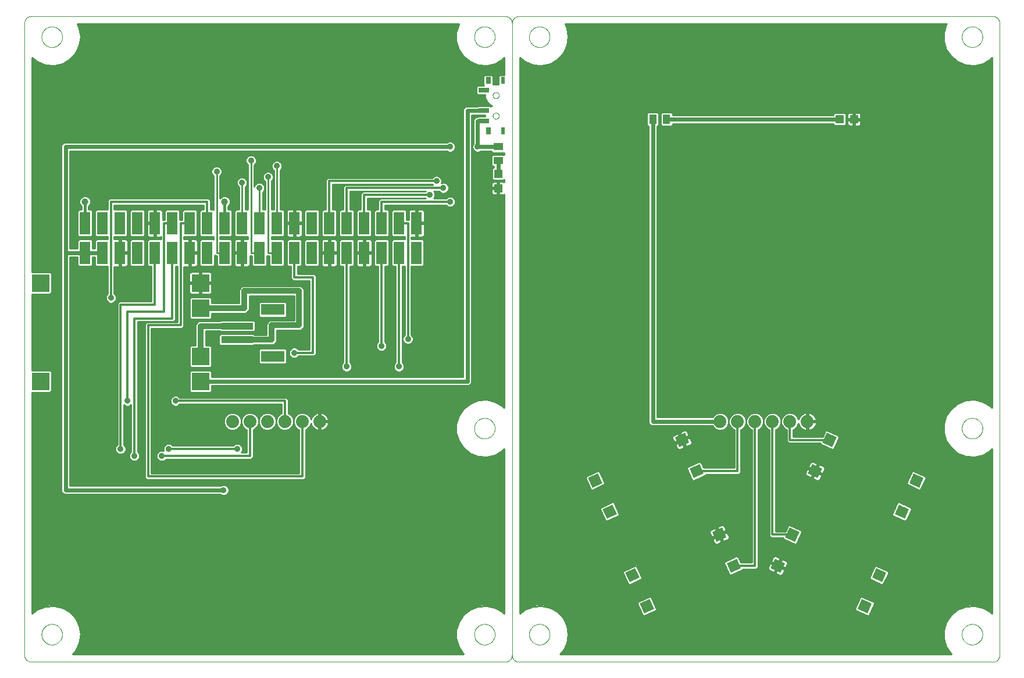
<source format=gbl>
G75*
%MOIN*%
%OFA0B0*%
%FSLAX25Y25*%
%IPPOS*%
%LPD*%
%AMOC8*
5,1,8,0,0,1.08239X$1,22.5*
%
%ADD10C,0.00000*%
%ADD11R,0.06000X0.13000*%
%ADD12R,0.10000X0.10000*%
%ADD13R,0.06299X0.06102*%
%ADD14R,0.05512X0.04331*%
%ADD15R,0.04724X0.04724*%
%ADD16R,0.05906X0.02756*%
%ADD17R,0.02362X0.03937*%
%ADD18R,0.03150X0.03937*%
%ADD19R,0.18110X0.03937*%
%ADD20R,0.13386X0.06299*%
%ADD21C,0.07400*%
%ADD22R,0.04331X0.05512*%
%ADD23C,0.01000*%
%ADD24C,0.03569*%
%ADD25C,0.03962*%
%ADD26C,0.01600*%
%ADD27C,0.01200*%
%ADD28C,0.02400*%
%ADD29C,0.03200*%
D10*
X0003248Y0006189D02*
X0003248Y0368394D01*
X0003250Y0368518D01*
X0003256Y0368641D01*
X0003265Y0368765D01*
X0003279Y0368887D01*
X0003296Y0369010D01*
X0003318Y0369132D01*
X0003343Y0369253D01*
X0003372Y0369373D01*
X0003404Y0369492D01*
X0003441Y0369611D01*
X0003481Y0369728D01*
X0003524Y0369843D01*
X0003572Y0369958D01*
X0003623Y0370070D01*
X0003677Y0370181D01*
X0003735Y0370291D01*
X0003796Y0370398D01*
X0003861Y0370504D01*
X0003929Y0370607D01*
X0004000Y0370708D01*
X0004074Y0370807D01*
X0004151Y0370904D01*
X0004232Y0370998D01*
X0004315Y0371089D01*
X0004401Y0371178D01*
X0004490Y0371264D01*
X0004581Y0371347D01*
X0004675Y0371428D01*
X0004772Y0371505D01*
X0004871Y0371579D01*
X0004972Y0371650D01*
X0005075Y0371718D01*
X0005181Y0371783D01*
X0005288Y0371844D01*
X0005398Y0371902D01*
X0005509Y0371956D01*
X0005621Y0372007D01*
X0005736Y0372055D01*
X0005851Y0372098D01*
X0005968Y0372138D01*
X0006087Y0372175D01*
X0006206Y0372207D01*
X0006326Y0372236D01*
X0006447Y0372261D01*
X0006569Y0372283D01*
X0006692Y0372300D01*
X0006814Y0372314D01*
X0006938Y0372323D01*
X0007061Y0372329D01*
X0007185Y0372331D01*
X0278839Y0372331D01*
X0278963Y0372329D01*
X0279086Y0372323D01*
X0279210Y0372314D01*
X0279332Y0372300D01*
X0279455Y0372283D01*
X0279577Y0372261D01*
X0279698Y0372236D01*
X0279818Y0372207D01*
X0279937Y0372175D01*
X0280056Y0372138D01*
X0280173Y0372098D01*
X0280288Y0372055D01*
X0280403Y0372007D01*
X0280515Y0371956D01*
X0280626Y0371902D01*
X0280736Y0371844D01*
X0280843Y0371783D01*
X0280949Y0371718D01*
X0281052Y0371650D01*
X0281153Y0371579D01*
X0281252Y0371505D01*
X0281349Y0371428D01*
X0281443Y0371347D01*
X0281534Y0371264D01*
X0281623Y0371178D01*
X0281709Y0371089D01*
X0281792Y0370998D01*
X0281873Y0370904D01*
X0281950Y0370807D01*
X0282024Y0370708D01*
X0282095Y0370607D01*
X0282163Y0370504D01*
X0282228Y0370398D01*
X0282289Y0370291D01*
X0282347Y0370181D01*
X0282401Y0370070D01*
X0282452Y0369958D01*
X0282500Y0369843D01*
X0282543Y0369728D01*
X0282583Y0369611D01*
X0282620Y0369492D01*
X0282652Y0369373D01*
X0282681Y0369253D01*
X0282706Y0369132D01*
X0282728Y0369010D01*
X0282745Y0368887D01*
X0282759Y0368765D01*
X0282768Y0368641D01*
X0282774Y0368518D01*
X0282776Y0368394D01*
X0282776Y0006189D01*
X0282778Y0006065D01*
X0282784Y0005942D01*
X0282793Y0005818D01*
X0282807Y0005696D01*
X0282824Y0005573D01*
X0282846Y0005451D01*
X0282871Y0005330D01*
X0282900Y0005210D01*
X0282932Y0005091D01*
X0282969Y0004972D01*
X0283009Y0004855D01*
X0283052Y0004740D01*
X0283100Y0004625D01*
X0283151Y0004513D01*
X0283205Y0004402D01*
X0283263Y0004292D01*
X0283324Y0004185D01*
X0283389Y0004079D01*
X0283457Y0003976D01*
X0283528Y0003875D01*
X0283602Y0003776D01*
X0283679Y0003679D01*
X0283760Y0003585D01*
X0283843Y0003494D01*
X0283929Y0003405D01*
X0284018Y0003319D01*
X0284109Y0003236D01*
X0284203Y0003155D01*
X0284300Y0003078D01*
X0284399Y0003004D01*
X0284500Y0002933D01*
X0284603Y0002865D01*
X0284709Y0002800D01*
X0284816Y0002739D01*
X0284926Y0002681D01*
X0285037Y0002627D01*
X0285149Y0002576D01*
X0285264Y0002528D01*
X0285379Y0002485D01*
X0285496Y0002445D01*
X0285615Y0002408D01*
X0285734Y0002376D01*
X0285854Y0002347D01*
X0285975Y0002322D01*
X0286097Y0002300D01*
X0286220Y0002283D01*
X0286342Y0002269D01*
X0286466Y0002260D01*
X0286589Y0002254D01*
X0286713Y0002252D01*
X0558366Y0002252D01*
X0558490Y0002254D01*
X0558613Y0002260D01*
X0558737Y0002269D01*
X0558859Y0002283D01*
X0558982Y0002300D01*
X0559104Y0002322D01*
X0559225Y0002347D01*
X0559345Y0002376D01*
X0559464Y0002408D01*
X0559583Y0002445D01*
X0559700Y0002485D01*
X0559815Y0002528D01*
X0559930Y0002576D01*
X0560042Y0002627D01*
X0560153Y0002681D01*
X0560263Y0002739D01*
X0560370Y0002800D01*
X0560476Y0002865D01*
X0560579Y0002933D01*
X0560680Y0003004D01*
X0560779Y0003078D01*
X0560876Y0003155D01*
X0560970Y0003236D01*
X0561061Y0003319D01*
X0561150Y0003405D01*
X0561236Y0003494D01*
X0561319Y0003585D01*
X0561400Y0003679D01*
X0561477Y0003776D01*
X0561551Y0003875D01*
X0561622Y0003976D01*
X0561690Y0004079D01*
X0561755Y0004185D01*
X0561816Y0004292D01*
X0561874Y0004402D01*
X0561928Y0004513D01*
X0561979Y0004625D01*
X0562027Y0004740D01*
X0562070Y0004855D01*
X0562110Y0004972D01*
X0562147Y0005091D01*
X0562179Y0005210D01*
X0562208Y0005330D01*
X0562233Y0005451D01*
X0562255Y0005573D01*
X0562272Y0005696D01*
X0562286Y0005818D01*
X0562295Y0005942D01*
X0562301Y0006065D01*
X0562303Y0006189D01*
X0562303Y0368394D01*
X0562301Y0368518D01*
X0562295Y0368641D01*
X0562286Y0368765D01*
X0562272Y0368887D01*
X0562255Y0369010D01*
X0562233Y0369132D01*
X0562208Y0369253D01*
X0562179Y0369373D01*
X0562147Y0369492D01*
X0562110Y0369611D01*
X0562070Y0369728D01*
X0562027Y0369843D01*
X0561979Y0369958D01*
X0561928Y0370070D01*
X0561874Y0370181D01*
X0561816Y0370291D01*
X0561755Y0370398D01*
X0561690Y0370504D01*
X0561622Y0370607D01*
X0561551Y0370708D01*
X0561477Y0370807D01*
X0561400Y0370904D01*
X0561319Y0370998D01*
X0561236Y0371089D01*
X0561150Y0371178D01*
X0561061Y0371264D01*
X0560970Y0371347D01*
X0560876Y0371428D01*
X0560779Y0371505D01*
X0560680Y0371579D01*
X0560579Y0371650D01*
X0560476Y0371718D01*
X0560370Y0371783D01*
X0560263Y0371844D01*
X0560153Y0371902D01*
X0560042Y0371956D01*
X0559930Y0372007D01*
X0559815Y0372055D01*
X0559700Y0372098D01*
X0559583Y0372138D01*
X0559464Y0372175D01*
X0559345Y0372207D01*
X0559225Y0372236D01*
X0559104Y0372261D01*
X0558982Y0372283D01*
X0558859Y0372300D01*
X0558737Y0372314D01*
X0558613Y0372323D01*
X0558490Y0372329D01*
X0558366Y0372331D01*
X0286713Y0372331D01*
X0286589Y0372329D01*
X0286466Y0372323D01*
X0286342Y0372314D01*
X0286220Y0372300D01*
X0286097Y0372283D01*
X0285975Y0372261D01*
X0285854Y0372236D01*
X0285734Y0372207D01*
X0285615Y0372175D01*
X0285496Y0372138D01*
X0285379Y0372098D01*
X0285264Y0372055D01*
X0285149Y0372007D01*
X0285037Y0371956D01*
X0284926Y0371902D01*
X0284816Y0371844D01*
X0284709Y0371783D01*
X0284603Y0371718D01*
X0284500Y0371650D01*
X0284399Y0371579D01*
X0284300Y0371505D01*
X0284203Y0371428D01*
X0284109Y0371347D01*
X0284018Y0371264D01*
X0283929Y0371178D01*
X0283843Y0371089D01*
X0283760Y0370998D01*
X0283679Y0370904D01*
X0283602Y0370807D01*
X0283528Y0370708D01*
X0283457Y0370607D01*
X0283389Y0370504D01*
X0283324Y0370398D01*
X0283263Y0370291D01*
X0283205Y0370181D01*
X0283151Y0370070D01*
X0283100Y0369958D01*
X0283052Y0369843D01*
X0283009Y0369728D01*
X0282969Y0369611D01*
X0282932Y0369492D01*
X0282900Y0369373D01*
X0282871Y0369253D01*
X0282846Y0369132D01*
X0282824Y0369010D01*
X0282807Y0368887D01*
X0282793Y0368765D01*
X0282784Y0368641D01*
X0282778Y0368518D01*
X0282776Y0368394D01*
X0292618Y0360520D02*
X0292620Y0360673D01*
X0292626Y0360827D01*
X0292636Y0360980D01*
X0292650Y0361132D01*
X0292668Y0361285D01*
X0292690Y0361436D01*
X0292715Y0361587D01*
X0292745Y0361738D01*
X0292779Y0361888D01*
X0292816Y0362036D01*
X0292857Y0362184D01*
X0292902Y0362330D01*
X0292951Y0362476D01*
X0293004Y0362620D01*
X0293060Y0362762D01*
X0293120Y0362903D01*
X0293184Y0363043D01*
X0293251Y0363181D01*
X0293322Y0363317D01*
X0293397Y0363451D01*
X0293474Y0363583D01*
X0293556Y0363713D01*
X0293640Y0363841D01*
X0293728Y0363967D01*
X0293819Y0364090D01*
X0293913Y0364211D01*
X0294011Y0364329D01*
X0294111Y0364445D01*
X0294215Y0364558D01*
X0294321Y0364669D01*
X0294430Y0364777D01*
X0294542Y0364882D01*
X0294656Y0364983D01*
X0294774Y0365082D01*
X0294893Y0365178D01*
X0295015Y0365271D01*
X0295140Y0365360D01*
X0295267Y0365447D01*
X0295396Y0365529D01*
X0295527Y0365609D01*
X0295660Y0365685D01*
X0295795Y0365758D01*
X0295932Y0365827D01*
X0296071Y0365892D01*
X0296211Y0365954D01*
X0296353Y0366012D01*
X0296496Y0366067D01*
X0296641Y0366118D01*
X0296787Y0366165D01*
X0296934Y0366208D01*
X0297082Y0366247D01*
X0297231Y0366283D01*
X0297381Y0366314D01*
X0297532Y0366342D01*
X0297683Y0366366D01*
X0297836Y0366386D01*
X0297988Y0366402D01*
X0298141Y0366414D01*
X0298294Y0366422D01*
X0298447Y0366426D01*
X0298601Y0366426D01*
X0298754Y0366422D01*
X0298907Y0366414D01*
X0299060Y0366402D01*
X0299212Y0366386D01*
X0299365Y0366366D01*
X0299516Y0366342D01*
X0299667Y0366314D01*
X0299817Y0366283D01*
X0299966Y0366247D01*
X0300114Y0366208D01*
X0300261Y0366165D01*
X0300407Y0366118D01*
X0300552Y0366067D01*
X0300695Y0366012D01*
X0300837Y0365954D01*
X0300977Y0365892D01*
X0301116Y0365827D01*
X0301253Y0365758D01*
X0301388Y0365685D01*
X0301521Y0365609D01*
X0301652Y0365529D01*
X0301781Y0365447D01*
X0301908Y0365360D01*
X0302033Y0365271D01*
X0302155Y0365178D01*
X0302274Y0365082D01*
X0302392Y0364983D01*
X0302506Y0364882D01*
X0302618Y0364777D01*
X0302727Y0364669D01*
X0302833Y0364558D01*
X0302937Y0364445D01*
X0303037Y0364329D01*
X0303135Y0364211D01*
X0303229Y0364090D01*
X0303320Y0363967D01*
X0303408Y0363841D01*
X0303492Y0363713D01*
X0303574Y0363583D01*
X0303651Y0363451D01*
X0303726Y0363317D01*
X0303797Y0363181D01*
X0303864Y0363043D01*
X0303928Y0362903D01*
X0303988Y0362762D01*
X0304044Y0362620D01*
X0304097Y0362476D01*
X0304146Y0362330D01*
X0304191Y0362184D01*
X0304232Y0362036D01*
X0304269Y0361888D01*
X0304303Y0361738D01*
X0304333Y0361587D01*
X0304358Y0361436D01*
X0304380Y0361285D01*
X0304398Y0361132D01*
X0304412Y0360980D01*
X0304422Y0360827D01*
X0304428Y0360673D01*
X0304430Y0360520D01*
X0304428Y0360367D01*
X0304422Y0360213D01*
X0304412Y0360060D01*
X0304398Y0359908D01*
X0304380Y0359755D01*
X0304358Y0359604D01*
X0304333Y0359453D01*
X0304303Y0359302D01*
X0304269Y0359152D01*
X0304232Y0359004D01*
X0304191Y0358856D01*
X0304146Y0358710D01*
X0304097Y0358564D01*
X0304044Y0358420D01*
X0303988Y0358278D01*
X0303928Y0358137D01*
X0303864Y0357997D01*
X0303797Y0357859D01*
X0303726Y0357723D01*
X0303651Y0357589D01*
X0303574Y0357457D01*
X0303492Y0357327D01*
X0303408Y0357199D01*
X0303320Y0357073D01*
X0303229Y0356950D01*
X0303135Y0356829D01*
X0303037Y0356711D01*
X0302937Y0356595D01*
X0302833Y0356482D01*
X0302727Y0356371D01*
X0302618Y0356263D01*
X0302506Y0356158D01*
X0302392Y0356057D01*
X0302274Y0355958D01*
X0302155Y0355862D01*
X0302033Y0355769D01*
X0301908Y0355680D01*
X0301781Y0355593D01*
X0301652Y0355511D01*
X0301521Y0355431D01*
X0301388Y0355355D01*
X0301253Y0355282D01*
X0301116Y0355213D01*
X0300977Y0355148D01*
X0300837Y0355086D01*
X0300695Y0355028D01*
X0300552Y0354973D01*
X0300407Y0354922D01*
X0300261Y0354875D01*
X0300114Y0354832D01*
X0299966Y0354793D01*
X0299817Y0354757D01*
X0299667Y0354726D01*
X0299516Y0354698D01*
X0299365Y0354674D01*
X0299212Y0354654D01*
X0299060Y0354638D01*
X0298907Y0354626D01*
X0298754Y0354618D01*
X0298601Y0354614D01*
X0298447Y0354614D01*
X0298294Y0354618D01*
X0298141Y0354626D01*
X0297988Y0354638D01*
X0297836Y0354654D01*
X0297683Y0354674D01*
X0297532Y0354698D01*
X0297381Y0354726D01*
X0297231Y0354757D01*
X0297082Y0354793D01*
X0296934Y0354832D01*
X0296787Y0354875D01*
X0296641Y0354922D01*
X0296496Y0354973D01*
X0296353Y0355028D01*
X0296211Y0355086D01*
X0296071Y0355148D01*
X0295932Y0355213D01*
X0295795Y0355282D01*
X0295660Y0355355D01*
X0295527Y0355431D01*
X0295396Y0355511D01*
X0295267Y0355593D01*
X0295140Y0355680D01*
X0295015Y0355769D01*
X0294893Y0355862D01*
X0294774Y0355958D01*
X0294656Y0356057D01*
X0294542Y0356158D01*
X0294430Y0356263D01*
X0294321Y0356371D01*
X0294215Y0356482D01*
X0294111Y0356595D01*
X0294011Y0356711D01*
X0293913Y0356829D01*
X0293819Y0356950D01*
X0293728Y0357073D01*
X0293640Y0357199D01*
X0293556Y0357327D01*
X0293474Y0357457D01*
X0293397Y0357589D01*
X0293322Y0357723D01*
X0293251Y0357859D01*
X0293184Y0357997D01*
X0293120Y0358137D01*
X0293060Y0358278D01*
X0293004Y0358420D01*
X0292951Y0358564D01*
X0292902Y0358710D01*
X0292857Y0358856D01*
X0292816Y0359004D01*
X0292779Y0359152D01*
X0292745Y0359302D01*
X0292715Y0359453D01*
X0292690Y0359604D01*
X0292668Y0359755D01*
X0292650Y0359908D01*
X0292636Y0360060D01*
X0292626Y0360213D01*
X0292620Y0360367D01*
X0292618Y0360520D01*
X0261122Y0360520D02*
X0261124Y0360673D01*
X0261130Y0360827D01*
X0261140Y0360980D01*
X0261154Y0361132D01*
X0261172Y0361285D01*
X0261194Y0361436D01*
X0261219Y0361587D01*
X0261249Y0361738D01*
X0261283Y0361888D01*
X0261320Y0362036D01*
X0261361Y0362184D01*
X0261406Y0362330D01*
X0261455Y0362476D01*
X0261508Y0362620D01*
X0261564Y0362762D01*
X0261624Y0362903D01*
X0261688Y0363043D01*
X0261755Y0363181D01*
X0261826Y0363317D01*
X0261901Y0363451D01*
X0261978Y0363583D01*
X0262060Y0363713D01*
X0262144Y0363841D01*
X0262232Y0363967D01*
X0262323Y0364090D01*
X0262417Y0364211D01*
X0262515Y0364329D01*
X0262615Y0364445D01*
X0262719Y0364558D01*
X0262825Y0364669D01*
X0262934Y0364777D01*
X0263046Y0364882D01*
X0263160Y0364983D01*
X0263278Y0365082D01*
X0263397Y0365178D01*
X0263519Y0365271D01*
X0263644Y0365360D01*
X0263771Y0365447D01*
X0263900Y0365529D01*
X0264031Y0365609D01*
X0264164Y0365685D01*
X0264299Y0365758D01*
X0264436Y0365827D01*
X0264575Y0365892D01*
X0264715Y0365954D01*
X0264857Y0366012D01*
X0265000Y0366067D01*
X0265145Y0366118D01*
X0265291Y0366165D01*
X0265438Y0366208D01*
X0265586Y0366247D01*
X0265735Y0366283D01*
X0265885Y0366314D01*
X0266036Y0366342D01*
X0266187Y0366366D01*
X0266340Y0366386D01*
X0266492Y0366402D01*
X0266645Y0366414D01*
X0266798Y0366422D01*
X0266951Y0366426D01*
X0267105Y0366426D01*
X0267258Y0366422D01*
X0267411Y0366414D01*
X0267564Y0366402D01*
X0267716Y0366386D01*
X0267869Y0366366D01*
X0268020Y0366342D01*
X0268171Y0366314D01*
X0268321Y0366283D01*
X0268470Y0366247D01*
X0268618Y0366208D01*
X0268765Y0366165D01*
X0268911Y0366118D01*
X0269056Y0366067D01*
X0269199Y0366012D01*
X0269341Y0365954D01*
X0269481Y0365892D01*
X0269620Y0365827D01*
X0269757Y0365758D01*
X0269892Y0365685D01*
X0270025Y0365609D01*
X0270156Y0365529D01*
X0270285Y0365447D01*
X0270412Y0365360D01*
X0270537Y0365271D01*
X0270659Y0365178D01*
X0270778Y0365082D01*
X0270896Y0364983D01*
X0271010Y0364882D01*
X0271122Y0364777D01*
X0271231Y0364669D01*
X0271337Y0364558D01*
X0271441Y0364445D01*
X0271541Y0364329D01*
X0271639Y0364211D01*
X0271733Y0364090D01*
X0271824Y0363967D01*
X0271912Y0363841D01*
X0271996Y0363713D01*
X0272078Y0363583D01*
X0272155Y0363451D01*
X0272230Y0363317D01*
X0272301Y0363181D01*
X0272368Y0363043D01*
X0272432Y0362903D01*
X0272492Y0362762D01*
X0272548Y0362620D01*
X0272601Y0362476D01*
X0272650Y0362330D01*
X0272695Y0362184D01*
X0272736Y0362036D01*
X0272773Y0361888D01*
X0272807Y0361738D01*
X0272837Y0361587D01*
X0272862Y0361436D01*
X0272884Y0361285D01*
X0272902Y0361132D01*
X0272916Y0360980D01*
X0272926Y0360827D01*
X0272932Y0360673D01*
X0272934Y0360520D01*
X0272932Y0360367D01*
X0272926Y0360213D01*
X0272916Y0360060D01*
X0272902Y0359908D01*
X0272884Y0359755D01*
X0272862Y0359604D01*
X0272837Y0359453D01*
X0272807Y0359302D01*
X0272773Y0359152D01*
X0272736Y0359004D01*
X0272695Y0358856D01*
X0272650Y0358710D01*
X0272601Y0358564D01*
X0272548Y0358420D01*
X0272492Y0358278D01*
X0272432Y0358137D01*
X0272368Y0357997D01*
X0272301Y0357859D01*
X0272230Y0357723D01*
X0272155Y0357589D01*
X0272078Y0357457D01*
X0271996Y0357327D01*
X0271912Y0357199D01*
X0271824Y0357073D01*
X0271733Y0356950D01*
X0271639Y0356829D01*
X0271541Y0356711D01*
X0271441Y0356595D01*
X0271337Y0356482D01*
X0271231Y0356371D01*
X0271122Y0356263D01*
X0271010Y0356158D01*
X0270896Y0356057D01*
X0270778Y0355958D01*
X0270659Y0355862D01*
X0270537Y0355769D01*
X0270412Y0355680D01*
X0270285Y0355593D01*
X0270156Y0355511D01*
X0270025Y0355431D01*
X0269892Y0355355D01*
X0269757Y0355282D01*
X0269620Y0355213D01*
X0269481Y0355148D01*
X0269341Y0355086D01*
X0269199Y0355028D01*
X0269056Y0354973D01*
X0268911Y0354922D01*
X0268765Y0354875D01*
X0268618Y0354832D01*
X0268470Y0354793D01*
X0268321Y0354757D01*
X0268171Y0354726D01*
X0268020Y0354698D01*
X0267869Y0354674D01*
X0267716Y0354654D01*
X0267564Y0354638D01*
X0267411Y0354626D01*
X0267258Y0354618D01*
X0267105Y0354614D01*
X0266951Y0354614D01*
X0266798Y0354618D01*
X0266645Y0354626D01*
X0266492Y0354638D01*
X0266340Y0354654D01*
X0266187Y0354674D01*
X0266036Y0354698D01*
X0265885Y0354726D01*
X0265735Y0354757D01*
X0265586Y0354793D01*
X0265438Y0354832D01*
X0265291Y0354875D01*
X0265145Y0354922D01*
X0265000Y0354973D01*
X0264857Y0355028D01*
X0264715Y0355086D01*
X0264575Y0355148D01*
X0264436Y0355213D01*
X0264299Y0355282D01*
X0264164Y0355355D01*
X0264031Y0355431D01*
X0263900Y0355511D01*
X0263771Y0355593D01*
X0263644Y0355680D01*
X0263519Y0355769D01*
X0263397Y0355862D01*
X0263278Y0355958D01*
X0263160Y0356057D01*
X0263046Y0356158D01*
X0262934Y0356263D01*
X0262825Y0356371D01*
X0262719Y0356482D01*
X0262615Y0356595D01*
X0262515Y0356711D01*
X0262417Y0356829D01*
X0262323Y0356950D01*
X0262232Y0357073D01*
X0262144Y0357199D01*
X0262060Y0357327D01*
X0261978Y0357457D01*
X0261901Y0357589D01*
X0261826Y0357723D01*
X0261755Y0357859D01*
X0261688Y0357997D01*
X0261624Y0358137D01*
X0261564Y0358278D01*
X0261508Y0358420D01*
X0261455Y0358564D01*
X0261406Y0358710D01*
X0261361Y0358856D01*
X0261320Y0359004D01*
X0261283Y0359152D01*
X0261249Y0359302D01*
X0261219Y0359453D01*
X0261194Y0359604D01*
X0261172Y0359755D01*
X0261154Y0359908D01*
X0261140Y0360060D01*
X0261130Y0360213D01*
X0261124Y0360367D01*
X0261122Y0360520D01*
X0271752Y0327055D02*
X0271754Y0327139D01*
X0271760Y0327222D01*
X0271770Y0327305D01*
X0271784Y0327388D01*
X0271801Y0327470D01*
X0271823Y0327551D01*
X0271848Y0327630D01*
X0271877Y0327709D01*
X0271910Y0327786D01*
X0271946Y0327861D01*
X0271986Y0327935D01*
X0272029Y0328007D01*
X0272076Y0328076D01*
X0272126Y0328143D01*
X0272179Y0328208D01*
X0272235Y0328270D01*
X0272293Y0328330D01*
X0272355Y0328387D01*
X0272419Y0328440D01*
X0272486Y0328491D01*
X0272555Y0328538D01*
X0272626Y0328583D01*
X0272699Y0328623D01*
X0272774Y0328660D01*
X0272851Y0328694D01*
X0272929Y0328724D01*
X0273008Y0328750D01*
X0273089Y0328773D01*
X0273171Y0328791D01*
X0273253Y0328806D01*
X0273336Y0328817D01*
X0273419Y0328824D01*
X0273503Y0328827D01*
X0273587Y0328826D01*
X0273670Y0328821D01*
X0273754Y0328812D01*
X0273836Y0328799D01*
X0273918Y0328783D01*
X0273999Y0328762D01*
X0274080Y0328738D01*
X0274158Y0328710D01*
X0274236Y0328678D01*
X0274312Y0328642D01*
X0274386Y0328603D01*
X0274458Y0328561D01*
X0274528Y0328515D01*
X0274596Y0328466D01*
X0274661Y0328414D01*
X0274724Y0328359D01*
X0274784Y0328301D01*
X0274842Y0328240D01*
X0274896Y0328176D01*
X0274948Y0328110D01*
X0274996Y0328042D01*
X0275041Y0327971D01*
X0275082Y0327898D01*
X0275121Y0327824D01*
X0275155Y0327748D01*
X0275186Y0327670D01*
X0275213Y0327591D01*
X0275237Y0327510D01*
X0275256Y0327429D01*
X0275272Y0327347D01*
X0275284Y0327264D01*
X0275292Y0327180D01*
X0275296Y0327097D01*
X0275296Y0327013D01*
X0275292Y0326930D01*
X0275284Y0326846D01*
X0275272Y0326763D01*
X0275256Y0326681D01*
X0275237Y0326600D01*
X0275213Y0326519D01*
X0275186Y0326440D01*
X0275155Y0326362D01*
X0275121Y0326286D01*
X0275082Y0326212D01*
X0275041Y0326139D01*
X0274996Y0326068D01*
X0274948Y0326000D01*
X0274896Y0325934D01*
X0274842Y0325870D01*
X0274784Y0325809D01*
X0274724Y0325751D01*
X0274661Y0325696D01*
X0274596Y0325644D01*
X0274528Y0325595D01*
X0274458Y0325549D01*
X0274386Y0325507D01*
X0274312Y0325468D01*
X0274236Y0325432D01*
X0274158Y0325400D01*
X0274080Y0325372D01*
X0273999Y0325348D01*
X0273918Y0325327D01*
X0273836Y0325311D01*
X0273754Y0325298D01*
X0273670Y0325289D01*
X0273587Y0325284D01*
X0273503Y0325283D01*
X0273419Y0325286D01*
X0273336Y0325293D01*
X0273253Y0325304D01*
X0273171Y0325319D01*
X0273089Y0325337D01*
X0273008Y0325360D01*
X0272929Y0325386D01*
X0272851Y0325416D01*
X0272774Y0325450D01*
X0272699Y0325487D01*
X0272626Y0325527D01*
X0272555Y0325572D01*
X0272486Y0325619D01*
X0272419Y0325670D01*
X0272355Y0325723D01*
X0272293Y0325780D01*
X0272235Y0325840D01*
X0272179Y0325902D01*
X0272126Y0325967D01*
X0272076Y0326034D01*
X0272029Y0326103D01*
X0271986Y0326175D01*
X0271946Y0326249D01*
X0271910Y0326324D01*
X0271877Y0326401D01*
X0271848Y0326480D01*
X0271823Y0326559D01*
X0271801Y0326640D01*
X0271784Y0326722D01*
X0271770Y0326805D01*
X0271760Y0326888D01*
X0271754Y0326971D01*
X0271752Y0327055D01*
X0271752Y0315244D02*
X0271754Y0315328D01*
X0271760Y0315411D01*
X0271770Y0315494D01*
X0271784Y0315577D01*
X0271801Y0315659D01*
X0271823Y0315740D01*
X0271848Y0315819D01*
X0271877Y0315898D01*
X0271910Y0315975D01*
X0271946Y0316050D01*
X0271986Y0316124D01*
X0272029Y0316196D01*
X0272076Y0316265D01*
X0272126Y0316332D01*
X0272179Y0316397D01*
X0272235Y0316459D01*
X0272293Y0316519D01*
X0272355Y0316576D01*
X0272419Y0316629D01*
X0272486Y0316680D01*
X0272555Y0316727D01*
X0272626Y0316772D01*
X0272699Y0316812D01*
X0272774Y0316849D01*
X0272851Y0316883D01*
X0272929Y0316913D01*
X0273008Y0316939D01*
X0273089Y0316962D01*
X0273171Y0316980D01*
X0273253Y0316995D01*
X0273336Y0317006D01*
X0273419Y0317013D01*
X0273503Y0317016D01*
X0273587Y0317015D01*
X0273670Y0317010D01*
X0273754Y0317001D01*
X0273836Y0316988D01*
X0273918Y0316972D01*
X0273999Y0316951D01*
X0274080Y0316927D01*
X0274158Y0316899D01*
X0274236Y0316867D01*
X0274312Y0316831D01*
X0274386Y0316792D01*
X0274458Y0316750D01*
X0274528Y0316704D01*
X0274596Y0316655D01*
X0274661Y0316603D01*
X0274724Y0316548D01*
X0274784Y0316490D01*
X0274842Y0316429D01*
X0274896Y0316365D01*
X0274948Y0316299D01*
X0274996Y0316231D01*
X0275041Y0316160D01*
X0275082Y0316087D01*
X0275121Y0316013D01*
X0275155Y0315937D01*
X0275186Y0315859D01*
X0275213Y0315780D01*
X0275237Y0315699D01*
X0275256Y0315618D01*
X0275272Y0315536D01*
X0275284Y0315453D01*
X0275292Y0315369D01*
X0275296Y0315286D01*
X0275296Y0315202D01*
X0275292Y0315119D01*
X0275284Y0315035D01*
X0275272Y0314952D01*
X0275256Y0314870D01*
X0275237Y0314789D01*
X0275213Y0314708D01*
X0275186Y0314629D01*
X0275155Y0314551D01*
X0275121Y0314475D01*
X0275082Y0314401D01*
X0275041Y0314328D01*
X0274996Y0314257D01*
X0274948Y0314189D01*
X0274896Y0314123D01*
X0274842Y0314059D01*
X0274784Y0313998D01*
X0274724Y0313940D01*
X0274661Y0313885D01*
X0274596Y0313833D01*
X0274528Y0313784D01*
X0274458Y0313738D01*
X0274386Y0313696D01*
X0274312Y0313657D01*
X0274236Y0313621D01*
X0274158Y0313589D01*
X0274080Y0313561D01*
X0273999Y0313537D01*
X0273918Y0313516D01*
X0273836Y0313500D01*
X0273754Y0313487D01*
X0273670Y0313478D01*
X0273587Y0313473D01*
X0273503Y0313472D01*
X0273419Y0313475D01*
X0273336Y0313482D01*
X0273253Y0313493D01*
X0273171Y0313508D01*
X0273089Y0313526D01*
X0273008Y0313549D01*
X0272929Y0313575D01*
X0272851Y0313605D01*
X0272774Y0313639D01*
X0272699Y0313676D01*
X0272626Y0313716D01*
X0272555Y0313761D01*
X0272486Y0313808D01*
X0272419Y0313859D01*
X0272355Y0313912D01*
X0272293Y0313969D01*
X0272235Y0314029D01*
X0272179Y0314091D01*
X0272126Y0314156D01*
X0272076Y0314223D01*
X0272029Y0314292D01*
X0271986Y0314364D01*
X0271946Y0314438D01*
X0271910Y0314513D01*
X0271877Y0314590D01*
X0271848Y0314669D01*
X0271823Y0314748D01*
X0271801Y0314829D01*
X0271784Y0314911D01*
X0271770Y0314994D01*
X0271760Y0315077D01*
X0271754Y0315160D01*
X0271752Y0315244D01*
X0013090Y0360520D02*
X0013092Y0360673D01*
X0013098Y0360827D01*
X0013108Y0360980D01*
X0013122Y0361132D01*
X0013140Y0361285D01*
X0013162Y0361436D01*
X0013187Y0361587D01*
X0013217Y0361738D01*
X0013251Y0361888D01*
X0013288Y0362036D01*
X0013329Y0362184D01*
X0013374Y0362330D01*
X0013423Y0362476D01*
X0013476Y0362620D01*
X0013532Y0362762D01*
X0013592Y0362903D01*
X0013656Y0363043D01*
X0013723Y0363181D01*
X0013794Y0363317D01*
X0013869Y0363451D01*
X0013946Y0363583D01*
X0014028Y0363713D01*
X0014112Y0363841D01*
X0014200Y0363967D01*
X0014291Y0364090D01*
X0014385Y0364211D01*
X0014483Y0364329D01*
X0014583Y0364445D01*
X0014687Y0364558D01*
X0014793Y0364669D01*
X0014902Y0364777D01*
X0015014Y0364882D01*
X0015128Y0364983D01*
X0015246Y0365082D01*
X0015365Y0365178D01*
X0015487Y0365271D01*
X0015612Y0365360D01*
X0015739Y0365447D01*
X0015868Y0365529D01*
X0015999Y0365609D01*
X0016132Y0365685D01*
X0016267Y0365758D01*
X0016404Y0365827D01*
X0016543Y0365892D01*
X0016683Y0365954D01*
X0016825Y0366012D01*
X0016968Y0366067D01*
X0017113Y0366118D01*
X0017259Y0366165D01*
X0017406Y0366208D01*
X0017554Y0366247D01*
X0017703Y0366283D01*
X0017853Y0366314D01*
X0018004Y0366342D01*
X0018155Y0366366D01*
X0018308Y0366386D01*
X0018460Y0366402D01*
X0018613Y0366414D01*
X0018766Y0366422D01*
X0018919Y0366426D01*
X0019073Y0366426D01*
X0019226Y0366422D01*
X0019379Y0366414D01*
X0019532Y0366402D01*
X0019684Y0366386D01*
X0019837Y0366366D01*
X0019988Y0366342D01*
X0020139Y0366314D01*
X0020289Y0366283D01*
X0020438Y0366247D01*
X0020586Y0366208D01*
X0020733Y0366165D01*
X0020879Y0366118D01*
X0021024Y0366067D01*
X0021167Y0366012D01*
X0021309Y0365954D01*
X0021449Y0365892D01*
X0021588Y0365827D01*
X0021725Y0365758D01*
X0021860Y0365685D01*
X0021993Y0365609D01*
X0022124Y0365529D01*
X0022253Y0365447D01*
X0022380Y0365360D01*
X0022505Y0365271D01*
X0022627Y0365178D01*
X0022746Y0365082D01*
X0022864Y0364983D01*
X0022978Y0364882D01*
X0023090Y0364777D01*
X0023199Y0364669D01*
X0023305Y0364558D01*
X0023409Y0364445D01*
X0023509Y0364329D01*
X0023607Y0364211D01*
X0023701Y0364090D01*
X0023792Y0363967D01*
X0023880Y0363841D01*
X0023964Y0363713D01*
X0024046Y0363583D01*
X0024123Y0363451D01*
X0024198Y0363317D01*
X0024269Y0363181D01*
X0024336Y0363043D01*
X0024400Y0362903D01*
X0024460Y0362762D01*
X0024516Y0362620D01*
X0024569Y0362476D01*
X0024618Y0362330D01*
X0024663Y0362184D01*
X0024704Y0362036D01*
X0024741Y0361888D01*
X0024775Y0361738D01*
X0024805Y0361587D01*
X0024830Y0361436D01*
X0024852Y0361285D01*
X0024870Y0361132D01*
X0024884Y0360980D01*
X0024894Y0360827D01*
X0024900Y0360673D01*
X0024902Y0360520D01*
X0024900Y0360367D01*
X0024894Y0360213D01*
X0024884Y0360060D01*
X0024870Y0359908D01*
X0024852Y0359755D01*
X0024830Y0359604D01*
X0024805Y0359453D01*
X0024775Y0359302D01*
X0024741Y0359152D01*
X0024704Y0359004D01*
X0024663Y0358856D01*
X0024618Y0358710D01*
X0024569Y0358564D01*
X0024516Y0358420D01*
X0024460Y0358278D01*
X0024400Y0358137D01*
X0024336Y0357997D01*
X0024269Y0357859D01*
X0024198Y0357723D01*
X0024123Y0357589D01*
X0024046Y0357457D01*
X0023964Y0357327D01*
X0023880Y0357199D01*
X0023792Y0357073D01*
X0023701Y0356950D01*
X0023607Y0356829D01*
X0023509Y0356711D01*
X0023409Y0356595D01*
X0023305Y0356482D01*
X0023199Y0356371D01*
X0023090Y0356263D01*
X0022978Y0356158D01*
X0022864Y0356057D01*
X0022746Y0355958D01*
X0022627Y0355862D01*
X0022505Y0355769D01*
X0022380Y0355680D01*
X0022253Y0355593D01*
X0022124Y0355511D01*
X0021993Y0355431D01*
X0021860Y0355355D01*
X0021725Y0355282D01*
X0021588Y0355213D01*
X0021449Y0355148D01*
X0021309Y0355086D01*
X0021167Y0355028D01*
X0021024Y0354973D01*
X0020879Y0354922D01*
X0020733Y0354875D01*
X0020586Y0354832D01*
X0020438Y0354793D01*
X0020289Y0354757D01*
X0020139Y0354726D01*
X0019988Y0354698D01*
X0019837Y0354674D01*
X0019684Y0354654D01*
X0019532Y0354638D01*
X0019379Y0354626D01*
X0019226Y0354618D01*
X0019073Y0354614D01*
X0018919Y0354614D01*
X0018766Y0354618D01*
X0018613Y0354626D01*
X0018460Y0354638D01*
X0018308Y0354654D01*
X0018155Y0354674D01*
X0018004Y0354698D01*
X0017853Y0354726D01*
X0017703Y0354757D01*
X0017554Y0354793D01*
X0017406Y0354832D01*
X0017259Y0354875D01*
X0017113Y0354922D01*
X0016968Y0354973D01*
X0016825Y0355028D01*
X0016683Y0355086D01*
X0016543Y0355148D01*
X0016404Y0355213D01*
X0016267Y0355282D01*
X0016132Y0355355D01*
X0015999Y0355431D01*
X0015868Y0355511D01*
X0015739Y0355593D01*
X0015612Y0355680D01*
X0015487Y0355769D01*
X0015365Y0355862D01*
X0015246Y0355958D01*
X0015128Y0356057D01*
X0015014Y0356158D01*
X0014902Y0356263D01*
X0014793Y0356371D01*
X0014687Y0356482D01*
X0014583Y0356595D01*
X0014483Y0356711D01*
X0014385Y0356829D01*
X0014291Y0356950D01*
X0014200Y0357073D01*
X0014112Y0357199D01*
X0014028Y0357327D01*
X0013946Y0357457D01*
X0013869Y0357589D01*
X0013794Y0357723D01*
X0013723Y0357859D01*
X0013656Y0357997D01*
X0013592Y0358137D01*
X0013532Y0358278D01*
X0013476Y0358420D01*
X0013423Y0358564D01*
X0013374Y0358710D01*
X0013329Y0358856D01*
X0013288Y0359004D01*
X0013251Y0359152D01*
X0013217Y0359302D01*
X0013187Y0359453D01*
X0013162Y0359604D01*
X0013140Y0359755D01*
X0013122Y0359908D01*
X0013108Y0360060D01*
X0013098Y0360213D01*
X0013092Y0360367D01*
X0013090Y0360520D01*
X0261122Y0136110D02*
X0261124Y0136263D01*
X0261130Y0136417D01*
X0261140Y0136570D01*
X0261154Y0136722D01*
X0261172Y0136875D01*
X0261194Y0137026D01*
X0261219Y0137177D01*
X0261249Y0137328D01*
X0261283Y0137478D01*
X0261320Y0137626D01*
X0261361Y0137774D01*
X0261406Y0137920D01*
X0261455Y0138066D01*
X0261508Y0138210D01*
X0261564Y0138352D01*
X0261624Y0138493D01*
X0261688Y0138633D01*
X0261755Y0138771D01*
X0261826Y0138907D01*
X0261901Y0139041D01*
X0261978Y0139173D01*
X0262060Y0139303D01*
X0262144Y0139431D01*
X0262232Y0139557D01*
X0262323Y0139680D01*
X0262417Y0139801D01*
X0262515Y0139919D01*
X0262615Y0140035D01*
X0262719Y0140148D01*
X0262825Y0140259D01*
X0262934Y0140367D01*
X0263046Y0140472D01*
X0263160Y0140573D01*
X0263278Y0140672D01*
X0263397Y0140768D01*
X0263519Y0140861D01*
X0263644Y0140950D01*
X0263771Y0141037D01*
X0263900Y0141119D01*
X0264031Y0141199D01*
X0264164Y0141275D01*
X0264299Y0141348D01*
X0264436Y0141417D01*
X0264575Y0141482D01*
X0264715Y0141544D01*
X0264857Y0141602D01*
X0265000Y0141657D01*
X0265145Y0141708D01*
X0265291Y0141755D01*
X0265438Y0141798D01*
X0265586Y0141837D01*
X0265735Y0141873D01*
X0265885Y0141904D01*
X0266036Y0141932D01*
X0266187Y0141956D01*
X0266340Y0141976D01*
X0266492Y0141992D01*
X0266645Y0142004D01*
X0266798Y0142012D01*
X0266951Y0142016D01*
X0267105Y0142016D01*
X0267258Y0142012D01*
X0267411Y0142004D01*
X0267564Y0141992D01*
X0267716Y0141976D01*
X0267869Y0141956D01*
X0268020Y0141932D01*
X0268171Y0141904D01*
X0268321Y0141873D01*
X0268470Y0141837D01*
X0268618Y0141798D01*
X0268765Y0141755D01*
X0268911Y0141708D01*
X0269056Y0141657D01*
X0269199Y0141602D01*
X0269341Y0141544D01*
X0269481Y0141482D01*
X0269620Y0141417D01*
X0269757Y0141348D01*
X0269892Y0141275D01*
X0270025Y0141199D01*
X0270156Y0141119D01*
X0270285Y0141037D01*
X0270412Y0140950D01*
X0270537Y0140861D01*
X0270659Y0140768D01*
X0270778Y0140672D01*
X0270896Y0140573D01*
X0271010Y0140472D01*
X0271122Y0140367D01*
X0271231Y0140259D01*
X0271337Y0140148D01*
X0271441Y0140035D01*
X0271541Y0139919D01*
X0271639Y0139801D01*
X0271733Y0139680D01*
X0271824Y0139557D01*
X0271912Y0139431D01*
X0271996Y0139303D01*
X0272078Y0139173D01*
X0272155Y0139041D01*
X0272230Y0138907D01*
X0272301Y0138771D01*
X0272368Y0138633D01*
X0272432Y0138493D01*
X0272492Y0138352D01*
X0272548Y0138210D01*
X0272601Y0138066D01*
X0272650Y0137920D01*
X0272695Y0137774D01*
X0272736Y0137626D01*
X0272773Y0137478D01*
X0272807Y0137328D01*
X0272837Y0137177D01*
X0272862Y0137026D01*
X0272884Y0136875D01*
X0272902Y0136722D01*
X0272916Y0136570D01*
X0272926Y0136417D01*
X0272932Y0136263D01*
X0272934Y0136110D01*
X0272932Y0135957D01*
X0272926Y0135803D01*
X0272916Y0135650D01*
X0272902Y0135498D01*
X0272884Y0135345D01*
X0272862Y0135194D01*
X0272837Y0135043D01*
X0272807Y0134892D01*
X0272773Y0134742D01*
X0272736Y0134594D01*
X0272695Y0134446D01*
X0272650Y0134300D01*
X0272601Y0134154D01*
X0272548Y0134010D01*
X0272492Y0133868D01*
X0272432Y0133727D01*
X0272368Y0133587D01*
X0272301Y0133449D01*
X0272230Y0133313D01*
X0272155Y0133179D01*
X0272078Y0133047D01*
X0271996Y0132917D01*
X0271912Y0132789D01*
X0271824Y0132663D01*
X0271733Y0132540D01*
X0271639Y0132419D01*
X0271541Y0132301D01*
X0271441Y0132185D01*
X0271337Y0132072D01*
X0271231Y0131961D01*
X0271122Y0131853D01*
X0271010Y0131748D01*
X0270896Y0131647D01*
X0270778Y0131548D01*
X0270659Y0131452D01*
X0270537Y0131359D01*
X0270412Y0131270D01*
X0270285Y0131183D01*
X0270156Y0131101D01*
X0270025Y0131021D01*
X0269892Y0130945D01*
X0269757Y0130872D01*
X0269620Y0130803D01*
X0269481Y0130738D01*
X0269341Y0130676D01*
X0269199Y0130618D01*
X0269056Y0130563D01*
X0268911Y0130512D01*
X0268765Y0130465D01*
X0268618Y0130422D01*
X0268470Y0130383D01*
X0268321Y0130347D01*
X0268171Y0130316D01*
X0268020Y0130288D01*
X0267869Y0130264D01*
X0267716Y0130244D01*
X0267564Y0130228D01*
X0267411Y0130216D01*
X0267258Y0130208D01*
X0267105Y0130204D01*
X0266951Y0130204D01*
X0266798Y0130208D01*
X0266645Y0130216D01*
X0266492Y0130228D01*
X0266340Y0130244D01*
X0266187Y0130264D01*
X0266036Y0130288D01*
X0265885Y0130316D01*
X0265735Y0130347D01*
X0265586Y0130383D01*
X0265438Y0130422D01*
X0265291Y0130465D01*
X0265145Y0130512D01*
X0265000Y0130563D01*
X0264857Y0130618D01*
X0264715Y0130676D01*
X0264575Y0130738D01*
X0264436Y0130803D01*
X0264299Y0130872D01*
X0264164Y0130945D01*
X0264031Y0131021D01*
X0263900Y0131101D01*
X0263771Y0131183D01*
X0263644Y0131270D01*
X0263519Y0131359D01*
X0263397Y0131452D01*
X0263278Y0131548D01*
X0263160Y0131647D01*
X0263046Y0131748D01*
X0262934Y0131853D01*
X0262825Y0131961D01*
X0262719Y0132072D01*
X0262615Y0132185D01*
X0262515Y0132301D01*
X0262417Y0132419D01*
X0262323Y0132540D01*
X0262232Y0132663D01*
X0262144Y0132789D01*
X0262060Y0132917D01*
X0261978Y0133047D01*
X0261901Y0133179D01*
X0261826Y0133313D01*
X0261755Y0133449D01*
X0261688Y0133587D01*
X0261624Y0133727D01*
X0261564Y0133868D01*
X0261508Y0134010D01*
X0261455Y0134154D01*
X0261406Y0134300D01*
X0261361Y0134446D01*
X0261320Y0134594D01*
X0261283Y0134742D01*
X0261249Y0134892D01*
X0261219Y0135043D01*
X0261194Y0135194D01*
X0261172Y0135345D01*
X0261154Y0135498D01*
X0261140Y0135650D01*
X0261130Y0135803D01*
X0261124Y0135957D01*
X0261122Y0136110D01*
X0261122Y0018000D02*
X0261124Y0018153D01*
X0261130Y0018307D01*
X0261140Y0018460D01*
X0261154Y0018612D01*
X0261172Y0018765D01*
X0261194Y0018916D01*
X0261219Y0019067D01*
X0261249Y0019218D01*
X0261283Y0019368D01*
X0261320Y0019516D01*
X0261361Y0019664D01*
X0261406Y0019810D01*
X0261455Y0019956D01*
X0261508Y0020100D01*
X0261564Y0020242D01*
X0261624Y0020383D01*
X0261688Y0020523D01*
X0261755Y0020661D01*
X0261826Y0020797D01*
X0261901Y0020931D01*
X0261978Y0021063D01*
X0262060Y0021193D01*
X0262144Y0021321D01*
X0262232Y0021447D01*
X0262323Y0021570D01*
X0262417Y0021691D01*
X0262515Y0021809D01*
X0262615Y0021925D01*
X0262719Y0022038D01*
X0262825Y0022149D01*
X0262934Y0022257D01*
X0263046Y0022362D01*
X0263160Y0022463D01*
X0263278Y0022562D01*
X0263397Y0022658D01*
X0263519Y0022751D01*
X0263644Y0022840D01*
X0263771Y0022927D01*
X0263900Y0023009D01*
X0264031Y0023089D01*
X0264164Y0023165D01*
X0264299Y0023238D01*
X0264436Y0023307D01*
X0264575Y0023372D01*
X0264715Y0023434D01*
X0264857Y0023492D01*
X0265000Y0023547D01*
X0265145Y0023598D01*
X0265291Y0023645D01*
X0265438Y0023688D01*
X0265586Y0023727D01*
X0265735Y0023763D01*
X0265885Y0023794D01*
X0266036Y0023822D01*
X0266187Y0023846D01*
X0266340Y0023866D01*
X0266492Y0023882D01*
X0266645Y0023894D01*
X0266798Y0023902D01*
X0266951Y0023906D01*
X0267105Y0023906D01*
X0267258Y0023902D01*
X0267411Y0023894D01*
X0267564Y0023882D01*
X0267716Y0023866D01*
X0267869Y0023846D01*
X0268020Y0023822D01*
X0268171Y0023794D01*
X0268321Y0023763D01*
X0268470Y0023727D01*
X0268618Y0023688D01*
X0268765Y0023645D01*
X0268911Y0023598D01*
X0269056Y0023547D01*
X0269199Y0023492D01*
X0269341Y0023434D01*
X0269481Y0023372D01*
X0269620Y0023307D01*
X0269757Y0023238D01*
X0269892Y0023165D01*
X0270025Y0023089D01*
X0270156Y0023009D01*
X0270285Y0022927D01*
X0270412Y0022840D01*
X0270537Y0022751D01*
X0270659Y0022658D01*
X0270778Y0022562D01*
X0270896Y0022463D01*
X0271010Y0022362D01*
X0271122Y0022257D01*
X0271231Y0022149D01*
X0271337Y0022038D01*
X0271441Y0021925D01*
X0271541Y0021809D01*
X0271639Y0021691D01*
X0271733Y0021570D01*
X0271824Y0021447D01*
X0271912Y0021321D01*
X0271996Y0021193D01*
X0272078Y0021063D01*
X0272155Y0020931D01*
X0272230Y0020797D01*
X0272301Y0020661D01*
X0272368Y0020523D01*
X0272432Y0020383D01*
X0272492Y0020242D01*
X0272548Y0020100D01*
X0272601Y0019956D01*
X0272650Y0019810D01*
X0272695Y0019664D01*
X0272736Y0019516D01*
X0272773Y0019368D01*
X0272807Y0019218D01*
X0272837Y0019067D01*
X0272862Y0018916D01*
X0272884Y0018765D01*
X0272902Y0018612D01*
X0272916Y0018460D01*
X0272926Y0018307D01*
X0272932Y0018153D01*
X0272934Y0018000D01*
X0272932Y0017847D01*
X0272926Y0017693D01*
X0272916Y0017540D01*
X0272902Y0017388D01*
X0272884Y0017235D01*
X0272862Y0017084D01*
X0272837Y0016933D01*
X0272807Y0016782D01*
X0272773Y0016632D01*
X0272736Y0016484D01*
X0272695Y0016336D01*
X0272650Y0016190D01*
X0272601Y0016044D01*
X0272548Y0015900D01*
X0272492Y0015758D01*
X0272432Y0015617D01*
X0272368Y0015477D01*
X0272301Y0015339D01*
X0272230Y0015203D01*
X0272155Y0015069D01*
X0272078Y0014937D01*
X0271996Y0014807D01*
X0271912Y0014679D01*
X0271824Y0014553D01*
X0271733Y0014430D01*
X0271639Y0014309D01*
X0271541Y0014191D01*
X0271441Y0014075D01*
X0271337Y0013962D01*
X0271231Y0013851D01*
X0271122Y0013743D01*
X0271010Y0013638D01*
X0270896Y0013537D01*
X0270778Y0013438D01*
X0270659Y0013342D01*
X0270537Y0013249D01*
X0270412Y0013160D01*
X0270285Y0013073D01*
X0270156Y0012991D01*
X0270025Y0012911D01*
X0269892Y0012835D01*
X0269757Y0012762D01*
X0269620Y0012693D01*
X0269481Y0012628D01*
X0269341Y0012566D01*
X0269199Y0012508D01*
X0269056Y0012453D01*
X0268911Y0012402D01*
X0268765Y0012355D01*
X0268618Y0012312D01*
X0268470Y0012273D01*
X0268321Y0012237D01*
X0268171Y0012206D01*
X0268020Y0012178D01*
X0267869Y0012154D01*
X0267716Y0012134D01*
X0267564Y0012118D01*
X0267411Y0012106D01*
X0267258Y0012098D01*
X0267105Y0012094D01*
X0266951Y0012094D01*
X0266798Y0012098D01*
X0266645Y0012106D01*
X0266492Y0012118D01*
X0266340Y0012134D01*
X0266187Y0012154D01*
X0266036Y0012178D01*
X0265885Y0012206D01*
X0265735Y0012237D01*
X0265586Y0012273D01*
X0265438Y0012312D01*
X0265291Y0012355D01*
X0265145Y0012402D01*
X0265000Y0012453D01*
X0264857Y0012508D01*
X0264715Y0012566D01*
X0264575Y0012628D01*
X0264436Y0012693D01*
X0264299Y0012762D01*
X0264164Y0012835D01*
X0264031Y0012911D01*
X0263900Y0012991D01*
X0263771Y0013073D01*
X0263644Y0013160D01*
X0263519Y0013249D01*
X0263397Y0013342D01*
X0263278Y0013438D01*
X0263160Y0013537D01*
X0263046Y0013638D01*
X0262934Y0013743D01*
X0262825Y0013851D01*
X0262719Y0013962D01*
X0262615Y0014075D01*
X0262515Y0014191D01*
X0262417Y0014309D01*
X0262323Y0014430D01*
X0262232Y0014553D01*
X0262144Y0014679D01*
X0262060Y0014807D01*
X0261978Y0014937D01*
X0261901Y0015069D01*
X0261826Y0015203D01*
X0261755Y0015339D01*
X0261688Y0015477D01*
X0261624Y0015617D01*
X0261564Y0015758D01*
X0261508Y0015900D01*
X0261455Y0016044D01*
X0261406Y0016190D01*
X0261361Y0016336D01*
X0261320Y0016484D01*
X0261283Y0016632D01*
X0261249Y0016782D01*
X0261219Y0016933D01*
X0261194Y0017084D01*
X0261172Y0017235D01*
X0261154Y0017388D01*
X0261140Y0017540D01*
X0261130Y0017693D01*
X0261124Y0017847D01*
X0261122Y0018000D01*
X0278839Y0002252D02*
X0278963Y0002254D01*
X0279086Y0002260D01*
X0279210Y0002269D01*
X0279332Y0002283D01*
X0279455Y0002300D01*
X0279577Y0002322D01*
X0279698Y0002347D01*
X0279818Y0002376D01*
X0279937Y0002408D01*
X0280056Y0002445D01*
X0280173Y0002485D01*
X0280288Y0002528D01*
X0280403Y0002576D01*
X0280515Y0002627D01*
X0280626Y0002681D01*
X0280736Y0002739D01*
X0280843Y0002800D01*
X0280949Y0002865D01*
X0281052Y0002933D01*
X0281153Y0003004D01*
X0281252Y0003078D01*
X0281349Y0003155D01*
X0281443Y0003236D01*
X0281534Y0003319D01*
X0281623Y0003405D01*
X0281709Y0003494D01*
X0281792Y0003585D01*
X0281873Y0003679D01*
X0281950Y0003776D01*
X0282024Y0003875D01*
X0282095Y0003976D01*
X0282163Y0004079D01*
X0282228Y0004185D01*
X0282289Y0004292D01*
X0282347Y0004402D01*
X0282401Y0004513D01*
X0282452Y0004625D01*
X0282500Y0004740D01*
X0282543Y0004855D01*
X0282583Y0004972D01*
X0282620Y0005091D01*
X0282652Y0005210D01*
X0282681Y0005330D01*
X0282706Y0005451D01*
X0282728Y0005573D01*
X0282745Y0005696D01*
X0282759Y0005818D01*
X0282768Y0005942D01*
X0282774Y0006065D01*
X0282776Y0006189D01*
X0278839Y0002252D02*
X0007185Y0002252D01*
X0007061Y0002254D01*
X0006938Y0002260D01*
X0006814Y0002269D01*
X0006692Y0002283D01*
X0006569Y0002300D01*
X0006447Y0002322D01*
X0006326Y0002347D01*
X0006206Y0002376D01*
X0006087Y0002408D01*
X0005968Y0002445D01*
X0005851Y0002485D01*
X0005736Y0002528D01*
X0005621Y0002576D01*
X0005509Y0002627D01*
X0005398Y0002681D01*
X0005288Y0002739D01*
X0005181Y0002800D01*
X0005075Y0002865D01*
X0004972Y0002933D01*
X0004871Y0003004D01*
X0004772Y0003078D01*
X0004675Y0003155D01*
X0004581Y0003236D01*
X0004490Y0003319D01*
X0004401Y0003405D01*
X0004315Y0003494D01*
X0004232Y0003585D01*
X0004151Y0003679D01*
X0004074Y0003776D01*
X0004000Y0003875D01*
X0003929Y0003976D01*
X0003861Y0004079D01*
X0003796Y0004185D01*
X0003735Y0004292D01*
X0003677Y0004402D01*
X0003623Y0004513D01*
X0003572Y0004625D01*
X0003524Y0004740D01*
X0003481Y0004855D01*
X0003441Y0004972D01*
X0003404Y0005091D01*
X0003372Y0005210D01*
X0003343Y0005330D01*
X0003318Y0005451D01*
X0003296Y0005573D01*
X0003279Y0005696D01*
X0003265Y0005818D01*
X0003256Y0005942D01*
X0003250Y0006065D01*
X0003248Y0006189D01*
X0013090Y0018000D02*
X0013092Y0018153D01*
X0013098Y0018307D01*
X0013108Y0018460D01*
X0013122Y0018612D01*
X0013140Y0018765D01*
X0013162Y0018916D01*
X0013187Y0019067D01*
X0013217Y0019218D01*
X0013251Y0019368D01*
X0013288Y0019516D01*
X0013329Y0019664D01*
X0013374Y0019810D01*
X0013423Y0019956D01*
X0013476Y0020100D01*
X0013532Y0020242D01*
X0013592Y0020383D01*
X0013656Y0020523D01*
X0013723Y0020661D01*
X0013794Y0020797D01*
X0013869Y0020931D01*
X0013946Y0021063D01*
X0014028Y0021193D01*
X0014112Y0021321D01*
X0014200Y0021447D01*
X0014291Y0021570D01*
X0014385Y0021691D01*
X0014483Y0021809D01*
X0014583Y0021925D01*
X0014687Y0022038D01*
X0014793Y0022149D01*
X0014902Y0022257D01*
X0015014Y0022362D01*
X0015128Y0022463D01*
X0015246Y0022562D01*
X0015365Y0022658D01*
X0015487Y0022751D01*
X0015612Y0022840D01*
X0015739Y0022927D01*
X0015868Y0023009D01*
X0015999Y0023089D01*
X0016132Y0023165D01*
X0016267Y0023238D01*
X0016404Y0023307D01*
X0016543Y0023372D01*
X0016683Y0023434D01*
X0016825Y0023492D01*
X0016968Y0023547D01*
X0017113Y0023598D01*
X0017259Y0023645D01*
X0017406Y0023688D01*
X0017554Y0023727D01*
X0017703Y0023763D01*
X0017853Y0023794D01*
X0018004Y0023822D01*
X0018155Y0023846D01*
X0018308Y0023866D01*
X0018460Y0023882D01*
X0018613Y0023894D01*
X0018766Y0023902D01*
X0018919Y0023906D01*
X0019073Y0023906D01*
X0019226Y0023902D01*
X0019379Y0023894D01*
X0019532Y0023882D01*
X0019684Y0023866D01*
X0019837Y0023846D01*
X0019988Y0023822D01*
X0020139Y0023794D01*
X0020289Y0023763D01*
X0020438Y0023727D01*
X0020586Y0023688D01*
X0020733Y0023645D01*
X0020879Y0023598D01*
X0021024Y0023547D01*
X0021167Y0023492D01*
X0021309Y0023434D01*
X0021449Y0023372D01*
X0021588Y0023307D01*
X0021725Y0023238D01*
X0021860Y0023165D01*
X0021993Y0023089D01*
X0022124Y0023009D01*
X0022253Y0022927D01*
X0022380Y0022840D01*
X0022505Y0022751D01*
X0022627Y0022658D01*
X0022746Y0022562D01*
X0022864Y0022463D01*
X0022978Y0022362D01*
X0023090Y0022257D01*
X0023199Y0022149D01*
X0023305Y0022038D01*
X0023409Y0021925D01*
X0023509Y0021809D01*
X0023607Y0021691D01*
X0023701Y0021570D01*
X0023792Y0021447D01*
X0023880Y0021321D01*
X0023964Y0021193D01*
X0024046Y0021063D01*
X0024123Y0020931D01*
X0024198Y0020797D01*
X0024269Y0020661D01*
X0024336Y0020523D01*
X0024400Y0020383D01*
X0024460Y0020242D01*
X0024516Y0020100D01*
X0024569Y0019956D01*
X0024618Y0019810D01*
X0024663Y0019664D01*
X0024704Y0019516D01*
X0024741Y0019368D01*
X0024775Y0019218D01*
X0024805Y0019067D01*
X0024830Y0018916D01*
X0024852Y0018765D01*
X0024870Y0018612D01*
X0024884Y0018460D01*
X0024894Y0018307D01*
X0024900Y0018153D01*
X0024902Y0018000D01*
X0024900Y0017847D01*
X0024894Y0017693D01*
X0024884Y0017540D01*
X0024870Y0017388D01*
X0024852Y0017235D01*
X0024830Y0017084D01*
X0024805Y0016933D01*
X0024775Y0016782D01*
X0024741Y0016632D01*
X0024704Y0016484D01*
X0024663Y0016336D01*
X0024618Y0016190D01*
X0024569Y0016044D01*
X0024516Y0015900D01*
X0024460Y0015758D01*
X0024400Y0015617D01*
X0024336Y0015477D01*
X0024269Y0015339D01*
X0024198Y0015203D01*
X0024123Y0015069D01*
X0024046Y0014937D01*
X0023964Y0014807D01*
X0023880Y0014679D01*
X0023792Y0014553D01*
X0023701Y0014430D01*
X0023607Y0014309D01*
X0023509Y0014191D01*
X0023409Y0014075D01*
X0023305Y0013962D01*
X0023199Y0013851D01*
X0023090Y0013743D01*
X0022978Y0013638D01*
X0022864Y0013537D01*
X0022746Y0013438D01*
X0022627Y0013342D01*
X0022505Y0013249D01*
X0022380Y0013160D01*
X0022253Y0013073D01*
X0022124Y0012991D01*
X0021993Y0012911D01*
X0021860Y0012835D01*
X0021725Y0012762D01*
X0021588Y0012693D01*
X0021449Y0012628D01*
X0021309Y0012566D01*
X0021167Y0012508D01*
X0021024Y0012453D01*
X0020879Y0012402D01*
X0020733Y0012355D01*
X0020586Y0012312D01*
X0020438Y0012273D01*
X0020289Y0012237D01*
X0020139Y0012206D01*
X0019988Y0012178D01*
X0019837Y0012154D01*
X0019684Y0012134D01*
X0019532Y0012118D01*
X0019379Y0012106D01*
X0019226Y0012098D01*
X0019073Y0012094D01*
X0018919Y0012094D01*
X0018766Y0012098D01*
X0018613Y0012106D01*
X0018460Y0012118D01*
X0018308Y0012134D01*
X0018155Y0012154D01*
X0018004Y0012178D01*
X0017853Y0012206D01*
X0017703Y0012237D01*
X0017554Y0012273D01*
X0017406Y0012312D01*
X0017259Y0012355D01*
X0017113Y0012402D01*
X0016968Y0012453D01*
X0016825Y0012508D01*
X0016683Y0012566D01*
X0016543Y0012628D01*
X0016404Y0012693D01*
X0016267Y0012762D01*
X0016132Y0012835D01*
X0015999Y0012911D01*
X0015868Y0012991D01*
X0015739Y0013073D01*
X0015612Y0013160D01*
X0015487Y0013249D01*
X0015365Y0013342D01*
X0015246Y0013438D01*
X0015128Y0013537D01*
X0015014Y0013638D01*
X0014902Y0013743D01*
X0014793Y0013851D01*
X0014687Y0013962D01*
X0014583Y0014075D01*
X0014483Y0014191D01*
X0014385Y0014309D01*
X0014291Y0014430D01*
X0014200Y0014553D01*
X0014112Y0014679D01*
X0014028Y0014807D01*
X0013946Y0014937D01*
X0013869Y0015069D01*
X0013794Y0015203D01*
X0013723Y0015339D01*
X0013656Y0015477D01*
X0013592Y0015617D01*
X0013532Y0015758D01*
X0013476Y0015900D01*
X0013423Y0016044D01*
X0013374Y0016190D01*
X0013329Y0016336D01*
X0013288Y0016484D01*
X0013251Y0016632D01*
X0013217Y0016782D01*
X0013187Y0016933D01*
X0013162Y0017084D01*
X0013140Y0017235D01*
X0013122Y0017388D01*
X0013108Y0017540D01*
X0013098Y0017693D01*
X0013092Y0017847D01*
X0013090Y0018000D01*
X0292618Y0018000D02*
X0292620Y0018153D01*
X0292626Y0018307D01*
X0292636Y0018460D01*
X0292650Y0018612D01*
X0292668Y0018765D01*
X0292690Y0018916D01*
X0292715Y0019067D01*
X0292745Y0019218D01*
X0292779Y0019368D01*
X0292816Y0019516D01*
X0292857Y0019664D01*
X0292902Y0019810D01*
X0292951Y0019956D01*
X0293004Y0020100D01*
X0293060Y0020242D01*
X0293120Y0020383D01*
X0293184Y0020523D01*
X0293251Y0020661D01*
X0293322Y0020797D01*
X0293397Y0020931D01*
X0293474Y0021063D01*
X0293556Y0021193D01*
X0293640Y0021321D01*
X0293728Y0021447D01*
X0293819Y0021570D01*
X0293913Y0021691D01*
X0294011Y0021809D01*
X0294111Y0021925D01*
X0294215Y0022038D01*
X0294321Y0022149D01*
X0294430Y0022257D01*
X0294542Y0022362D01*
X0294656Y0022463D01*
X0294774Y0022562D01*
X0294893Y0022658D01*
X0295015Y0022751D01*
X0295140Y0022840D01*
X0295267Y0022927D01*
X0295396Y0023009D01*
X0295527Y0023089D01*
X0295660Y0023165D01*
X0295795Y0023238D01*
X0295932Y0023307D01*
X0296071Y0023372D01*
X0296211Y0023434D01*
X0296353Y0023492D01*
X0296496Y0023547D01*
X0296641Y0023598D01*
X0296787Y0023645D01*
X0296934Y0023688D01*
X0297082Y0023727D01*
X0297231Y0023763D01*
X0297381Y0023794D01*
X0297532Y0023822D01*
X0297683Y0023846D01*
X0297836Y0023866D01*
X0297988Y0023882D01*
X0298141Y0023894D01*
X0298294Y0023902D01*
X0298447Y0023906D01*
X0298601Y0023906D01*
X0298754Y0023902D01*
X0298907Y0023894D01*
X0299060Y0023882D01*
X0299212Y0023866D01*
X0299365Y0023846D01*
X0299516Y0023822D01*
X0299667Y0023794D01*
X0299817Y0023763D01*
X0299966Y0023727D01*
X0300114Y0023688D01*
X0300261Y0023645D01*
X0300407Y0023598D01*
X0300552Y0023547D01*
X0300695Y0023492D01*
X0300837Y0023434D01*
X0300977Y0023372D01*
X0301116Y0023307D01*
X0301253Y0023238D01*
X0301388Y0023165D01*
X0301521Y0023089D01*
X0301652Y0023009D01*
X0301781Y0022927D01*
X0301908Y0022840D01*
X0302033Y0022751D01*
X0302155Y0022658D01*
X0302274Y0022562D01*
X0302392Y0022463D01*
X0302506Y0022362D01*
X0302618Y0022257D01*
X0302727Y0022149D01*
X0302833Y0022038D01*
X0302937Y0021925D01*
X0303037Y0021809D01*
X0303135Y0021691D01*
X0303229Y0021570D01*
X0303320Y0021447D01*
X0303408Y0021321D01*
X0303492Y0021193D01*
X0303574Y0021063D01*
X0303651Y0020931D01*
X0303726Y0020797D01*
X0303797Y0020661D01*
X0303864Y0020523D01*
X0303928Y0020383D01*
X0303988Y0020242D01*
X0304044Y0020100D01*
X0304097Y0019956D01*
X0304146Y0019810D01*
X0304191Y0019664D01*
X0304232Y0019516D01*
X0304269Y0019368D01*
X0304303Y0019218D01*
X0304333Y0019067D01*
X0304358Y0018916D01*
X0304380Y0018765D01*
X0304398Y0018612D01*
X0304412Y0018460D01*
X0304422Y0018307D01*
X0304428Y0018153D01*
X0304430Y0018000D01*
X0304428Y0017847D01*
X0304422Y0017693D01*
X0304412Y0017540D01*
X0304398Y0017388D01*
X0304380Y0017235D01*
X0304358Y0017084D01*
X0304333Y0016933D01*
X0304303Y0016782D01*
X0304269Y0016632D01*
X0304232Y0016484D01*
X0304191Y0016336D01*
X0304146Y0016190D01*
X0304097Y0016044D01*
X0304044Y0015900D01*
X0303988Y0015758D01*
X0303928Y0015617D01*
X0303864Y0015477D01*
X0303797Y0015339D01*
X0303726Y0015203D01*
X0303651Y0015069D01*
X0303574Y0014937D01*
X0303492Y0014807D01*
X0303408Y0014679D01*
X0303320Y0014553D01*
X0303229Y0014430D01*
X0303135Y0014309D01*
X0303037Y0014191D01*
X0302937Y0014075D01*
X0302833Y0013962D01*
X0302727Y0013851D01*
X0302618Y0013743D01*
X0302506Y0013638D01*
X0302392Y0013537D01*
X0302274Y0013438D01*
X0302155Y0013342D01*
X0302033Y0013249D01*
X0301908Y0013160D01*
X0301781Y0013073D01*
X0301652Y0012991D01*
X0301521Y0012911D01*
X0301388Y0012835D01*
X0301253Y0012762D01*
X0301116Y0012693D01*
X0300977Y0012628D01*
X0300837Y0012566D01*
X0300695Y0012508D01*
X0300552Y0012453D01*
X0300407Y0012402D01*
X0300261Y0012355D01*
X0300114Y0012312D01*
X0299966Y0012273D01*
X0299817Y0012237D01*
X0299667Y0012206D01*
X0299516Y0012178D01*
X0299365Y0012154D01*
X0299212Y0012134D01*
X0299060Y0012118D01*
X0298907Y0012106D01*
X0298754Y0012098D01*
X0298601Y0012094D01*
X0298447Y0012094D01*
X0298294Y0012098D01*
X0298141Y0012106D01*
X0297988Y0012118D01*
X0297836Y0012134D01*
X0297683Y0012154D01*
X0297532Y0012178D01*
X0297381Y0012206D01*
X0297231Y0012237D01*
X0297082Y0012273D01*
X0296934Y0012312D01*
X0296787Y0012355D01*
X0296641Y0012402D01*
X0296496Y0012453D01*
X0296353Y0012508D01*
X0296211Y0012566D01*
X0296071Y0012628D01*
X0295932Y0012693D01*
X0295795Y0012762D01*
X0295660Y0012835D01*
X0295527Y0012911D01*
X0295396Y0012991D01*
X0295267Y0013073D01*
X0295140Y0013160D01*
X0295015Y0013249D01*
X0294893Y0013342D01*
X0294774Y0013438D01*
X0294656Y0013537D01*
X0294542Y0013638D01*
X0294430Y0013743D01*
X0294321Y0013851D01*
X0294215Y0013962D01*
X0294111Y0014075D01*
X0294011Y0014191D01*
X0293913Y0014309D01*
X0293819Y0014430D01*
X0293728Y0014553D01*
X0293640Y0014679D01*
X0293556Y0014807D01*
X0293474Y0014937D01*
X0293397Y0015069D01*
X0293322Y0015203D01*
X0293251Y0015339D01*
X0293184Y0015477D01*
X0293120Y0015617D01*
X0293060Y0015758D01*
X0293004Y0015900D01*
X0292951Y0016044D01*
X0292902Y0016190D01*
X0292857Y0016336D01*
X0292816Y0016484D01*
X0292779Y0016632D01*
X0292745Y0016782D01*
X0292715Y0016933D01*
X0292690Y0017084D01*
X0292668Y0017235D01*
X0292650Y0017388D01*
X0292636Y0017540D01*
X0292626Y0017693D01*
X0292620Y0017847D01*
X0292618Y0018000D01*
X0540649Y0018000D02*
X0540651Y0018153D01*
X0540657Y0018307D01*
X0540667Y0018460D01*
X0540681Y0018612D01*
X0540699Y0018765D01*
X0540721Y0018916D01*
X0540746Y0019067D01*
X0540776Y0019218D01*
X0540810Y0019368D01*
X0540847Y0019516D01*
X0540888Y0019664D01*
X0540933Y0019810D01*
X0540982Y0019956D01*
X0541035Y0020100D01*
X0541091Y0020242D01*
X0541151Y0020383D01*
X0541215Y0020523D01*
X0541282Y0020661D01*
X0541353Y0020797D01*
X0541428Y0020931D01*
X0541505Y0021063D01*
X0541587Y0021193D01*
X0541671Y0021321D01*
X0541759Y0021447D01*
X0541850Y0021570D01*
X0541944Y0021691D01*
X0542042Y0021809D01*
X0542142Y0021925D01*
X0542246Y0022038D01*
X0542352Y0022149D01*
X0542461Y0022257D01*
X0542573Y0022362D01*
X0542687Y0022463D01*
X0542805Y0022562D01*
X0542924Y0022658D01*
X0543046Y0022751D01*
X0543171Y0022840D01*
X0543298Y0022927D01*
X0543427Y0023009D01*
X0543558Y0023089D01*
X0543691Y0023165D01*
X0543826Y0023238D01*
X0543963Y0023307D01*
X0544102Y0023372D01*
X0544242Y0023434D01*
X0544384Y0023492D01*
X0544527Y0023547D01*
X0544672Y0023598D01*
X0544818Y0023645D01*
X0544965Y0023688D01*
X0545113Y0023727D01*
X0545262Y0023763D01*
X0545412Y0023794D01*
X0545563Y0023822D01*
X0545714Y0023846D01*
X0545867Y0023866D01*
X0546019Y0023882D01*
X0546172Y0023894D01*
X0546325Y0023902D01*
X0546478Y0023906D01*
X0546632Y0023906D01*
X0546785Y0023902D01*
X0546938Y0023894D01*
X0547091Y0023882D01*
X0547243Y0023866D01*
X0547396Y0023846D01*
X0547547Y0023822D01*
X0547698Y0023794D01*
X0547848Y0023763D01*
X0547997Y0023727D01*
X0548145Y0023688D01*
X0548292Y0023645D01*
X0548438Y0023598D01*
X0548583Y0023547D01*
X0548726Y0023492D01*
X0548868Y0023434D01*
X0549008Y0023372D01*
X0549147Y0023307D01*
X0549284Y0023238D01*
X0549419Y0023165D01*
X0549552Y0023089D01*
X0549683Y0023009D01*
X0549812Y0022927D01*
X0549939Y0022840D01*
X0550064Y0022751D01*
X0550186Y0022658D01*
X0550305Y0022562D01*
X0550423Y0022463D01*
X0550537Y0022362D01*
X0550649Y0022257D01*
X0550758Y0022149D01*
X0550864Y0022038D01*
X0550968Y0021925D01*
X0551068Y0021809D01*
X0551166Y0021691D01*
X0551260Y0021570D01*
X0551351Y0021447D01*
X0551439Y0021321D01*
X0551523Y0021193D01*
X0551605Y0021063D01*
X0551682Y0020931D01*
X0551757Y0020797D01*
X0551828Y0020661D01*
X0551895Y0020523D01*
X0551959Y0020383D01*
X0552019Y0020242D01*
X0552075Y0020100D01*
X0552128Y0019956D01*
X0552177Y0019810D01*
X0552222Y0019664D01*
X0552263Y0019516D01*
X0552300Y0019368D01*
X0552334Y0019218D01*
X0552364Y0019067D01*
X0552389Y0018916D01*
X0552411Y0018765D01*
X0552429Y0018612D01*
X0552443Y0018460D01*
X0552453Y0018307D01*
X0552459Y0018153D01*
X0552461Y0018000D01*
X0552459Y0017847D01*
X0552453Y0017693D01*
X0552443Y0017540D01*
X0552429Y0017388D01*
X0552411Y0017235D01*
X0552389Y0017084D01*
X0552364Y0016933D01*
X0552334Y0016782D01*
X0552300Y0016632D01*
X0552263Y0016484D01*
X0552222Y0016336D01*
X0552177Y0016190D01*
X0552128Y0016044D01*
X0552075Y0015900D01*
X0552019Y0015758D01*
X0551959Y0015617D01*
X0551895Y0015477D01*
X0551828Y0015339D01*
X0551757Y0015203D01*
X0551682Y0015069D01*
X0551605Y0014937D01*
X0551523Y0014807D01*
X0551439Y0014679D01*
X0551351Y0014553D01*
X0551260Y0014430D01*
X0551166Y0014309D01*
X0551068Y0014191D01*
X0550968Y0014075D01*
X0550864Y0013962D01*
X0550758Y0013851D01*
X0550649Y0013743D01*
X0550537Y0013638D01*
X0550423Y0013537D01*
X0550305Y0013438D01*
X0550186Y0013342D01*
X0550064Y0013249D01*
X0549939Y0013160D01*
X0549812Y0013073D01*
X0549683Y0012991D01*
X0549552Y0012911D01*
X0549419Y0012835D01*
X0549284Y0012762D01*
X0549147Y0012693D01*
X0549008Y0012628D01*
X0548868Y0012566D01*
X0548726Y0012508D01*
X0548583Y0012453D01*
X0548438Y0012402D01*
X0548292Y0012355D01*
X0548145Y0012312D01*
X0547997Y0012273D01*
X0547848Y0012237D01*
X0547698Y0012206D01*
X0547547Y0012178D01*
X0547396Y0012154D01*
X0547243Y0012134D01*
X0547091Y0012118D01*
X0546938Y0012106D01*
X0546785Y0012098D01*
X0546632Y0012094D01*
X0546478Y0012094D01*
X0546325Y0012098D01*
X0546172Y0012106D01*
X0546019Y0012118D01*
X0545867Y0012134D01*
X0545714Y0012154D01*
X0545563Y0012178D01*
X0545412Y0012206D01*
X0545262Y0012237D01*
X0545113Y0012273D01*
X0544965Y0012312D01*
X0544818Y0012355D01*
X0544672Y0012402D01*
X0544527Y0012453D01*
X0544384Y0012508D01*
X0544242Y0012566D01*
X0544102Y0012628D01*
X0543963Y0012693D01*
X0543826Y0012762D01*
X0543691Y0012835D01*
X0543558Y0012911D01*
X0543427Y0012991D01*
X0543298Y0013073D01*
X0543171Y0013160D01*
X0543046Y0013249D01*
X0542924Y0013342D01*
X0542805Y0013438D01*
X0542687Y0013537D01*
X0542573Y0013638D01*
X0542461Y0013743D01*
X0542352Y0013851D01*
X0542246Y0013962D01*
X0542142Y0014075D01*
X0542042Y0014191D01*
X0541944Y0014309D01*
X0541850Y0014430D01*
X0541759Y0014553D01*
X0541671Y0014679D01*
X0541587Y0014807D01*
X0541505Y0014937D01*
X0541428Y0015069D01*
X0541353Y0015203D01*
X0541282Y0015339D01*
X0541215Y0015477D01*
X0541151Y0015617D01*
X0541091Y0015758D01*
X0541035Y0015900D01*
X0540982Y0016044D01*
X0540933Y0016190D01*
X0540888Y0016336D01*
X0540847Y0016484D01*
X0540810Y0016632D01*
X0540776Y0016782D01*
X0540746Y0016933D01*
X0540721Y0017084D01*
X0540699Y0017235D01*
X0540681Y0017388D01*
X0540667Y0017540D01*
X0540657Y0017693D01*
X0540651Y0017847D01*
X0540649Y0018000D01*
X0540649Y0136110D02*
X0540651Y0136263D01*
X0540657Y0136417D01*
X0540667Y0136570D01*
X0540681Y0136722D01*
X0540699Y0136875D01*
X0540721Y0137026D01*
X0540746Y0137177D01*
X0540776Y0137328D01*
X0540810Y0137478D01*
X0540847Y0137626D01*
X0540888Y0137774D01*
X0540933Y0137920D01*
X0540982Y0138066D01*
X0541035Y0138210D01*
X0541091Y0138352D01*
X0541151Y0138493D01*
X0541215Y0138633D01*
X0541282Y0138771D01*
X0541353Y0138907D01*
X0541428Y0139041D01*
X0541505Y0139173D01*
X0541587Y0139303D01*
X0541671Y0139431D01*
X0541759Y0139557D01*
X0541850Y0139680D01*
X0541944Y0139801D01*
X0542042Y0139919D01*
X0542142Y0140035D01*
X0542246Y0140148D01*
X0542352Y0140259D01*
X0542461Y0140367D01*
X0542573Y0140472D01*
X0542687Y0140573D01*
X0542805Y0140672D01*
X0542924Y0140768D01*
X0543046Y0140861D01*
X0543171Y0140950D01*
X0543298Y0141037D01*
X0543427Y0141119D01*
X0543558Y0141199D01*
X0543691Y0141275D01*
X0543826Y0141348D01*
X0543963Y0141417D01*
X0544102Y0141482D01*
X0544242Y0141544D01*
X0544384Y0141602D01*
X0544527Y0141657D01*
X0544672Y0141708D01*
X0544818Y0141755D01*
X0544965Y0141798D01*
X0545113Y0141837D01*
X0545262Y0141873D01*
X0545412Y0141904D01*
X0545563Y0141932D01*
X0545714Y0141956D01*
X0545867Y0141976D01*
X0546019Y0141992D01*
X0546172Y0142004D01*
X0546325Y0142012D01*
X0546478Y0142016D01*
X0546632Y0142016D01*
X0546785Y0142012D01*
X0546938Y0142004D01*
X0547091Y0141992D01*
X0547243Y0141976D01*
X0547396Y0141956D01*
X0547547Y0141932D01*
X0547698Y0141904D01*
X0547848Y0141873D01*
X0547997Y0141837D01*
X0548145Y0141798D01*
X0548292Y0141755D01*
X0548438Y0141708D01*
X0548583Y0141657D01*
X0548726Y0141602D01*
X0548868Y0141544D01*
X0549008Y0141482D01*
X0549147Y0141417D01*
X0549284Y0141348D01*
X0549419Y0141275D01*
X0549552Y0141199D01*
X0549683Y0141119D01*
X0549812Y0141037D01*
X0549939Y0140950D01*
X0550064Y0140861D01*
X0550186Y0140768D01*
X0550305Y0140672D01*
X0550423Y0140573D01*
X0550537Y0140472D01*
X0550649Y0140367D01*
X0550758Y0140259D01*
X0550864Y0140148D01*
X0550968Y0140035D01*
X0551068Y0139919D01*
X0551166Y0139801D01*
X0551260Y0139680D01*
X0551351Y0139557D01*
X0551439Y0139431D01*
X0551523Y0139303D01*
X0551605Y0139173D01*
X0551682Y0139041D01*
X0551757Y0138907D01*
X0551828Y0138771D01*
X0551895Y0138633D01*
X0551959Y0138493D01*
X0552019Y0138352D01*
X0552075Y0138210D01*
X0552128Y0138066D01*
X0552177Y0137920D01*
X0552222Y0137774D01*
X0552263Y0137626D01*
X0552300Y0137478D01*
X0552334Y0137328D01*
X0552364Y0137177D01*
X0552389Y0137026D01*
X0552411Y0136875D01*
X0552429Y0136722D01*
X0552443Y0136570D01*
X0552453Y0136417D01*
X0552459Y0136263D01*
X0552461Y0136110D01*
X0552459Y0135957D01*
X0552453Y0135803D01*
X0552443Y0135650D01*
X0552429Y0135498D01*
X0552411Y0135345D01*
X0552389Y0135194D01*
X0552364Y0135043D01*
X0552334Y0134892D01*
X0552300Y0134742D01*
X0552263Y0134594D01*
X0552222Y0134446D01*
X0552177Y0134300D01*
X0552128Y0134154D01*
X0552075Y0134010D01*
X0552019Y0133868D01*
X0551959Y0133727D01*
X0551895Y0133587D01*
X0551828Y0133449D01*
X0551757Y0133313D01*
X0551682Y0133179D01*
X0551605Y0133047D01*
X0551523Y0132917D01*
X0551439Y0132789D01*
X0551351Y0132663D01*
X0551260Y0132540D01*
X0551166Y0132419D01*
X0551068Y0132301D01*
X0550968Y0132185D01*
X0550864Y0132072D01*
X0550758Y0131961D01*
X0550649Y0131853D01*
X0550537Y0131748D01*
X0550423Y0131647D01*
X0550305Y0131548D01*
X0550186Y0131452D01*
X0550064Y0131359D01*
X0549939Y0131270D01*
X0549812Y0131183D01*
X0549683Y0131101D01*
X0549552Y0131021D01*
X0549419Y0130945D01*
X0549284Y0130872D01*
X0549147Y0130803D01*
X0549008Y0130738D01*
X0548868Y0130676D01*
X0548726Y0130618D01*
X0548583Y0130563D01*
X0548438Y0130512D01*
X0548292Y0130465D01*
X0548145Y0130422D01*
X0547997Y0130383D01*
X0547848Y0130347D01*
X0547698Y0130316D01*
X0547547Y0130288D01*
X0547396Y0130264D01*
X0547243Y0130244D01*
X0547091Y0130228D01*
X0546938Y0130216D01*
X0546785Y0130208D01*
X0546632Y0130204D01*
X0546478Y0130204D01*
X0546325Y0130208D01*
X0546172Y0130216D01*
X0546019Y0130228D01*
X0545867Y0130244D01*
X0545714Y0130264D01*
X0545563Y0130288D01*
X0545412Y0130316D01*
X0545262Y0130347D01*
X0545113Y0130383D01*
X0544965Y0130422D01*
X0544818Y0130465D01*
X0544672Y0130512D01*
X0544527Y0130563D01*
X0544384Y0130618D01*
X0544242Y0130676D01*
X0544102Y0130738D01*
X0543963Y0130803D01*
X0543826Y0130872D01*
X0543691Y0130945D01*
X0543558Y0131021D01*
X0543427Y0131101D01*
X0543298Y0131183D01*
X0543171Y0131270D01*
X0543046Y0131359D01*
X0542924Y0131452D01*
X0542805Y0131548D01*
X0542687Y0131647D01*
X0542573Y0131748D01*
X0542461Y0131853D01*
X0542352Y0131961D01*
X0542246Y0132072D01*
X0542142Y0132185D01*
X0542042Y0132301D01*
X0541944Y0132419D01*
X0541850Y0132540D01*
X0541759Y0132663D01*
X0541671Y0132789D01*
X0541587Y0132917D01*
X0541505Y0133047D01*
X0541428Y0133179D01*
X0541353Y0133313D01*
X0541282Y0133449D01*
X0541215Y0133587D01*
X0541151Y0133727D01*
X0541091Y0133868D01*
X0541035Y0134010D01*
X0540982Y0134154D01*
X0540933Y0134300D01*
X0540888Y0134446D01*
X0540847Y0134594D01*
X0540810Y0134742D01*
X0540776Y0134892D01*
X0540746Y0135043D01*
X0540721Y0135194D01*
X0540699Y0135345D01*
X0540681Y0135498D01*
X0540667Y0135650D01*
X0540657Y0135803D01*
X0540651Y0135957D01*
X0540649Y0136110D01*
X0540649Y0360520D02*
X0540651Y0360673D01*
X0540657Y0360827D01*
X0540667Y0360980D01*
X0540681Y0361132D01*
X0540699Y0361285D01*
X0540721Y0361436D01*
X0540746Y0361587D01*
X0540776Y0361738D01*
X0540810Y0361888D01*
X0540847Y0362036D01*
X0540888Y0362184D01*
X0540933Y0362330D01*
X0540982Y0362476D01*
X0541035Y0362620D01*
X0541091Y0362762D01*
X0541151Y0362903D01*
X0541215Y0363043D01*
X0541282Y0363181D01*
X0541353Y0363317D01*
X0541428Y0363451D01*
X0541505Y0363583D01*
X0541587Y0363713D01*
X0541671Y0363841D01*
X0541759Y0363967D01*
X0541850Y0364090D01*
X0541944Y0364211D01*
X0542042Y0364329D01*
X0542142Y0364445D01*
X0542246Y0364558D01*
X0542352Y0364669D01*
X0542461Y0364777D01*
X0542573Y0364882D01*
X0542687Y0364983D01*
X0542805Y0365082D01*
X0542924Y0365178D01*
X0543046Y0365271D01*
X0543171Y0365360D01*
X0543298Y0365447D01*
X0543427Y0365529D01*
X0543558Y0365609D01*
X0543691Y0365685D01*
X0543826Y0365758D01*
X0543963Y0365827D01*
X0544102Y0365892D01*
X0544242Y0365954D01*
X0544384Y0366012D01*
X0544527Y0366067D01*
X0544672Y0366118D01*
X0544818Y0366165D01*
X0544965Y0366208D01*
X0545113Y0366247D01*
X0545262Y0366283D01*
X0545412Y0366314D01*
X0545563Y0366342D01*
X0545714Y0366366D01*
X0545867Y0366386D01*
X0546019Y0366402D01*
X0546172Y0366414D01*
X0546325Y0366422D01*
X0546478Y0366426D01*
X0546632Y0366426D01*
X0546785Y0366422D01*
X0546938Y0366414D01*
X0547091Y0366402D01*
X0547243Y0366386D01*
X0547396Y0366366D01*
X0547547Y0366342D01*
X0547698Y0366314D01*
X0547848Y0366283D01*
X0547997Y0366247D01*
X0548145Y0366208D01*
X0548292Y0366165D01*
X0548438Y0366118D01*
X0548583Y0366067D01*
X0548726Y0366012D01*
X0548868Y0365954D01*
X0549008Y0365892D01*
X0549147Y0365827D01*
X0549284Y0365758D01*
X0549419Y0365685D01*
X0549552Y0365609D01*
X0549683Y0365529D01*
X0549812Y0365447D01*
X0549939Y0365360D01*
X0550064Y0365271D01*
X0550186Y0365178D01*
X0550305Y0365082D01*
X0550423Y0364983D01*
X0550537Y0364882D01*
X0550649Y0364777D01*
X0550758Y0364669D01*
X0550864Y0364558D01*
X0550968Y0364445D01*
X0551068Y0364329D01*
X0551166Y0364211D01*
X0551260Y0364090D01*
X0551351Y0363967D01*
X0551439Y0363841D01*
X0551523Y0363713D01*
X0551605Y0363583D01*
X0551682Y0363451D01*
X0551757Y0363317D01*
X0551828Y0363181D01*
X0551895Y0363043D01*
X0551959Y0362903D01*
X0552019Y0362762D01*
X0552075Y0362620D01*
X0552128Y0362476D01*
X0552177Y0362330D01*
X0552222Y0362184D01*
X0552263Y0362036D01*
X0552300Y0361888D01*
X0552334Y0361738D01*
X0552364Y0361587D01*
X0552389Y0361436D01*
X0552411Y0361285D01*
X0552429Y0361132D01*
X0552443Y0360980D01*
X0552453Y0360827D01*
X0552459Y0360673D01*
X0552461Y0360520D01*
X0552459Y0360367D01*
X0552453Y0360213D01*
X0552443Y0360060D01*
X0552429Y0359908D01*
X0552411Y0359755D01*
X0552389Y0359604D01*
X0552364Y0359453D01*
X0552334Y0359302D01*
X0552300Y0359152D01*
X0552263Y0359004D01*
X0552222Y0358856D01*
X0552177Y0358710D01*
X0552128Y0358564D01*
X0552075Y0358420D01*
X0552019Y0358278D01*
X0551959Y0358137D01*
X0551895Y0357997D01*
X0551828Y0357859D01*
X0551757Y0357723D01*
X0551682Y0357589D01*
X0551605Y0357457D01*
X0551523Y0357327D01*
X0551439Y0357199D01*
X0551351Y0357073D01*
X0551260Y0356950D01*
X0551166Y0356829D01*
X0551068Y0356711D01*
X0550968Y0356595D01*
X0550864Y0356482D01*
X0550758Y0356371D01*
X0550649Y0356263D01*
X0550537Y0356158D01*
X0550423Y0356057D01*
X0550305Y0355958D01*
X0550186Y0355862D01*
X0550064Y0355769D01*
X0549939Y0355680D01*
X0549812Y0355593D01*
X0549683Y0355511D01*
X0549552Y0355431D01*
X0549419Y0355355D01*
X0549284Y0355282D01*
X0549147Y0355213D01*
X0549008Y0355148D01*
X0548868Y0355086D01*
X0548726Y0355028D01*
X0548583Y0354973D01*
X0548438Y0354922D01*
X0548292Y0354875D01*
X0548145Y0354832D01*
X0547997Y0354793D01*
X0547848Y0354757D01*
X0547698Y0354726D01*
X0547547Y0354698D01*
X0547396Y0354674D01*
X0547243Y0354654D01*
X0547091Y0354638D01*
X0546938Y0354626D01*
X0546785Y0354618D01*
X0546632Y0354614D01*
X0546478Y0354614D01*
X0546325Y0354618D01*
X0546172Y0354626D01*
X0546019Y0354638D01*
X0545867Y0354654D01*
X0545714Y0354674D01*
X0545563Y0354698D01*
X0545412Y0354726D01*
X0545262Y0354757D01*
X0545113Y0354793D01*
X0544965Y0354832D01*
X0544818Y0354875D01*
X0544672Y0354922D01*
X0544527Y0354973D01*
X0544384Y0355028D01*
X0544242Y0355086D01*
X0544102Y0355148D01*
X0543963Y0355213D01*
X0543826Y0355282D01*
X0543691Y0355355D01*
X0543558Y0355431D01*
X0543427Y0355511D01*
X0543298Y0355593D01*
X0543171Y0355680D01*
X0543046Y0355769D01*
X0542924Y0355862D01*
X0542805Y0355958D01*
X0542687Y0356057D01*
X0542573Y0356158D01*
X0542461Y0356263D01*
X0542352Y0356371D01*
X0542246Y0356482D01*
X0542142Y0356595D01*
X0542042Y0356711D01*
X0541944Y0356829D01*
X0541850Y0356950D01*
X0541759Y0357073D01*
X0541671Y0357199D01*
X0541587Y0357327D01*
X0541505Y0357457D01*
X0541428Y0357589D01*
X0541353Y0357723D01*
X0541282Y0357859D01*
X0541215Y0357997D01*
X0541151Y0358137D01*
X0541091Y0358278D01*
X0541035Y0358420D01*
X0540982Y0358564D01*
X0540933Y0358710D01*
X0540888Y0358856D01*
X0540847Y0359004D01*
X0540810Y0359152D01*
X0540776Y0359302D01*
X0540746Y0359453D01*
X0540721Y0359604D01*
X0540699Y0359755D01*
X0540681Y0359908D01*
X0540667Y0360060D01*
X0540657Y0360213D01*
X0540651Y0360367D01*
X0540649Y0360520D01*
D11*
X0228000Y0253772D03*
X0218000Y0253772D03*
X0208000Y0253772D03*
X0198000Y0253772D03*
X0188000Y0253772D03*
X0178000Y0253772D03*
X0168000Y0253772D03*
X0158000Y0253772D03*
X0148000Y0253772D03*
X0138000Y0253772D03*
X0128000Y0253772D03*
X0118000Y0253772D03*
X0108000Y0253772D03*
X0098000Y0253772D03*
X0088000Y0253772D03*
X0078000Y0253772D03*
X0068000Y0253772D03*
X0058000Y0253772D03*
X0048000Y0253772D03*
X0038000Y0253772D03*
X0038000Y0236772D03*
X0048000Y0236772D03*
X0058000Y0236772D03*
X0068000Y0236772D03*
X0078000Y0236772D03*
X0088000Y0236772D03*
X0098000Y0236772D03*
X0108000Y0236772D03*
X0118000Y0236772D03*
X0128000Y0236772D03*
X0138000Y0236772D03*
X0148000Y0236772D03*
X0158000Y0236772D03*
X0168000Y0236772D03*
X0178000Y0236772D03*
X0188000Y0236772D03*
X0198000Y0236772D03*
X0208000Y0236772D03*
X0218000Y0236772D03*
X0228000Y0236772D03*
D12*
X0104232Y0219378D03*
X0104232Y0205008D03*
X0104232Y0177449D03*
X0104232Y0163079D03*
X0012500Y0163079D03*
X0012500Y0219378D03*
D13*
G36*
X0334643Y0104801D02*
X0328936Y0102140D01*
X0326357Y0107669D01*
X0332064Y0110330D01*
X0334643Y0104801D01*
G37*
G36*
X0342962Y0086960D02*
X0337255Y0084299D01*
X0334676Y0089828D01*
X0340383Y0092489D01*
X0342962Y0086960D01*
G37*
G36*
X0392738Y0110171D02*
X0387031Y0107510D01*
X0384452Y0113039D01*
X0390159Y0115700D01*
X0392738Y0110171D01*
G37*
G36*
X0384418Y0128012D02*
X0378711Y0125351D01*
X0376132Y0130880D01*
X0381839Y0133541D01*
X0384418Y0128012D01*
G37*
G36*
X0454920Y0115700D02*
X0460627Y0113039D01*
X0458048Y0107510D01*
X0452341Y0110171D01*
X0454920Y0115700D01*
G37*
G36*
X0463239Y0133541D02*
X0468946Y0130880D01*
X0466367Y0125351D01*
X0460660Y0128012D01*
X0463239Y0133541D01*
G37*
G36*
X0513015Y0110330D02*
X0518722Y0107669D01*
X0516143Y0102140D01*
X0510436Y0104801D01*
X0513015Y0110330D01*
G37*
G36*
X0504696Y0092489D02*
X0510403Y0089828D01*
X0507824Y0084299D01*
X0502117Y0086960D01*
X0504696Y0092489D01*
G37*
G36*
X0491689Y0056070D02*
X0497396Y0053409D01*
X0494817Y0047880D01*
X0489110Y0050541D01*
X0491689Y0056070D01*
G37*
G36*
X0483370Y0038229D02*
X0489077Y0035568D01*
X0486498Y0030039D01*
X0480791Y0032700D01*
X0483370Y0038229D01*
G37*
G36*
X0433595Y0061440D02*
X0439302Y0058779D01*
X0436723Y0053250D01*
X0431016Y0055911D01*
X0433595Y0061440D01*
G37*
G36*
X0441914Y0079281D02*
X0447621Y0076620D01*
X0445042Y0071091D01*
X0439335Y0073752D01*
X0441914Y0079281D01*
G37*
G36*
X0414063Y0055911D02*
X0408356Y0053250D01*
X0405777Y0058779D01*
X0411484Y0061440D01*
X0414063Y0055911D01*
G37*
G36*
X0405744Y0073752D02*
X0400037Y0071091D01*
X0397458Y0076620D01*
X0403165Y0079281D01*
X0405744Y0073752D01*
G37*
G36*
X0355968Y0050541D02*
X0350261Y0047880D01*
X0347682Y0053409D01*
X0353389Y0056070D01*
X0355968Y0050541D01*
G37*
G36*
X0364288Y0032700D02*
X0358581Y0030039D01*
X0356002Y0035568D01*
X0361709Y0038229D01*
X0364288Y0032700D01*
G37*
D14*
X0274902Y0289654D03*
X0274902Y0297528D03*
D15*
X0274902Y0281976D03*
X0274902Y0273709D03*
X0470571Y0313276D03*
X0478839Y0313276D03*
D16*
X0266634Y0312291D03*
X0266634Y0318197D03*
X0266634Y0330008D03*
D17*
X0277461Y0335520D03*
X0277461Y0306780D03*
D18*
X0269193Y0306780D03*
X0269193Y0335520D03*
D19*
X0125114Y0194780D03*
X0125114Y0186906D03*
D20*
X0145587Y0177457D03*
X0145587Y0204228D03*
D21*
X0142539Y0140047D03*
X0132539Y0140047D03*
X0122539Y0140047D03*
X0152539Y0140047D03*
X0162539Y0140047D03*
X0172539Y0140047D03*
X0402067Y0140047D03*
X0412067Y0140047D03*
X0422067Y0140047D03*
X0432067Y0140047D03*
X0442067Y0140047D03*
X0452067Y0140047D03*
D22*
X0371358Y0313276D03*
X0363484Y0313276D03*
D23*
X0360019Y0312789D02*
X0287276Y0312789D01*
X0287276Y0313788D02*
X0360019Y0313788D01*
X0360019Y0314786D02*
X0287276Y0314786D01*
X0287276Y0315785D02*
X0360019Y0315785D01*
X0360019Y0316570D02*
X0360780Y0317331D01*
X0366188Y0317331D01*
X0366950Y0316570D01*
X0366950Y0309981D01*
X0366188Y0309220D01*
X0365984Y0309220D01*
X0365984Y0142547D01*
X0397691Y0142547D01*
X0397828Y0142880D01*
X0399235Y0144286D01*
X0401072Y0145047D01*
X0403061Y0145047D01*
X0404899Y0144286D01*
X0406306Y0142880D01*
X0407067Y0141042D01*
X0407067Y0139053D01*
X0406306Y0137215D01*
X0404899Y0135808D01*
X0403061Y0135047D01*
X0401072Y0135047D01*
X0399235Y0135808D01*
X0397828Y0137215D01*
X0397691Y0137547D01*
X0362987Y0137547D01*
X0362068Y0137928D01*
X0361365Y0138631D01*
X0360984Y0139550D01*
X0360984Y0309220D01*
X0360780Y0309220D01*
X0360019Y0309981D01*
X0360019Y0316570D01*
X0360232Y0316783D02*
X0287276Y0316783D01*
X0287276Y0317782D02*
X0557803Y0317782D01*
X0557803Y0318780D02*
X0287276Y0318780D01*
X0287276Y0319779D02*
X0557803Y0319779D01*
X0557803Y0320777D02*
X0287276Y0320777D01*
X0287276Y0321776D02*
X0557803Y0321776D01*
X0557803Y0322774D02*
X0287276Y0322774D01*
X0287276Y0323773D02*
X0557803Y0323773D01*
X0557803Y0324771D02*
X0287276Y0324771D01*
X0287276Y0325770D02*
X0557803Y0325770D01*
X0557803Y0326768D02*
X0287276Y0326768D01*
X0287276Y0327767D02*
X0557803Y0327767D01*
X0557803Y0328765D02*
X0287276Y0328765D01*
X0287276Y0329764D02*
X0557803Y0329764D01*
X0557803Y0330762D02*
X0287276Y0330762D01*
X0287276Y0331761D02*
X0557803Y0331761D01*
X0557803Y0332759D02*
X0287276Y0332759D01*
X0287276Y0333758D02*
X0557803Y0333758D01*
X0557803Y0334756D02*
X0287276Y0334756D01*
X0287276Y0335755D02*
X0557803Y0335755D01*
X0557803Y0336753D02*
X0287276Y0336753D01*
X0287276Y0337752D02*
X0557803Y0337752D01*
X0557803Y0338750D02*
X0287276Y0338750D01*
X0287276Y0339749D02*
X0557803Y0339749D01*
X0557803Y0340747D02*
X0287276Y0340747D01*
X0287276Y0341746D02*
X0557803Y0341746D01*
X0557803Y0342744D02*
X0287276Y0342744D01*
X0287276Y0343743D02*
X0557803Y0343743D01*
X0557803Y0344741D02*
X0550748Y0344741D01*
X0552583Y0345160D02*
X0547788Y0344066D01*
X0547788Y0344066D01*
X0542884Y0344433D01*
X0542884Y0344433D01*
X0538305Y0346230D01*
X0538305Y0346230D01*
X0534460Y0349297D01*
X0534460Y0349297D01*
X0534460Y0349297D01*
X0531689Y0353361D01*
X0531689Y0353361D01*
X0530239Y0358060D01*
X0530239Y0362979D01*
X0531689Y0367679D01*
X0531689Y0367679D01*
X0531793Y0367831D01*
X0313112Y0367831D01*
X0314291Y0365383D01*
X0314291Y0365383D01*
X0315024Y0360520D01*
X0314291Y0355656D01*
X0312157Y0351225D01*
X0312157Y0351225D01*
X0308811Y0347619D01*
X0304552Y0345160D01*
X0304552Y0345160D01*
X0299757Y0344066D01*
X0294852Y0344433D01*
X0290274Y0346230D01*
X0290274Y0346230D01*
X0287276Y0348621D01*
X0287276Y0029899D01*
X0290274Y0032289D01*
X0290274Y0032289D01*
X0294852Y0034086D01*
X0294852Y0034086D01*
X0299757Y0034454D01*
X0299757Y0034454D01*
X0304552Y0033359D01*
X0304552Y0033359D01*
X0308811Y0030900D01*
X0308811Y0030900D01*
X0312157Y0027295D01*
X0312157Y0027295D01*
X0314291Y0022863D01*
X0314291Y0022863D01*
X0315024Y0018000D01*
X0314291Y0013137D01*
X0314291Y0013137D01*
X0312157Y0008705D01*
X0312157Y0008705D01*
X0310344Y0006752D01*
X0534491Y0006752D01*
X0534460Y0006777D01*
X0534460Y0006777D01*
X0534460Y0006777D01*
X0531689Y0010841D01*
X0531689Y0010841D01*
X0530239Y0015541D01*
X0530239Y0020459D01*
X0530239Y0020459D01*
X0531689Y0025159D01*
X0534460Y0029223D01*
X0534460Y0029223D01*
X0538305Y0032289D01*
X0542884Y0034086D01*
X0542884Y0034086D01*
X0547788Y0034454D01*
X0547788Y0034454D01*
X0552583Y0033359D01*
X0552583Y0033359D01*
X0556843Y0030900D01*
X0556843Y0030900D01*
X0557803Y0029865D01*
X0557803Y0124245D01*
X0556843Y0123210D01*
X0556843Y0123210D01*
X0556843Y0123210D01*
X0552583Y0120751D01*
X0552583Y0120751D01*
X0547788Y0119656D01*
X0547788Y0119656D01*
X0542884Y0120024D01*
X0542884Y0120024D01*
X0538305Y0121821D01*
X0538305Y0121821D01*
X0534460Y0124887D01*
X0534460Y0124887D01*
X0534460Y0124887D01*
X0531689Y0128951D01*
X0531689Y0128951D01*
X0530239Y0133651D01*
X0530239Y0138569D01*
X0531689Y0143269D01*
X0531689Y0143269D01*
X0534460Y0147333D01*
X0534460Y0147333D01*
X0534460Y0147333D01*
X0538305Y0150400D01*
X0538305Y0150400D01*
X0542884Y0152197D01*
X0542884Y0152197D01*
X0547788Y0152564D01*
X0547788Y0152564D01*
X0552583Y0151470D01*
X0552583Y0151470D01*
X0556843Y0149010D01*
X0556843Y0149010D01*
X0557803Y0147975D01*
X0557803Y0348655D01*
X0556843Y0347619D01*
X0556843Y0347619D01*
X0552583Y0345160D01*
X0552583Y0345160D01*
X0553587Y0345740D02*
X0557803Y0345740D01*
X0557803Y0346738D02*
X0555317Y0346738D01*
X0556952Y0347737D02*
X0557803Y0347737D01*
X0542099Y0344741D02*
X0302716Y0344741D01*
X0305556Y0345740D02*
X0539555Y0345740D01*
X0537668Y0346738D02*
X0307285Y0346738D01*
X0308920Y0347737D02*
X0536416Y0347737D01*
X0535164Y0348735D02*
X0309847Y0348735D01*
X0310773Y0349734D02*
X0534162Y0349734D01*
X0533481Y0350732D02*
X0311700Y0350732D01*
X0312400Y0351731D02*
X0532800Y0351731D01*
X0532119Y0352729D02*
X0312881Y0352729D01*
X0313362Y0353728D02*
X0531576Y0353728D01*
X0531268Y0354726D02*
X0313843Y0354726D01*
X0314291Y0355656D02*
X0314291Y0355656D01*
X0314301Y0355725D02*
X0530960Y0355725D01*
X0530652Y0356723D02*
X0314451Y0356723D01*
X0314602Y0357722D02*
X0530344Y0357722D01*
X0530239Y0358721D02*
X0314752Y0358721D01*
X0314903Y0359719D02*
X0530239Y0359719D01*
X0530239Y0360718D02*
X0314994Y0360718D01*
X0314843Y0361716D02*
X0530239Y0361716D01*
X0530239Y0362715D02*
X0314693Y0362715D01*
X0314542Y0363713D02*
X0530466Y0363713D01*
X0530774Y0364712D02*
X0314392Y0364712D01*
X0314133Y0365710D02*
X0531082Y0365710D01*
X0531390Y0366709D02*
X0313652Y0366709D01*
X0313171Y0367707D02*
X0531708Y0367707D01*
X0481780Y0317036D02*
X0481398Y0317138D01*
X0479339Y0317138D01*
X0479339Y0313776D01*
X0478339Y0313776D01*
X0478339Y0317138D01*
X0476279Y0317138D01*
X0475897Y0317036D01*
X0475555Y0316838D01*
X0475276Y0316559D01*
X0475079Y0316217D01*
X0474976Y0315835D01*
X0474976Y0313776D01*
X0478339Y0313776D01*
X0478339Y0312776D01*
X0479339Y0312776D01*
X0479339Y0313776D01*
X0482701Y0313776D01*
X0482701Y0315835D01*
X0482599Y0316217D01*
X0482401Y0316559D01*
X0482122Y0316838D01*
X0481780Y0317036D01*
X0482177Y0316783D02*
X0557803Y0316783D01*
X0557803Y0315785D02*
X0482701Y0315785D01*
X0482701Y0314786D02*
X0557803Y0314786D01*
X0557803Y0313788D02*
X0482701Y0313788D01*
X0482701Y0312776D02*
X0479339Y0312776D01*
X0479339Y0309413D01*
X0481398Y0309413D01*
X0481780Y0309516D01*
X0482122Y0309713D01*
X0482401Y0309992D01*
X0482599Y0310334D01*
X0482701Y0310716D01*
X0482701Y0312776D01*
X0482701Y0311790D02*
X0557803Y0311790D01*
X0557803Y0310792D02*
X0482701Y0310792D01*
X0482202Y0309793D02*
X0557803Y0309793D01*
X0557803Y0308795D02*
X0365984Y0308795D01*
X0365984Y0307796D02*
X0557803Y0307796D01*
X0557803Y0306798D02*
X0365984Y0306798D01*
X0365984Y0305799D02*
X0557803Y0305799D01*
X0557803Y0304801D02*
X0365984Y0304801D01*
X0365984Y0303802D02*
X0557803Y0303802D01*
X0557803Y0302804D02*
X0365984Y0302804D01*
X0365984Y0301805D02*
X0557803Y0301805D01*
X0557803Y0300807D02*
X0365984Y0300807D01*
X0365984Y0299808D02*
X0557803Y0299808D01*
X0557803Y0298810D02*
X0365984Y0298810D01*
X0365984Y0297811D02*
X0557803Y0297811D01*
X0557803Y0296813D02*
X0365984Y0296813D01*
X0365984Y0295814D02*
X0557803Y0295814D01*
X0557803Y0294816D02*
X0365984Y0294816D01*
X0365984Y0293817D02*
X0557803Y0293817D01*
X0557803Y0292819D02*
X0365984Y0292819D01*
X0365984Y0291820D02*
X0557803Y0291820D01*
X0557803Y0290822D02*
X0365984Y0290822D01*
X0365984Y0289823D02*
X0557803Y0289823D01*
X0557803Y0288825D02*
X0365984Y0288825D01*
X0365984Y0287826D02*
X0557803Y0287826D01*
X0557803Y0286828D02*
X0365984Y0286828D01*
X0365984Y0285829D02*
X0557803Y0285829D01*
X0557803Y0284831D02*
X0365984Y0284831D01*
X0365984Y0283832D02*
X0557803Y0283832D01*
X0557803Y0282834D02*
X0365984Y0282834D01*
X0365984Y0281835D02*
X0557803Y0281835D01*
X0557803Y0280837D02*
X0365984Y0280837D01*
X0365984Y0279838D02*
X0557803Y0279838D01*
X0557803Y0278840D02*
X0365984Y0278840D01*
X0365984Y0277841D02*
X0557803Y0277841D01*
X0557803Y0276843D02*
X0365984Y0276843D01*
X0365984Y0275844D02*
X0557803Y0275844D01*
X0557803Y0274846D02*
X0365984Y0274846D01*
X0365984Y0273847D02*
X0557803Y0273847D01*
X0557803Y0272849D02*
X0365984Y0272849D01*
X0365984Y0271850D02*
X0557803Y0271850D01*
X0557803Y0270852D02*
X0365984Y0270852D01*
X0365984Y0269853D02*
X0557803Y0269853D01*
X0557803Y0268854D02*
X0365984Y0268854D01*
X0365984Y0267856D02*
X0557803Y0267856D01*
X0557803Y0266857D02*
X0365984Y0266857D01*
X0365984Y0265859D02*
X0557803Y0265859D01*
X0557803Y0264860D02*
X0365984Y0264860D01*
X0365984Y0263862D02*
X0557803Y0263862D01*
X0557803Y0262863D02*
X0365984Y0262863D01*
X0365984Y0261865D02*
X0557803Y0261865D01*
X0557803Y0260866D02*
X0365984Y0260866D01*
X0365984Y0259868D02*
X0557803Y0259868D01*
X0557803Y0258869D02*
X0365984Y0258869D01*
X0365984Y0257871D02*
X0557803Y0257871D01*
X0557803Y0256872D02*
X0365984Y0256872D01*
X0365984Y0255874D02*
X0557803Y0255874D01*
X0557803Y0254875D02*
X0365984Y0254875D01*
X0365984Y0253877D02*
X0557803Y0253877D01*
X0557803Y0252878D02*
X0365984Y0252878D01*
X0365984Y0251880D02*
X0557803Y0251880D01*
X0557803Y0250881D02*
X0365984Y0250881D01*
X0365984Y0249883D02*
X0557803Y0249883D01*
X0557803Y0248884D02*
X0365984Y0248884D01*
X0365984Y0247886D02*
X0557803Y0247886D01*
X0557803Y0246887D02*
X0365984Y0246887D01*
X0365984Y0245889D02*
X0557803Y0245889D01*
X0557803Y0244890D02*
X0365984Y0244890D01*
X0365984Y0243892D02*
X0557803Y0243892D01*
X0557803Y0242893D02*
X0365984Y0242893D01*
X0365984Y0241895D02*
X0557803Y0241895D01*
X0557803Y0240896D02*
X0365984Y0240896D01*
X0365984Y0239898D02*
X0557803Y0239898D01*
X0557803Y0238899D02*
X0365984Y0238899D01*
X0365984Y0237901D02*
X0557803Y0237901D01*
X0557803Y0236902D02*
X0365984Y0236902D01*
X0365984Y0235904D02*
X0557803Y0235904D01*
X0557803Y0234905D02*
X0365984Y0234905D01*
X0365984Y0233907D02*
X0557803Y0233907D01*
X0557803Y0232908D02*
X0365984Y0232908D01*
X0365984Y0231910D02*
X0557803Y0231910D01*
X0557803Y0230911D02*
X0365984Y0230911D01*
X0365984Y0229913D02*
X0557803Y0229913D01*
X0557803Y0228914D02*
X0365984Y0228914D01*
X0365984Y0227916D02*
X0557803Y0227916D01*
X0557803Y0226917D02*
X0365984Y0226917D01*
X0365984Y0225919D02*
X0557803Y0225919D01*
X0557803Y0224920D02*
X0365984Y0224920D01*
X0365984Y0223921D02*
X0557803Y0223921D01*
X0557803Y0222923D02*
X0365984Y0222923D01*
X0365984Y0221924D02*
X0557803Y0221924D01*
X0557803Y0220926D02*
X0365984Y0220926D01*
X0365984Y0219927D02*
X0557803Y0219927D01*
X0557803Y0218929D02*
X0365984Y0218929D01*
X0365984Y0217930D02*
X0557803Y0217930D01*
X0557803Y0216932D02*
X0365984Y0216932D01*
X0365984Y0215933D02*
X0557803Y0215933D01*
X0557803Y0214935D02*
X0365984Y0214935D01*
X0365984Y0213936D02*
X0557803Y0213936D01*
X0557803Y0212938D02*
X0365984Y0212938D01*
X0365984Y0211939D02*
X0557803Y0211939D01*
X0557803Y0210941D02*
X0365984Y0210941D01*
X0365984Y0209942D02*
X0557803Y0209942D01*
X0557803Y0208944D02*
X0365984Y0208944D01*
X0365984Y0207945D02*
X0557803Y0207945D01*
X0557803Y0206947D02*
X0365984Y0206947D01*
X0365984Y0205948D02*
X0557803Y0205948D01*
X0557803Y0204950D02*
X0365984Y0204950D01*
X0365984Y0203951D02*
X0557803Y0203951D01*
X0557803Y0202953D02*
X0365984Y0202953D01*
X0365984Y0201954D02*
X0557803Y0201954D01*
X0557803Y0200956D02*
X0365984Y0200956D01*
X0365984Y0199957D02*
X0557803Y0199957D01*
X0557803Y0198959D02*
X0365984Y0198959D01*
X0365984Y0197960D02*
X0557803Y0197960D01*
X0557803Y0196962D02*
X0365984Y0196962D01*
X0365984Y0195963D02*
X0557803Y0195963D01*
X0557803Y0194965D02*
X0365984Y0194965D01*
X0365984Y0193966D02*
X0557803Y0193966D01*
X0557803Y0192968D02*
X0365984Y0192968D01*
X0365984Y0191969D02*
X0557803Y0191969D01*
X0557803Y0190971D02*
X0365984Y0190971D01*
X0365984Y0189972D02*
X0557803Y0189972D01*
X0557803Y0188974D02*
X0365984Y0188974D01*
X0365984Y0187975D02*
X0557803Y0187975D01*
X0557803Y0186977D02*
X0365984Y0186977D01*
X0365984Y0185978D02*
X0557803Y0185978D01*
X0557803Y0184980D02*
X0365984Y0184980D01*
X0365984Y0183981D02*
X0557803Y0183981D01*
X0557803Y0182983D02*
X0365984Y0182983D01*
X0365984Y0181984D02*
X0557803Y0181984D01*
X0557803Y0180985D02*
X0365984Y0180985D01*
X0365984Y0179987D02*
X0557803Y0179987D01*
X0557803Y0178988D02*
X0365984Y0178988D01*
X0365984Y0177990D02*
X0557803Y0177990D01*
X0557803Y0176991D02*
X0365984Y0176991D01*
X0365984Y0175993D02*
X0557803Y0175993D01*
X0557803Y0174994D02*
X0365984Y0174994D01*
X0365984Y0173996D02*
X0557803Y0173996D01*
X0557803Y0172997D02*
X0365984Y0172997D01*
X0365984Y0171999D02*
X0557803Y0171999D01*
X0557803Y0171000D02*
X0365984Y0171000D01*
X0365984Y0170002D02*
X0557803Y0170002D01*
X0557803Y0169003D02*
X0365984Y0169003D01*
X0365984Y0168005D02*
X0557803Y0168005D01*
X0557803Y0167006D02*
X0365984Y0167006D01*
X0365984Y0166008D02*
X0557803Y0166008D01*
X0557803Y0165009D02*
X0365984Y0165009D01*
X0365984Y0164011D02*
X0557803Y0164011D01*
X0557803Y0163012D02*
X0365984Y0163012D01*
X0365984Y0162014D02*
X0557803Y0162014D01*
X0557803Y0161015D02*
X0365984Y0161015D01*
X0365984Y0160017D02*
X0557803Y0160017D01*
X0557803Y0159018D02*
X0365984Y0159018D01*
X0365984Y0158020D02*
X0557803Y0158020D01*
X0557803Y0157021D02*
X0365984Y0157021D01*
X0365984Y0156023D02*
X0557803Y0156023D01*
X0557803Y0155024D02*
X0365984Y0155024D01*
X0365984Y0154026D02*
X0557803Y0154026D01*
X0557803Y0153027D02*
X0365984Y0153027D01*
X0365984Y0152029D02*
X0542456Y0152029D01*
X0539912Y0151030D02*
X0365984Y0151030D01*
X0365984Y0150032D02*
X0537844Y0150032D01*
X0536592Y0149033D02*
X0365984Y0149033D01*
X0365984Y0148035D02*
X0535339Y0148035D01*
X0534257Y0147036D02*
X0365984Y0147036D01*
X0365984Y0146038D02*
X0533577Y0146038D01*
X0532896Y0145039D02*
X0453531Y0145039D01*
X0453285Y0145119D02*
X0452567Y0145233D01*
X0452567Y0140547D01*
X0457253Y0140547D01*
X0457139Y0141265D01*
X0456886Y0142043D01*
X0456514Y0142773D01*
X0456033Y0143435D01*
X0455454Y0144014D01*
X0454792Y0144495D01*
X0454063Y0144866D01*
X0453285Y0145119D01*
X0452567Y0145039D02*
X0451567Y0145039D01*
X0451567Y0145233D02*
X0450849Y0145119D01*
X0450071Y0144866D01*
X0449342Y0144495D01*
X0448679Y0144014D01*
X0448101Y0143435D01*
X0447619Y0142773D01*
X0447248Y0142043D01*
X0446995Y0141265D01*
X0446989Y0141229D01*
X0446306Y0142880D01*
X0444899Y0144286D01*
X0443061Y0145047D01*
X0441072Y0145047D01*
X0439235Y0144286D01*
X0437828Y0142880D01*
X0437067Y0141042D01*
X0436306Y0142880D01*
X0434899Y0144286D01*
X0433061Y0145047D01*
X0431072Y0145047D01*
X0429235Y0144286D01*
X0427828Y0142880D01*
X0427067Y0141042D01*
X0427067Y0139053D01*
X0427828Y0137215D01*
X0429235Y0135808D01*
X0430167Y0135422D01*
X0430167Y0074399D01*
X0431280Y0073286D01*
X0438120Y0073286D01*
X0438296Y0072801D01*
X0444982Y0069684D01*
X0445994Y0070052D01*
X0449028Y0076559D01*
X0448659Y0077571D01*
X0441974Y0080688D01*
X0440962Y0080320D01*
X0439454Y0077086D01*
X0433967Y0077086D01*
X0433967Y0135422D01*
X0434899Y0135808D01*
X0436306Y0137215D01*
X0437067Y0139053D01*
X0437067Y0141042D01*
X0437067Y0139053D01*
X0437828Y0137215D01*
X0439235Y0135808D01*
X0440167Y0135422D01*
X0440167Y0128659D01*
X0441280Y0127546D01*
X0459445Y0127546D01*
X0459622Y0127061D01*
X0466307Y0123944D01*
X0467319Y0124312D01*
X0470353Y0130819D01*
X0469985Y0131831D01*
X0463300Y0134948D01*
X0462288Y0134580D01*
X0460780Y0131346D01*
X0443967Y0131346D01*
X0443967Y0135422D01*
X0444899Y0135808D01*
X0446306Y0137215D01*
X0446989Y0138865D01*
X0446995Y0138830D01*
X0447248Y0138051D01*
X0447619Y0137322D01*
X0448101Y0136660D01*
X0448679Y0136081D01*
X0449342Y0135600D01*
X0450071Y0135228D01*
X0450849Y0134975D01*
X0451567Y0134862D01*
X0451567Y0139547D01*
X0452567Y0139547D01*
X0452567Y0134862D01*
X0453285Y0134975D01*
X0454063Y0135228D01*
X0454792Y0135600D01*
X0455454Y0136081D01*
X0456033Y0136660D01*
X0456514Y0137322D01*
X0456886Y0138051D01*
X0457139Y0138830D01*
X0457253Y0139547D01*
X0452567Y0139547D01*
X0452567Y0140547D01*
X0451567Y0140547D01*
X0451567Y0145233D01*
X0450603Y0145039D02*
X0443081Y0145039D01*
X0441053Y0145039D02*
X0433081Y0145039D01*
X0431053Y0145039D02*
X0423081Y0145039D01*
X0423061Y0145047D02*
X0421072Y0145047D01*
X0419235Y0144286D01*
X0417828Y0142880D01*
X0417067Y0141042D01*
X0416306Y0142880D01*
X0414899Y0144286D01*
X0413061Y0145047D01*
X0411072Y0145047D01*
X0409235Y0144286D01*
X0407828Y0142880D01*
X0407067Y0141042D01*
X0407067Y0139053D01*
X0407828Y0137215D01*
X0409235Y0135808D01*
X0410167Y0135422D01*
X0410167Y0113505D01*
X0392618Y0113505D01*
X0391110Y0116739D01*
X0390098Y0117107D01*
X0383413Y0113990D01*
X0383045Y0112978D01*
X0386079Y0106471D01*
X0387091Y0106103D01*
X0393776Y0109220D01*
X0393953Y0109705D01*
X0412854Y0109705D01*
X0413967Y0110818D01*
X0413967Y0135422D01*
X0414899Y0135808D01*
X0416306Y0137215D01*
X0417067Y0139053D01*
X0417067Y0141042D01*
X0417067Y0139053D01*
X0417828Y0137215D01*
X0419235Y0135808D01*
X0420167Y0135422D01*
X0420167Y0059245D01*
X0413944Y0059245D01*
X0412436Y0062479D01*
X0411424Y0062847D01*
X0404739Y0059730D01*
X0404370Y0058718D01*
X0407404Y0052211D01*
X0408416Y0051843D01*
X0415101Y0054960D01*
X0415278Y0055445D01*
X0422854Y0055445D01*
X0423967Y0056558D01*
X0423967Y0135422D01*
X0424899Y0135808D01*
X0426306Y0137215D01*
X0427067Y0139053D01*
X0427067Y0141042D01*
X0426306Y0142880D01*
X0424899Y0144286D01*
X0423061Y0145047D01*
X0421053Y0145039D02*
X0413081Y0145039D01*
X0411053Y0145039D02*
X0403081Y0145039D01*
X0401053Y0145039D02*
X0365984Y0145039D01*
X0365984Y0144041D02*
X0398989Y0144041D01*
X0397991Y0143042D02*
X0365984Y0143042D01*
X0360984Y0143042D02*
X0287276Y0143042D01*
X0287276Y0142044D02*
X0360984Y0142044D01*
X0360984Y0141045D02*
X0287276Y0141045D01*
X0287276Y0140047D02*
X0360984Y0140047D01*
X0361192Y0139048D02*
X0287276Y0139048D01*
X0287276Y0138050D02*
X0361946Y0138050D01*
X0360984Y0144041D02*
X0287276Y0144041D01*
X0287276Y0145039D02*
X0360984Y0145039D01*
X0360984Y0146038D02*
X0287276Y0146038D01*
X0287276Y0147036D02*
X0360984Y0147036D01*
X0360984Y0148035D02*
X0287276Y0148035D01*
X0287276Y0149033D02*
X0360984Y0149033D01*
X0360984Y0150032D02*
X0287276Y0150032D01*
X0287276Y0151030D02*
X0360984Y0151030D01*
X0360984Y0152029D02*
X0287276Y0152029D01*
X0287276Y0153027D02*
X0360984Y0153027D01*
X0360984Y0154026D02*
X0287276Y0154026D01*
X0287276Y0155024D02*
X0360984Y0155024D01*
X0360984Y0156023D02*
X0287276Y0156023D01*
X0287276Y0157021D02*
X0360984Y0157021D01*
X0360984Y0158020D02*
X0287276Y0158020D01*
X0287276Y0159018D02*
X0360984Y0159018D01*
X0360984Y0160017D02*
X0287276Y0160017D01*
X0287276Y0161015D02*
X0360984Y0161015D01*
X0360984Y0162014D02*
X0287276Y0162014D01*
X0287276Y0163012D02*
X0360984Y0163012D01*
X0360984Y0164011D02*
X0287276Y0164011D01*
X0287276Y0165009D02*
X0360984Y0165009D01*
X0360984Y0166008D02*
X0287276Y0166008D01*
X0287276Y0167006D02*
X0360984Y0167006D01*
X0360984Y0168005D02*
X0287276Y0168005D01*
X0287276Y0169003D02*
X0360984Y0169003D01*
X0360984Y0170002D02*
X0287276Y0170002D01*
X0287276Y0171000D02*
X0360984Y0171000D01*
X0360984Y0171999D02*
X0287276Y0171999D01*
X0287276Y0172997D02*
X0360984Y0172997D01*
X0360984Y0173996D02*
X0287276Y0173996D01*
X0287276Y0174994D02*
X0360984Y0174994D01*
X0360984Y0175993D02*
X0287276Y0175993D01*
X0287276Y0176991D02*
X0360984Y0176991D01*
X0360984Y0177990D02*
X0287276Y0177990D01*
X0287276Y0178988D02*
X0360984Y0178988D01*
X0360984Y0179987D02*
X0287276Y0179987D01*
X0287276Y0180985D02*
X0360984Y0180985D01*
X0360984Y0181984D02*
X0287276Y0181984D01*
X0287276Y0182983D02*
X0360984Y0182983D01*
X0360984Y0183981D02*
X0287276Y0183981D01*
X0287276Y0184980D02*
X0360984Y0184980D01*
X0360984Y0185978D02*
X0287276Y0185978D01*
X0287276Y0186977D02*
X0360984Y0186977D01*
X0360984Y0187975D02*
X0287276Y0187975D01*
X0287276Y0188974D02*
X0360984Y0188974D01*
X0360984Y0189972D02*
X0287276Y0189972D01*
X0287276Y0190971D02*
X0360984Y0190971D01*
X0360984Y0191969D02*
X0287276Y0191969D01*
X0287276Y0192968D02*
X0360984Y0192968D01*
X0360984Y0193966D02*
X0287276Y0193966D01*
X0287276Y0194965D02*
X0360984Y0194965D01*
X0360984Y0195963D02*
X0287276Y0195963D01*
X0287276Y0196962D02*
X0360984Y0196962D01*
X0360984Y0197960D02*
X0287276Y0197960D01*
X0287276Y0198959D02*
X0360984Y0198959D01*
X0360984Y0199957D02*
X0287276Y0199957D01*
X0287276Y0200956D02*
X0360984Y0200956D01*
X0360984Y0201954D02*
X0287276Y0201954D01*
X0287276Y0202953D02*
X0360984Y0202953D01*
X0360984Y0203951D02*
X0287276Y0203951D01*
X0287276Y0204950D02*
X0360984Y0204950D01*
X0360984Y0205948D02*
X0287276Y0205948D01*
X0287276Y0206947D02*
X0360984Y0206947D01*
X0360984Y0207945D02*
X0287276Y0207945D01*
X0287276Y0208944D02*
X0360984Y0208944D01*
X0360984Y0209942D02*
X0287276Y0209942D01*
X0287276Y0210941D02*
X0360984Y0210941D01*
X0360984Y0211939D02*
X0287276Y0211939D01*
X0287276Y0212938D02*
X0360984Y0212938D01*
X0360984Y0213936D02*
X0287276Y0213936D01*
X0287276Y0214935D02*
X0360984Y0214935D01*
X0360984Y0215933D02*
X0287276Y0215933D01*
X0287276Y0216932D02*
X0360984Y0216932D01*
X0360984Y0217930D02*
X0287276Y0217930D01*
X0287276Y0218929D02*
X0360984Y0218929D01*
X0360984Y0219927D02*
X0287276Y0219927D01*
X0287276Y0220926D02*
X0360984Y0220926D01*
X0360984Y0221924D02*
X0287276Y0221924D01*
X0287276Y0222923D02*
X0360984Y0222923D01*
X0360984Y0223921D02*
X0287276Y0223921D01*
X0287276Y0224920D02*
X0360984Y0224920D01*
X0360984Y0225919D02*
X0287276Y0225919D01*
X0287276Y0226917D02*
X0360984Y0226917D01*
X0360984Y0227916D02*
X0287276Y0227916D01*
X0287276Y0228914D02*
X0360984Y0228914D01*
X0360984Y0229913D02*
X0287276Y0229913D01*
X0287276Y0230911D02*
X0360984Y0230911D01*
X0360984Y0231910D02*
X0287276Y0231910D01*
X0287276Y0232908D02*
X0360984Y0232908D01*
X0360984Y0233907D02*
X0287276Y0233907D01*
X0287276Y0234905D02*
X0360984Y0234905D01*
X0360984Y0235904D02*
X0287276Y0235904D01*
X0287276Y0236902D02*
X0360984Y0236902D01*
X0360984Y0237901D02*
X0287276Y0237901D01*
X0287276Y0238899D02*
X0360984Y0238899D01*
X0360984Y0239898D02*
X0287276Y0239898D01*
X0287276Y0240896D02*
X0360984Y0240896D01*
X0360984Y0241895D02*
X0287276Y0241895D01*
X0287276Y0242893D02*
X0360984Y0242893D01*
X0360984Y0243892D02*
X0287276Y0243892D01*
X0287276Y0244890D02*
X0360984Y0244890D01*
X0360984Y0245889D02*
X0287276Y0245889D01*
X0287276Y0246887D02*
X0360984Y0246887D01*
X0360984Y0247886D02*
X0287276Y0247886D01*
X0287276Y0248884D02*
X0360984Y0248884D01*
X0360984Y0249883D02*
X0287276Y0249883D01*
X0287276Y0250881D02*
X0360984Y0250881D01*
X0360984Y0251880D02*
X0287276Y0251880D01*
X0287276Y0252878D02*
X0360984Y0252878D01*
X0360984Y0253877D02*
X0287276Y0253877D01*
X0287276Y0254875D02*
X0360984Y0254875D01*
X0360984Y0255874D02*
X0287276Y0255874D01*
X0287276Y0256872D02*
X0360984Y0256872D01*
X0360984Y0257871D02*
X0287276Y0257871D01*
X0287276Y0258869D02*
X0360984Y0258869D01*
X0360984Y0259868D02*
X0287276Y0259868D01*
X0287276Y0260866D02*
X0360984Y0260866D01*
X0360984Y0261865D02*
X0287276Y0261865D01*
X0287276Y0262863D02*
X0360984Y0262863D01*
X0360984Y0263862D02*
X0287276Y0263862D01*
X0287276Y0264860D02*
X0360984Y0264860D01*
X0360984Y0265859D02*
X0287276Y0265859D01*
X0287276Y0266857D02*
X0360984Y0266857D01*
X0360984Y0267856D02*
X0287276Y0267856D01*
X0287276Y0268854D02*
X0360984Y0268854D01*
X0360984Y0269853D02*
X0287276Y0269853D01*
X0287276Y0270852D02*
X0360984Y0270852D01*
X0360984Y0271850D02*
X0287276Y0271850D01*
X0287276Y0272849D02*
X0360984Y0272849D01*
X0360984Y0273847D02*
X0287276Y0273847D01*
X0287276Y0274846D02*
X0360984Y0274846D01*
X0360984Y0275844D02*
X0287276Y0275844D01*
X0287276Y0276843D02*
X0360984Y0276843D01*
X0360984Y0277841D02*
X0287276Y0277841D01*
X0287276Y0278840D02*
X0360984Y0278840D01*
X0360984Y0279838D02*
X0287276Y0279838D01*
X0287276Y0280837D02*
X0360984Y0280837D01*
X0360984Y0281835D02*
X0287276Y0281835D01*
X0287276Y0282834D02*
X0360984Y0282834D01*
X0360984Y0283832D02*
X0287276Y0283832D01*
X0287276Y0284831D02*
X0360984Y0284831D01*
X0360984Y0285829D02*
X0287276Y0285829D01*
X0287276Y0286828D02*
X0360984Y0286828D01*
X0360984Y0287826D02*
X0287276Y0287826D01*
X0287276Y0288825D02*
X0360984Y0288825D01*
X0360984Y0289823D02*
X0287276Y0289823D01*
X0287276Y0290822D02*
X0360984Y0290822D01*
X0360984Y0291820D02*
X0287276Y0291820D01*
X0287276Y0292819D02*
X0360984Y0292819D01*
X0360984Y0293817D02*
X0287276Y0293817D01*
X0287276Y0294816D02*
X0360984Y0294816D01*
X0360984Y0295814D02*
X0287276Y0295814D01*
X0287276Y0296813D02*
X0360984Y0296813D01*
X0360984Y0297811D02*
X0287276Y0297811D01*
X0287276Y0298810D02*
X0360984Y0298810D01*
X0360984Y0299808D02*
X0287276Y0299808D01*
X0287276Y0300807D02*
X0360984Y0300807D01*
X0360984Y0301805D02*
X0287276Y0301805D01*
X0287276Y0302804D02*
X0360984Y0302804D01*
X0360984Y0303802D02*
X0287276Y0303802D01*
X0287276Y0304801D02*
X0360984Y0304801D01*
X0360984Y0305799D02*
X0287276Y0305799D01*
X0287276Y0306798D02*
X0360984Y0306798D01*
X0360984Y0307796D02*
X0287276Y0307796D01*
X0287276Y0308795D02*
X0360984Y0308795D01*
X0360207Y0309793D02*
X0287276Y0309793D01*
X0287276Y0310792D02*
X0360019Y0310792D01*
X0360019Y0311790D02*
X0287276Y0311790D01*
X0271392Y0321150D02*
X0269971Y0321738D01*
X0268207Y0323503D01*
X0267252Y0325808D01*
X0267252Y0327330D01*
X0263143Y0327330D01*
X0262381Y0328091D01*
X0262381Y0331924D01*
X0263143Y0332686D01*
X0266645Y0332686D01*
X0266318Y0333013D01*
X0266318Y0338027D01*
X0267080Y0338788D01*
X0271306Y0338788D01*
X0272068Y0338027D01*
X0272068Y0333240D01*
X0272276Y0333327D01*
X0274771Y0333327D01*
X0274980Y0333240D01*
X0274980Y0338027D01*
X0275741Y0338788D01*
X0278276Y0338788D01*
X0278276Y0348655D01*
X0277315Y0347619D01*
X0277315Y0347619D01*
X0273056Y0345160D01*
X0273056Y0345160D01*
X0268261Y0344066D01*
X0268261Y0344066D01*
X0263356Y0344433D01*
X0263356Y0344433D01*
X0258778Y0346230D01*
X0258778Y0346230D01*
X0254932Y0349297D01*
X0254932Y0349297D01*
X0252162Y0353361D01*
X0250712Y0358060D01*
X0250712Y0362979D01*
X0252162Y0367679D01*
X0252162Y0367679D01*
X0252265Y0367831D01*
X0033584Y0367831D01*
X0034763Y0365383D01*
X0034763Y0365383D01*
X0035496Y0360520D01*
X0034763Y0355656D01*
X0034763Y0355656D01*
X0032629Y0351225D01*
X0032629Y0351225D01*
X0029284Y0347619D01*
X0029284Y0347619D01*
X0029284Y0347619D01*
X0025024Y0345160D01*
X0025024Y0345160D01*
X0020229Y0344066D01*
X0020229Y0344066D01*
X0015324Y0344433D01*
X0015324Y0344433D01*
X0010746Y0346230D01*
X0010746Y0346230D01*
X0007748Y0348621D01*
X0007748Y0225678D01*
X0018038Y0225678D01*
X0018800Y0224916D01*
X0018800Y0213839D01*
X0018038Y0213078D01*
X0007748Y0213078D01*
X0007748Y0169379D01*
X0018038Y0169379D01*
X0018800Y0168617D01*
X0018800Y0157540D01*
X0018038Y0156779D01*
X0007748Y0156779D01*
X0007748Y0029899D01*
X0010746Y0032289D01*
X0010746Y0032289D01*
X0015324Y0034086D01*
X0015324Y0034086D01*
X0020229Y0034454D01*
X0020229Y0034454D01*
X0025024Y0033359D01*
X0025024Y0033359D01*
X0029284Y0030900D01*
X0029284Y0030900D01*
X0032629Y0027295D01*
X0032629Y0027295D01*
X0034763Y0022863D01*
X0034763Y0022863D01*
X0035496Y0018000D01*
X0034763Y0013137D01*
X0034763Y0013137D01*
X0032629Y0008705D01*
X0032629Y0008705D01*
X0030817Y0006752D01*
X0254964Y0006752D01*
X0254932Y0006777D01*
X0254932Y0006777D01*
X0254932Y0006777D01*
X0252162Y0010841D01*
X0252162Y0010841D01*
X0250712Y0015541D01*
X0250712Y0020459D01*
X0252162Y0025159D01*
X0252162Y0025159D01*
X0254932Y0029223D01*
X0254932Y0029223D01*
X0258778Y0032289D01*
X0258778Y0032289D01*
X0263356Y0034086D01*
X0263356Y0034086D01*
X0268261Y0034454D01*
X0268261Y0034454D01*
X0273056Y0033359D01*
X0273056Y0033359D01*
X0277315Y0030900D01*
X0277315Y0030900D01*
X0278276Y0029865D01*
X0278276Y0124245D01*
X0277315Y0123210D01*
X0277315Y0123210D01*
X0273056Y0120751D01*
X0273056Y0120751D01*
X0268261Y0119656D01*
X0268261Y0119656D01*
X0263356Y0120024D01*
X0263356Y0120024D01*
X0258778Y0121821D01*
X0258778Y0121821D01*
X0254932Y0124887D01*
X0254932Y0124887D01*
X0254932Y0124887D01*
X0252162Y0128951D01*
X0252162Y0128951D01*
X0250712Y0133651D01*
X0250712Y0138569D01*
X0252162Y0143269D01*
X0252162Y0143269D01*
X0254932Y0147333D01*
X0254932Y0147333D01*
X0254932Y0147333D01*
X0258778Y0150400D01*
X0258778Y0150400D01*
X0263356Y0152197D01*
X0268261Y0152564D01*
X0273056Y0151470D01*
X0277315Y0149010D01*
X0278276Y0147975D01*
X0278276Y0270237D01*
X0278185Y0270146D01*
X0277843Y0269949D01*
X0277461Y0269846D01*
X0275402Y0269846D01*
X0275402Y0273209D01*
X0274402Y0273209D01*
X0274402Y0269846D01*
X0272342Y0269846D01*
X0271960Y0269949D01*
X0271618Y0270146D01*
X0271339Y0270425D01*
X0271142Y0270767D01*
X0271039Y0271149D01*
X0271039Y0273209D01*
X0274402Y0273209D01*
X0274402Y0274209D01*
X0274402Y0277571D01*
X0272342Y0277571D01*
X0271960Y0277469D01*
X0271618Y0277271D01*
X0271339Y0276992D01*
X0271142Y0276650D01*
X0271039Y0276268D01*
X0271039Y0274209D01*
X0274402Y0274209D01*
X0275402Y0274209D01*
X0275402Y0277571D01*
X0277461Y0277571D01*
X0277843Y0277469D01*
X0278185Y0277271D01*
X0278276Y0277180D01*
X0278276Y0278788D01*
X0277802Y0278314D01*
X0272001Y0278314D01*
X0271239Y0279076D01*
X0271239Y0284877D01*
X0272001Y0285639D01*
X0272402Y0285639D01*
X0272402Y0286188D01*
X0271607Y0286188D01*
X0270846Y0286950D01*
X0270846Y0292357D01*
X0271607Y0293119D01*
X0278196Y0293119D01*
X0278276Y0293039D01*
X0278276Y0294142D01*
X0278196Y0294062D01*
X0271607Y0294062D01*
X0270846Y0294824D01*
X0270846Y0295028D01*
X0264952Y0295028D01*
X0264838Y0294913D01*
X0263704Y0294443D01*
X0262477Y0294443D01*
X0261343Y0294913D01*
X0260476Y0295780D01*
X0260006Y0296914D01*
X0260006Y0298141D01*
X0260476Y0299275D01*
X0260591Y0299389D01*
X0260591Y0312789D01*
X0259685Y0312789D01*
X0260591Y0312789D02*
X0260971Y0313707D01*
X0261674Y0314411D01*
X0262593Y0314791D01*
X0262965Y0314791D01*
X0263143Y0314969D01*
X0267252Y0314969D01*
X0267252Y0315519D01*
X0263143Y0315519D01*
X0262965Y0315697D01*
X0259685Y0315697D01*
X0259685Y0162581D01*
X0259304Y0161663D01*
X0258601Y0160959D01*
X0257682Y0160579D01*
X0110532Y0160579D01*
X0110532Y0157540D01*
X0109771Y0156779D01*
X0098694Y0156779D01*
X0097932Y0157540D01*
X0097932Y0168617D01*
X0098694Y0169379D01*
X0109771Y0169379D01*
X0110532Y0168617D01*
X0110532Y0165579D01*
X0254685Y0165579D01*
X0254685Y0318694D01*
X0255066Y0319613D01*
X0255769Y0320316D01*
X0256688Y0320697D01*
X0262965Y0320697D01*
X0263143Y0320875D01*
X0270125Y0320875D01*
X0270302Y0320698D01*
X0271392Y0321150D01*
X0270493Y0320777D02*
X0270223Y0320777D01*
X0269934Y0321776D02*
X0007748Y0321776D01*
X0007748Y0322774D02*
X0268935Y0322774D01*
X0268095Y0323773D02*
X0007748Y0323773D01*
X0007748Y0324771D02*
X0267681Y0324771D01*
X0267268Y0325770D02*
X0007748Y0325770D01*
X0007748Y0326768D02*
X0267252Y0326768D01*
X0262706Y0327767D02*
X0007748Y0327767D01*
X0007748Y0328765D02*
X0262381Y0328765D01*
X0262381Y0329764D02*
X0007748Y0329764D01*
X0007748Y0330762D02*
X0262381Y0330762D01*
X0262381Y0331761D02*
X0007748Y0331761D01*
X0007748Y0332759D02*
X0266572Y0332759D01*
X0266318Y0333758D02*
X0007748Y0333758D01*
X0007748Y0334756D02*
X0266318Y0334756D01*
X0266318Y0335755D02*
X0007748Y0335755D01*
X0007748Y0336753D02*
X0266318Y0336753D01*
X0266318Y0337752D02*
X0007748Y0337752D01*
X0007748Y0338750D02*
X0267042Y0338750D01*
X0271344Y0338750D02*
X0275703Y0338750D01*
X0274980Y0337752D02*
X0272068Y0337752D01*
X0272068Y0336753D02*
X0274980Y0336753D01*
X0274980Y0335755D02*
X0272068Y0335755D01*
X0272068Y0334756D02*
X0274980Y0334756D01*
X0274980Y0333758D02*
X0272068Y0333758D01*
X0278276Y0339749D02*
X0007748Y0339749D01*
X0007748Y0340747D02*
X0278276Y0340747D01*
X0278276Y0341746D02*
X0007748Y0341746D01*
X0007748Y0342744D02*
X0278276Y0342744D01*
X0278276Y0343743D02*
X0007748Y0343743D01*
X0007748Y0344741D02*
X0014540Y0344741D01*
X0011996Y0345740D02*
X0007748Y0345740D01*
X0007748Y0346738D02*
X0010109Y0346738D01*
X0008857Y0347737D02*
X0007748Y0347737D01*
X0023189Y0344741D02*
X0262571Y0344741D01*
X0260027Y0345740D02*
X0026028Y0345740D01*
X0027758Y0346738D02*
X0258140Y0346738D01*
X0256888Y0347737D02*
X0029393Y0347737D01*
X0030319Y0348735D02*
X0255636Y0348735D01*
X0254634Y0349734D02*
X0031246Y0349734D01*
X0032172Y0350732D02*
X0253953Y0350732D01*
X0253273Y0351731D02*
X0032873Y0351731D01*
X0033354Y0352729D02*
X0252592Y0352729D01*
X0252048Y0353728D02*
X0033834Y0353728D01*
X0034315Y0354726D02*
X0251740Y0354726D01*
X0251432Y0355725D02*
X0034773Y0355725D01*
X0034924Y0356723D02*
X0251124Y0356723D01*
X0250816Y0357722D02*
X0035074Y0357722D01*
X0035225Y0358721D02*
X0250712Y0358721D01*
X0250712Y0359719D02*
X0035375Y0359719D01*
X0035466Y0360718D02*
X0250712Y0360718D01*
X0250712Y0361716D02*
X0035316Y0361716D01*
X0035165Y0362715D02*
X0250712Y0362715D01*
X0250938Y0363713D02*
X0035015Y0363713D01*
X0034864Y0364712D02*
X0251246Y0364712D01*
X0251554Y0365710D02*
X0034606Y0365710D01*
X0034125Y0366709D02*
X0251862Y0366709D01*
X0252181Y0367707D02*
X0033644Y0367707D01*
X0007748Y0320777D02*
X0263045Y0320777D01*
X0262580Y0314786D02*
X0259685Y0314786D01*
X0259685Y0313788D02*
X0261051Y0313788D01*
X0260591Y0311790D02*
X0259685Y0311790D01*
X0259685Y0310792D02*
X0260591Y0310792D01*
X0260591Y0309793D02*
X0259685Y0309793D01*
X0259685Y0308795D02*
X0260591Y0308795D01*
X0260591Y0307796D02*
X0259685Y0307796D01*
X0259685Y0306798D02*
X0260591Y0306798D01*
X0260591Y0305799D02*
X0259685Y0305799D01*
X0259685Y0304801D02*
X0260591Y0304801D01*
X0260591Y0303802D02*
X0259685Y0303802D01*
X0259685Y0302804D02*
X0260591Y0302804D01*
X0260591Y0301805D02*
X0259685Y0301805D01*
X0259685Y0300807D02*
X0260591Y0300807D01*
X0260591Y0299808D02*
X0259685Y0299808D01*
X0259685Y0298810D02*
X0260283Y0298810D01*
X0260006Y0297811D02*
X0259685Y0297811D01*
X0259685Y0296813D02*
X0260048Y0296813D01*
X0259685Y0295814D02*
X0260462Y0295814D01*
X0259685Y0294816D02*
X0261578Y0294816D01*
X0259685Y0293817D02*
X0278276Y0293817D01*
X0271307Y0292819D02*
X0259685Y0292819D01*
X0259685Y0291820D02*
X0270846Y0291820D01*
X0270846Y0290822D02*
X0259685Y0290822D01*
X0259685Y0289823D02*
X0270846Y0289823D01*
X0270846Y0288825D02*
X0259685Y0288825D01*
X0259685Y0287826D02*
X0270846Y0287826D01*
X0270968Y0286828D02*
X0259685Y0286828D01*
X0259685Y0285829D02*
X0272402Y0285829D01*
X0271239Y0284831D02*
X0259685Y0284831D01*
X0259685Y0283832D02*
X0271239Y0283832D01*
X0271239Y0282834D02*
X0259685Y0282834D01*
X0259685Y0281835D02*
X0271239Y0281835D01*
X0271239Y0280837D02*
X0259685Y0280837D01*
X0259685Y0279838D02*
X0271239Y0279838D01*
X0271475Y0278840D02*
X0259685Y0278840D01*
X0259685Y0277841D02*
X0278276Y0277841D01*
X0275402Y0276843D02*
X0274402Y0276843D01*
X0274402Y0275844D02*
X0275402Y0275844D01*
X0275402Y0274846D02*
X0274402Y0274846D01*
X0274402Y0273847D02*
X0259685Y0273847D01*
X0259685Y0272849D02*
X0271039Y0272849D01*
X0271039Y0271850D02*
X0259685Y0271850D01*
X0259685Y0270852D02*
X0271119Y0270852D01*
X0272317Y0269853D02*
X0259685Y0269853D01*
X0259685Y0268854D02*
X0278276Y0268854D01*
X0278276Y0267856D02*
X0259685Y0267856D01*
X0259685Y0266857D02*
X0278276Y0266857D01*
X0278276Y0265859D02*
X0259685Y0265859D01*
X0259685Y0264860D02*
X0278276Y0264860D01*
X0278276Y0263862D02*
X0259685Y0263862D01*
X0259685Y0262863D02*
X0278276Y0262863D01*
X0278276Y0261865D02*
X0259685Y0261865D01*
X0259685Y0260866D02*
X0278276Y0260866D01*
X0278276Y0259868D02*
X0259685Y0259868D01*
X0259685Y0258869D02*
X0278276Y0258869D01*
X0278276Y0257871D02*
X0259685Y0257871D01*
X0259685Y0256872D02*
X0278276Y0256872D01*
X0278276Y0255874D02*
X0259685Y0255874D01*
X0259685Y0254875D02*
X0278276Y0254875D01*
X0278276Y0253877D02*
X0259685Y0253877D01*
X0259685Y0252878D02*
X0278276Y0252878D01*
X0278276Y0251880D02*
X0259685Y0251880D01*
X0259685Y0250881D02*
X0278276Y0250881D01*
X0278276Y0249883D02*
X0259685Y0249883D01*
X0259685Y0248884D02*
X0278276Y0248884D01*
X0278276Y0247886D02*
X0259685Y0247886D01*
X0259685Y0246887D02*
X0278276Y0246887D01*
X0278276Y0245889D02*
X0259685Y0245889D01*
X0259685Y0244890D02*
X0278276Y0244890D01*
X0278276Y0243892D02*
X0259685Y0243892D01*
X0259685Y0242893D02*
X0278276Y0242893D01*
X0278276Y0241895D02*
X0259685Y0241895D01*
X0259685Y0240896D02*
X0278276Y0240896D01*
X0278276Y0239898D02*
X0259685Y0239898D01*
X0259685Y0238899D02*
X0278276Y0238899D01*
X0278276Y0237901D02*
X0259685Y0237901D01*
X0259685Y0236902D02*
X0278276Y0236902D01*
X0278276Y0235904D02*
X0259685Y0235904D01*
X0259685Y0234905D02*
X0278276Y0234905D01*
X0278276Y0233907D02*
X0259685Y0233907D01*
X0259685Y0232908D02*
X0278276Y0232908D01*
X0278276Y0231910D02*
X0259685Y0231910D01*
X0259685Y0230911D02*
X0278276Y0230911D01*
X0278276Y0229913D02*
X0259685Y0229913D01*
X0259685Y0228914D02*
X0278276Y0228914D01*
X0278276Y0227916D02*
X0259685Y0227916D01*
X0259685Y0226917D02*
X0278276Y0226917D01*
X0278276Y0225919D02*
X0259685Y0225919D01*
X0259685Y0224920D02*
X0278276Y0224920D01*
X0278276Y0223921D02*
X0259685Y0223921D01*
X0259685Y0222923D02*
X0278276Y0222923D01*
X0278276Y0221924D02*
X0259685Y0221924D01*
X0259685Y0220926D02*
X0278276Y0220926D01*
X0278276Y0219927D02*
X0259685Y0219927D01*
X0259685Y0218929D02*
X0278276Y0218929D01*
X0278276Y0217930D02*
X0259685Y0217930D01*
X0259685Y0216932D02*
X0278276Y0216932D01*
X0278276Y0215933D02*
X0259685Y0215933D01*
X0259685Y0214935D02*
X0278276Y0214935D01*
X0278276Y0213936D02*
X0259685Y0213936D01*
X0259685Y0212938D02*
X0278276Y0212938D01*
X0278276Y0211939D02*
X0259685Y0211939D01*
X0259685Y0210941D02*
X0278276Y0210941D01*
X0278276Y0209942D02*
X0259685Y0209942D01*
X0259685Y0208944D02*
X0278276Y0208944D01*
X0278276Y0207945D02*
X0259685Y0207945D01*
X0259685Y0206947D02*
X0278276Y0206947D01*
X0278276Y0205948D02*
X0259685Y0205948D01*
X0259685Y0204950D02*
X0278276Y0204950D01*
X0278276Y0203951D02*
X0259685Y0203951D01*
X0259685Y0202953D02*
X0278276Y0202953D01*
X0278276Y0201954D02*
X0259685Y0201954D01*
X0259685Y0200956D02*
X0278276Y0200956D01*
X0278276Y0199957D02*
X0259685Y0199957D01*
X0259685Y0198959D02*
X0278276Y0198959D01*
X0278276Y0197960D02*
X0259685Y0197960D01*
X0259685Y0196962D02*
X0278276Y0196962D01*
X0278276Y0195963D02*
X0259685Y0195963D01*
X0259685Y0194965D02*
X0278276Y0194965D01*
X0278276Y0193966D02*
X0259685Y0193966D01*
X0259685Y0192968D02*
X0278276Y0192968D01*
X0278276Y0191969D02*
X0259685Y0191969D01*
X0259685Y0190971D02*
X0278276Y0190971D01*
X0278276Y0189972D02*
X0259685Y0189972D01*
X0259685Y0188974D02*
X0278276Y0188974D01*
X0278276Y0187975D02*
X0259685Y0187975D01*
X0259685Y0186977D02*
X0278276Y0186977D01*
X0278276Y0185978D02*
X0259685Y0185978D01*
X0259685Y0184980D02*
X0278276Y0184980D01*
X0278276Y0183981D02*
X0259685Y0183981D01*
X0259685Y0182983D02*
X0278276Y0182983D01*
X0278276Y0181984D02*
X0259685Y0181984D01*
X0259685Y0180985D02*
X0278276Y0180985D01*
X0278276Y0179987D02*
X0259685Y0179987D01*
X0259685Y0178988D02*
X0278276Y0178988D01*
X0278276Y0177990D02*
X0259685Y0177990D01*
X0259685Y0176991D02*
X0278276Y0176991D01*
X0278276Y0175993D02*
X0259685Y0175993D01*
X0259685Y0174994D02*
X0278276Y0174994D01*
X0278276Y0173996D02*
X0259685Y0173996D01*
X0259685Y0172997D02*
X0278276Y0172997D01*
X0278276Y0171999D02*
X0259685Y0171999D01*
X0259685Y0171000D02*
X0278276Y0171000D01*
X0278276Y0170002D02*
X0259685Y0170002D01*
X0259685Y0169003D02*
X0278276Y0169003D01*
X0278276Y0168005D02*
X0259685Y0168005D01*
X0259685Y0167006D02*
X0278276Y0167006D01*
X0278276Y0166008D02*
X0259685Y0166008D01*
X0259685Y0165009D02*
X0278276Y0165009D01*
X0278276Y0164011D02*
X0259685Y0164011D01*
X0259685Y0163012D02*
X0278276Y0163012D01*
X0278276Y0162014D02*
X0259450Y0162014D01*
X0258657Y0161015D02*
X0278276Y0161015D01*
X0278276Y0160017D02*
X0110532Y0160017D01*
X0110532Y0159018D02*
X0278276Y0159018D01*
X0278276Y0158020D02*
X0110532Y0158020D01*
X0110013Y0157021D02*
X0278276Y0157021D01*
X0278276Y0156023D02*
X0076014Y0156023D01*
X0076014Y0157021D02*
X0098451Y0157021D01*
X0097932Y0158020D02*
X0076014Y0158020D01*
X0076014Y0159018D02*
X0097932Y0159018D01*
X0097932Y0160017D02*
X0076014Y0160017D01*
X0076014Y0161015D02*
X0097932Y0161015D01*
X0097932Y0162014D02*
X0076014Y0162014D01*
X0076014Y0163012D02*
X0097932Y0163012D01*
X0097932Y0164011D02*
X0076014Y0164011D01*
X0076014Y0165009D02*
X0097932Y0165009D01*
X0097932Y0166008D02*
X0076014Y0166008D01*
X0076014Y0167006D02*
X0097932Y0167006D01*
X0097932Y0168005D02*
X0076014Y0168005D01*
X0076014Y0169003D02*
X0098318Y0169003D01*
X0098694Y0171149D02*
X0109771Y0171149D01*
X0110532Y0171910D01*
X0110532Y0182987D01*
X0109771Y0183749D01*
X0107132Y0183749D01*
X0107132Y0191880D01*
X0115152Y0191880D01*
X0115521Y0191511D01*
X0134708Y0191511D01*
X0135469Y0192273D01*
X0135469Y0197287D01*
X0134708Y0198048D01*
X0115521Y0198048D01*
X0115152Y0197680D01*
X0103655Y0197680D01*
X0102590Y0197238D01*
X0101774Y0196422D01*
X0101332Y0195356D01*
X0101332Y0183749D01*
X0098694Y0183749D01*
X0097932Y0182987D01*
X0097932Y0171910D01*
X0098694Y0171149D01*
X0097932Y0171999D02*
X0076014Y0171999D01*
X0076014Y0172997D02*
X0097932Y0172997D01*
X0097932Y0173996D02*
X0076014Y0173996D01*
X0076014Y0174994D02*
X0097932Y0174994D01*
X0097932Y0175993D02*
X0076014Y0175993D01*
X0076014Y0176991D02*
X0097932Y0176991D01*
X0097932Y0177990D02*
X0076014Y0177990D01*
X0076014Y0178988D02*
X0097932Y0178988D01*
X0097932Y0179987D02*
X0076014Y0179987D01*
X0076014Y0180985D02*
X0097932Y0180985D01*
X0097932Y0181984D02*
X0076014Y0181984D01*
X0076014Y0182983D02*
X0097932Y0182983D01*
X0101332Y0183981D02*
X0076014Y0183981D01*
X0076014Y0184980D02*
X0101332Y0184980D01*
X0101332Y0185978D02*
X0076014Y0185978D01*
X0076014Y0186977D02*
X0101332Y0186977D01*
X0101332Y0187975D02*
X0076014Y0187975D01*
X0076014Y0188974D02*
X0101332Y0188974D01*
X0101332Y0189972D02*
X0076014Y0189972D01*
X0076014Y0190971D02*
X0101332Y0190971D01*
X0101332Y0191969D02*
X0076014Y0191969D01*
X0076014Y0192968D02*
X0101332Y0192968D01*
X0101332Y0193966D02*
X0094303Y0193966D01*
X0094715Y0194378D02*
X0094715Y0228795D01*
X0094803Y0228772D01*
X0097500Y0228772D01*
X0097500Y0236272D01*
X0098500Y0236272D01*
X0098500Y0237272D01*
X0097500Y0237272D01*
X0097500Y0244772D01*
X0094803Y0244772D01*
X0094715Y0244748D01*
X0094715Y0245972D01*
X0101538Y0245972D01*
X0102300Y0246733D01*
X0102300Y0260810D01*
X0101538Y0261572D01*
X0094462Y0261572D01*
X0093700Y0260810D01*
X0093700Y0255672D01*
X0092300Y0255672D01*
X0092300Y0260810D01*
X0091538Y0261572D01*
X0084462Y0261572D01*
X0083700Y0260810D01*
X0083700Y0255672D01*
X0082579Y0255672D01*
X0082500Y0255592D01*
X0082500Y0260469D01*
X0082398Y0260851D01*
X0082200Y0261193D01*
X0081921Y0261472D01*
X0081579Y0261669D01*
X0081197Y0261772D01*
X0078500Y0261772D01*
X0078500Y0254272D01*
X0077500Y0254272D01*
X0077500Y0261772D01*
X0074803Y0261772D01*
X0074421Y0261669D01*
X0074079Y0261472D01*
X0073800Y0261193D01*
X0073602Y0260851D01*
X0073500Y0260469D01*
X0073500Y0254272D01*
X0077500Y0254272D01*
X0077500Y0253272D01*
X0073500Y0253272D01*
X0073500Y0247074D01*
X0073602Y0246693D01*
X0073800Y0246351D01*
X0074079Y0246071D01*
X0074421Y0245874D01*
X0074803Y0245772D01*
X0077500Y0245772D01*
X0077500Y0253272D01*
X0078500Y0253272D01*
X0078500Y0245772D01*
X0081197Y0245772D01*
X0081466Y0245844D01*
X0081466Y0244572D01*
X0074462Y0244572D01*
X0073700Y0243810D01*
X0073700Y0229733D01*
X0074462Y0228972D01*
X0076100Y0228972D01*
X0076100Y0208876D01*
X0057579Y0208876D01*
X0056466Y0207763D01*
X0056466Y0126761D01*
X0055751Y0126046D01*
X0055282Y0124913D01*
X0055282Y0123686D01*
X0055751Y0122552D01*
X0056619Y0121685D01*
X0057753Y0121215D01*
X0058980Y0121215D01*
X0060113Y0121685D01*
X0060981Y0122552D01*
X0061450Y0123686D01*
X0061450Y0124913D01*
X0060981Y0126046D01*
X0060266Y0126761D01*
X0060266Y0149534D01*
X0060556Y0149244D01*
X0061690Y0148774D01*
X0062917Y0148774D01*
X0064050Y0149244D01*
X0064340Y0149534D01*
X0064340Y0122824D01*
X0063625Y0122109D01*
X0063156Y0120976D01*
X0063156Y0119749D01*
X0063625Y0118615D01*
X0064493Y0117748D01*
X0065627Y0117278D01*
X0066854Y0117278D01*
X0067987Y0117748D01*
X0068855Y0118615D01*
X0069324Y0119749D01*
X0069324Y0120976D01*
X0068855Y0122109D01*
X0068140Y0122824D01*
X0068140Y0197202D01*
X0088787Y0197202D01*
X0089900Y0198315D01*
X0089900Y0228972D01*
X0090915Y0228972D01*
X0090915Y0197065D01*
X0073327Y0197065D01*
X0072214Y0195952D01*
X0072214Y0107764D01*
X0073327Y0106651D01*
X0163326Y0106651D01*
X0164439Y0107764D01*
X0164439Y0135422D01*
X0165372Y0135808D01*
X0166778Y0137215D01*
X0167462Y0138865D01*
X0167467Y0138830D01*
X0167720Y0138051D01*
X0168092Y0137322D01*
X0168573Y0136660D01*
X0169152Y0136081D01*
X0169814Y0135600D01*
X0170543Y0135228D01*
X0171322Y0134975D01*
X0172039Y0134862D01*
X0172039Y0139547D01*
X0173039Y0139547D01*
X0173039Y0134862D01*
X0173757Y0134975D01*
X0174535Y0135228D01*
X0175265Y0135600D01*
X0175927Y0136081D01*
X0176506Y0136660D01*
X0176987Y0137322D01*
X0177358Y0138051D01*
X0177611Y0138830D01*
X0177725Y0139547D01*
X0173039Y0139547D01*
X0173039Y0140547D01*
X0172039Y0140547D01*
X0172039Y0145233D01*
X0171322Y0145119D01*
X0170543Y0144866D01*
X0169814Y0144495D01*
X0169152Y0144014D01*
X0168573Y0143435D01*
X0168092Y0142773D01*
X0167720Y0142043D01*
X0167467Y0141265D01*
X0167462Y0141229D01*
X0166778Y0142880D01*
X0165372Y0144286D01*
X0163534Y0145047D01*
X0161545Y0145047D01*
X0159707Y0144286D01*
X0158301Y0142880D01*
X0157539Y0141042D01*
X0156778Y0142880D01*
X0155372Y0144286D01*
X0154439Y0144672D01*
X0154439Y0152645D01*
X0153326Y0153758D01*
X0092324Y0153758D01*
X0091609Y0154473D01*
X0090476Y0154943D01*
X0089249Y0154943D01*
X0088115Y0154473D01*
X0087248Y0153605D01*
X0086778Y0152472D01*
X0086778Y0151245D01*
X0087248Y0150111D01*
X0088115Y0149244D01*
X0089249Y0148774D01*
X0090476Y0148774D01*
X0091609Y0149244D01*
X0092324Y0149958D01*
X0150639Y0149958D01*
X0150639Y0144672D01*
X0149707Y0144286D01*
X0148301Y0142880D01*
X0147539Y0141042D01*
X0146778Y0142880D01*
X0145372Y0144286D01*
X0143534Y0145047D01*
X0141545Y0145047D01*
X0139707Y0144286D01*
X0138301Y0142880D01*
X0137539Y0141042D01*
X0136778Y0142880D01*
X0135372Y0144286D01*
X0133534Y0145047D01*
X0131545Y0145047D01*
X0129707Y0144286D01*
X0128301Y0142880D01*
X0127539Y0141042D01*
X0126778Y0142880D01*
X0125372Y0144286D01*
X0123534Y0145047D01*
X0121545Y0145047D01*
X0119707Y0144286D01*
X0118301Y0142880D01*
X0117539Y0141042D01*
X0117539Y0139053D01*
X0118301Y0137215D01*
X0119707Y0135808D01*
X0121545Y0135047D01*
X0123534Y0135047D01*
X0125372Y0135808D01*
X0126778Y0137215D01*
X0127539Y0139053D01*
X0127539Y0141042D01*
X0127539Y0139053D01*
X0128301Y0137215D01*
X0129707Y0135808D01*
X0130639Y0135422D01*
X0130639Y0122262D01*
X0127620Y0122262D01*
X0127910Y0122552D01*
X0128380Y0123686D01*
X0128380Y0124913D01*
X0127910Y0126046D01*
X0127042Y0126914D01*
X0125909Y0127383D01*
X0124682Y0127383D01*
X0123548Y0126914D01*
X0122833Y0126199D01*
X0088387Y0126199D01*
X0087672Y0126914D01*
X0086539Y0127383D01*
X0085312Y0127383D01*
X0084178Y0126914D01*
X0083310Y0126046D01*
X0082841Y0124913D01*
X0082841Y0123686D01*
X0083010Y0123277D01*
X0082602Y0123446D01*
X0081375Y0123446D01*
X0080241Y0122977D01*
X0079373Y0122109D01*
X0078904Y0120976D01*
X0078904Y0119749D01*
X0079373Y0118615D01*
X0080241Y0117748D01*
X0081375Y0117278D01*
X0082602Y0117278D01*
X0083735Y0117748D01*
X0084450Y0118462D01*
X0133326Y0118462D01*
X0134439Y0119575D01*
X0134439Y0135422D01*
X0135372Y0135808D01*
X0136778Y0137215D01*
X0137539Y0139053D01*
X0137539Y0141042D01*
X0137539Y0139053D01*
X0138301Y0137215D01*
X0139707Y0135808D01*
X0141545Y0135047D01*
X0143534Y0135047D01*
X0145372Y0135808D01*
X0146778Y0137215D01*
X0147539Y0139053D01*
X0147539Y0141042D01*
X0147539Y0139053D01*
X0148301Y0137215D01*
X0149707Y0135808D01*
X0151545Y0135047D01*
X0153534Y0135047D01*
X0155372Y0135808D01*
X0156778Y0137215D01*
X0157539Y0139053D01*
X0157539Y0141042D01*
X0157539Y0139053D01*
X0158301Y0137215D01*
X0159707Y0135808D01*
X0160639Y0135422D01*
X0160639Y0110451D01*
X0076014Y0110451D01*
X0076014Y0193265D01*
X0093602Y0193265D01*
X0094715Y0194378D01*
X0094715Y0194965D02*
X0101332Y0194965D01*
X0101584Y0195963D02*
X0094715Y0195963D01*
X0094715Y0196962D02*
X0102313Y0196962D01*
X0098694Y0198708D02*
X0097932Y0199469D01*
X0097932Y0210546D01*
X0098694Y0211308D01*
X0109771Y0211308D01*
X0110532Y0210546D01*
X0110532Y0207908D01*
X0126332Y0207908D01*
X0126332Y0215427D01*
X0126774Y0216493D01*
X0127590Y0217309D01*
X0128655Y0217750D01*
X0161305Y0217750D01*
X0162371Y0217309D01*
X0163187Y0216493D01*
X0163628Y0215427D01*
X0163628Y0194588D01*
X0163187Y0193523D01*
X0162371Y0192707D01*
X0161305Y0192265D01*
X0147880Y0192265D01*
X0147880Y0186329D01*
X0147439Y0185263D01*
X0146623Y0184447D01*
X0145557Y0184006D01*
X0135076Y0184006D01*
X0134708Y0183637D01*
X0115521Y0183637D01*
X0114759Y0184399D01*
X0114759Y0189412D01*
X0115521Y0190174D01*
X0134708Y0190174D01*
X0135076Y0189805D01*
X0142080Y0189805D01*
X0142080Y0195742D01*
X0142522Y0196808D01*
X0143338Y0197624D01*
X0144403Y0198065D01*
X0157828Y0198065D01*
X0157828Y0211950D01*
X0132132Y0211950D01*
X0132132Y0204431D01*
X0131691Y0203365D01*
X0130875Y0202549D01*
X0129809Y0202108D01*
X0110532Y0202108D01*
X0110532Y0199469D01*
X0109771Y0198708D01*
X0098694Y0198708D01*
X0098443Y0198959D02*
X0094715Y0198959D01*
X0094715Y0199957D02*
X0097932Y0199957D01*
X0097932Y0200956D02*
X0094715Y0200956D01*
X0094715Y0201954D02*
X0097932Y0201954D01*
X0097932Y0202953D02*
X0094715Y0202953D01*
X0094715Y0203951D02*
X0097932Y0203951D01*
X0097932Y0204950D02*
X0094715Y0204950D01*
X0094715Y0205948D02*
X0097932Y0205948D01*
X0097932Y0206947D02*
X0094715Y0206947D01*
X0094715Y0207945D02*
X0097932Y0207945D01*
X0097932Y0208944D02*
X0094715Y0208944D01*
X0094715Y0209942D02*
X0097932Y0209942D01*
X0098327Y0210941D02*
X0094715Y0210941D01*
X0094715Y0211939D02*
X0126332Y0211939D01*
X0126332Y0210941D02*
X0110138Y0210941D01*
X0110532Y0209942D02*
X0126332Y0209942D01*
X0126332Y0208944D02*
X0110532Y0208944D01*
X0110532Y0207945D02*
X0126332Y0207945D01*
X0126332Y0212938D02*
X0109653Y0212938D01*
X0109811Y0212980D02*
X0110153Y0213178D01*
X0110433Y0213457D01*
X0110630Y0213799D01*
X0110732Y0214180D01*
X0110732Y0218878D01*
X0104732Y0218878D01*
X0104732Y0212878D01*
X0109430Y0212878D01*
X0109811Y0212980D01*
X0110667Y0213936D02*
X0126332Y0213936D01*
X0126332Y0214935D02*
X0110732Y0214935D01*
X0110732Y0215933D02*
X0126542Y0215933D01*
X0127213Y0216932D02*
X0110732Y0216932D01*
X0110732Y0217930D02*
X0166702Y0217930D01*
X0166702Y0216932D02*
X0162748Y0216932D01*
X0163419Y0215933D02*
X0166702Y0215933D01*
X0166702Y0214935D02*
X0163628Y0214935D01*
X0163628Y0213936D02*
X0166702Y0213936D01*
X0166702Y0212938D02*
X0163628Y0212938D01*
X0163628Y0211939D02*
X0166702Y0211939D01*
X0166702Y0210941D02*
X0163628Y0210941D01*
X0163628Y0209942D02*
X0166702Y0209942D01*
X0166702Y0208944D02*
X0163628Y0208944D01*
X0163628Y0207945D02*
X0166702Y0207945D01*
X0166702Y0206947D02*
X0163628Y0206947D01*
X0163628Y0205948D02*
X0166702Y0205948D01*
X0166702Y0204950D02*
X0163628Y0204950D01*
X0163628Y0203951D02*
X0166702Y0203951D01*
X0166702Y0202953D02*
X0163628Y0202953D01*
X0163628Y0201954D02*
X0166702Y0201954D01*
X0166702Y0200956D02*
X0163628Y0200956D01*
X0163628Y0199957D02*
X0166702Y0199957D01*
X0166702Y0198959D02*
X0163628Y0198959D01*
X0163628Y0197960D02*
X0166702Y0197960D01*
X0166702Y0196962D02*
X0163628Y0196962D01*
X0163628Y0195963D02*
X0166702Y0195963D01*
X0166702Y0194965D02*
X0163628Y0194965D01*
X0163371Y0193966D02*
X0166702Y0193966D01*
X0166702Y0192968D02*
X0162632Y0192968D01*
X0166702Y0191969D02*
X0147880Y0191969D01*
X0147880Y0190971D02*
X0166702Y0190971D01*
X0166702Y0189972D02*
X0147880Y0189972D01*
X0147880Y0188974D02*
X0166702Y0188974D01*
X0166702Y0187975D02*
X0147880Y0187975D01*
X0147880Y0186977D02*
X0166702Y0186977D01*
X0166702Y0185978D02*
X0147735Y0185978D01*
X0147156Y0184980D02*
X0166702Y0184980D01*
X0166702Y0183981D02*
X0135052Y0183981D01*
X0137594Y0181145D02*
X0137594Y0173769D01*
X0138355Y0173007D01*
X0152818Y0173007D01*
X0153580Y0173769D01*
X0153580Y0181145D01*
X0152818Y0181906D01*
X0138355Y0181906D01*
X0137594Y0181145D01*
X0137594Y0180985D02*
X0110532Y0180985D01*
X0110532Y0179987D02*
X0137594Y0179987D01*
X0137594Y0178988D02*
X0110532Y0178988D01*
X0110532Y0177990D02*
X0137594Y0177990D01*
X0137594Y0176991D02*
X0110532Y0176991D01*
X0110532Y0175993D02*
X0137594Y0175993D01*
X0137594Y0174994D02*
X0110532Y0174994D01*
X0110532Y0173996D02*
X0137594Y0173996D01*
X0153580Y0173996D02*
X0186091Y0173996D01*
X0186100Y0174005D02*
X0185385Y0173290D01*
X0184916Y0172157D01*
X0184916Y0170930D01*
X0185385Y0169796D01*
X0186253Y0168929D01*
X0187386Y0168459D01*
X0188613Y0168459D01*
X0189747Y0168929D01*
X0190615Y0169796D01*
X0191084Y0170930D01*
X0191084Y0172157D01*
X0190615Y0173290D01*
X0189900Y0174005D01*
X0189900Y0228972D01*
X0191538Y0228972D01*
X0192300Y0229733D01*
X0192300Y0243810D01*
X0191538Y0244572D01*
X0184462Y0244572D01*
X0183700Y0243810D01*
X0183700Y0229733D01*
X0184462Y0228972D01*
X0186100Y0228972D01*
X0186100Y0174005D01*
X0186100Y0174994D02*
X0153580Y0174994D01*
X0153580Y0175993D02*
X0186100Y0175993D01*
X0186100Y0176991D02*
X0159936Y0176991D01*
X0159747Y0176803D02*
X0160462Y0177517D01*
X0169389Y0177517D01*
X0170502Y0178630D01*
X0170502Y0223511D01*
X0169389Y0224624D01*
X0159900Y0224624D01*
X0159900Y0228972D01*
X0161538Y0228972D01*
X0162300Y0229733D01*
X0162300Y0243810D01*
X0161538Y0244572D01*
X0154462Y0244572D01*
X0153700Y0243810D01*
X0153700Y0229733D01*
X0154462Y0228972D01*
X0156100Y0228972D01*
X0156100Y0221937D01*
X0157213Y0220824D01*
X0166702Y0220824D01*
X0166702Y0181317D01*
X0160462Y0181317D01*
X0159747Y0182032D01*
X0158613Y0182502D01*
X0157386Y0182502D01*
X0156253Y0182032D01*
X0155385Y0181164D01*
X0154916Y0180031D01*
X0154916Y0178804D01*
X0155385Y0177670D01*
X0156253Y0176803D01*
X0157386Y0176333D01*
X0158613Y0176333D01*
X0159747Y0176803D01*
X0156064Y0176991D02*
X0153580Y0176991D01*
X0153580Y0177990D02*
X0155253Y0177990D01*
X0154916Y0178988D02*
X0153580Y0178988D01*
X0153580Y0179987D02*
X0154916Y0179987D01*
X0155311Y0180985D02*
X0153580Y0180985D01*
X0156205Y0181984D02*
X0110532Y0181984D01*
X0110532Y0182983D02*
X0166702Y0182983D01*
X0166702Y0181984D02*
X0159795Y0181984D01*
X0170502Y0181984D02*
X0186100Y0181984D01*
X0186100Y0182983D02*
X0170502Y0182983D01*
X0170502Y0183981D02*
X0186100Y0183981D01*
X0186100Y0184980D02*
X0170502Y0184980D01*
X0170502Y0185978D02*
X0186100Y0185978D01*
X0186100Y0186977D02*
X0170502Y0186977D01*
X0170502Y0187975D02*
X0186100Y0187975D01*
X0186100Y0188974D02*
X0170502Y0188974D01*
X0170502Y0189972D02*
X0186100Y0189972D01*
X0186100Y0190971D02*
X0170502Y0190971D01*
X0170502Y0191969D02*
X0186100Y0191969D01*
X0186100Y0192968D02*
X0170502Y0192968D01*
X0170502Y0193966D02*
X0186100Y0193966D01*
X0186100Y0194965D02*
X0170502Y0194965D01*
X0170502Y0195963D02*
X0186100Y0195963D01*
X0186100Y0196962D02*
X0170502Y0196962D01*
X0170502Y0197960D02*
X0186100Y0197960D01*
X0186100Y0198959D02*
X0170502Y0198959D01*
X0170502Y0199957D02*
X0186100Y0199957D01*
X0186100Y0200956D02*
X0170502Y0200956D01*
X0170502Y0201954D02*
X0186100Y0201954D01*
X0186100Y0202953D02*
X0170502Y0202953D01*
X0170502Y0203951D02*
X0186100Y0203951D01*
X0186100Y0204950D02*
X0170502Y0204950D01*
X0170502Y0205948D02*
X0186100Y0205948D01*
X0186100Y0206947D02*
X0170502Y0206947D01*
X0170502Y0207945D02*
X0186100Y0207945D01*
X0186100Y0208944D02*
X0170502Y0208944D01*
X0170502Y0209942D02*
X0186100Y0209942D01*
X0186100Y0210941D02*
X0170502Y0210941D01*
X0170502Y0211939D02*
X0186100Y0211939D01*
X0186100Y0212938D02*
X0170502Y0212938D01*
X0170502Y0213936D02*
X0186100Y0213936D01*
X0186100Y0214935D02*
X0170502Y0214935D01*
X0170502Y0215933D02*
X0186100Y0215933D01*
X0186100Y0216932D02*
X0170502Y0216932D01*
X0170502Y0217930D02*
X0186100Y0217930D01*
X0186100Y0218929D02*
X0170502Y0218929D01*
X0170502Y0219927D02*
X0186100Y0219927D01*
X0186100Y0220926D02*
X0170502Y0220926D01*
X0170502Y0221924D02*
X0186100Y0221924D01*
X0186100Y0222923D02*
X0170502Y0222923D01*
X0170092Y0223921D02*
X0186100Y0223921D01*
X0186100Y0224920D02*
X0159900Y0224920D01*
X0159900Y0225919D02*
X0186100Y0225919D01*
X0186100Y0226917D02*
X0159900Y0226917D01*
X0159900Y0227916D02*
X0186100Y0227916D01*
X0186100Y0228914D02*
X0181649Y0228914D01*
X0181579Y0228874D02*
X0181921Y0229071D01*
X0182200Y0229351D01*
X0182398Y0229693D01*
X0182500Y0230074D01*
X0182500Y0236272D01*
X0178500Y0236272D01*
X0178500Y0237272D01*
X0177500Y0237272D01*
X0177500Y0244772D01*
X0174803Y0244772D01*
X0174421Y0244669D01*
X0174079Y0244472D01*
X0173800Y0244193D01*
X0173602Y0243851D01*
X0173500Y0243469D01*
X0173500Y0237272D01*
X0177500Y0237272D01*
X0177500Y0236272D01*
X0173500Y0236272D01*
X0173500Y0230074D01*
X0173602Y0229693D01*
X0173800Y0229351D01*
X0174079Y0229071D01*
X0174421Y0228874D01*
X0174803Y0228772D01*
X0177500Y0228772D01*
X0177500Y0236272D01*
X0178500Y0236272D01*
X0178500Y0228772D01*
X0181197Y0228772D01*
X0181579Y0228874D01*
X0182457Y0229913D02*
X0183700Y0229913D01*
X0183700Y0230911D02*
X0182500Y0230911D01*
X0182500Y0231910D02*
X0183700Y0231910D01*
X0183700Y0232908D02*
X0182500Y0232908D01*
X0182500Y0233907D02*
X0183700Y0233907D01*
X0183700Y0234905D02*
X0182500Y0234905D01*
X0182500Y0235904D02*
X0183700Y0235904D01*
X0183700Y0236902D02*
X0178500Y0236902D01*
X0178500Y0237272D02*
X0182500Y0237272D01*
X0182500Y0243469D01*
X0182398Y0243851D01*
X0182200Y0244193D01*
X0181921Y0244472D01*
X0181579Y0244669D01*
X0181197Y0244772D01*
X0178500Y0244772D01*
X0178500Y0237272D01*
X0178500Y0237901D02*
X0177500Y0237901D01*
X0177500Y0238899D02*
X0178500Y0238899D01*
X0178500Y0239898D02*
X0177500Y0239898D01*
X0177500Y0240896D02*
X0178500Y0240896D01*
X0178500Y0241895D02*
X0177500Y0241895D01*
X0177500Y0242893D02*
X0178500Y0242893D01*
X0178500Y0243892D02*
X0177500Y0243892D01*
X0174462Y0245972D02*
X0181538Y0245972D01*
X0182300Y0246733D01*
X0182300Y0260810D01*
X0181538Y0261572D01*
X0179900Y0261572D01*
X0179900Y0275943D01*
X0237007Y0275943D01*
X0237144Y0275805D01*
X0187213Y0275805D01*
X0186100Y0274693D01*
X0186100Y0261572D01*
X0184462Y0261572D01*
X0183700Y0260810D01*
X0183700Y0246733D01*
X0184462Y0245972D01*
X0191538Y0245972D01*
X0192300Y0246733D01*
X0192300Y0260810D01*
X0191538Y0261572D01*
X0189900Y0261572D01*
X0189900Y0272006D01*
X0233207Y0272006D01*
X0233070Y0271868D01*
X0197213Y0271868D01*
X0196100Y0270755D01*
X0196100Y0261572D01*
X0194462Y0261572D01*
X0193700Y0260810D01*
X0193700Y0246733D01*
X0194462Y0245972D01*
X0201538Y0245972D01*
X0202300Y0246733D01*
X0202300Y0260810D01*
X0201538Y0261572D01*
X0199900Y0261572D01*
X0199900Y0268069D01*
X0233070Y0268069D01*
X0233207Y0267931D01*
X0207213Y0267931D01*
X0206100Y0266818D01*
X0206100Y0261572D01*
X0204462Y0261572D01*
X0203700Y0260810D01*
X0203700Y0246733D01*
X0204462Y0245972D01*
X0211538Y0245972D01*
X0212300Y0246733D01*
X0212300Y0260810D01*
X0211538Y0261572D01*
X0209900Y0261572D01*
X0209900Y0264131D01*
X0244881Y0264131D01*
X0245595Y0263417D01*
X0246729Y0262947D01*
X0247956Y0262947D01*
X0249090Y0263417D01*
X0249957Y0264284D01*
X0250427Y0265418D01*
X0250427Y0266645D01*
X0249957Y0267779D01*
X0249090Y0268646D01*
X0247956Y0269116D01*
X0246729Y0269116D01*
X0245595Y0268646D01*
X0244881Y0267931D01*
X0237856Y0267931D01*
X0238146Y0268221D01*
X0238616Y0269355D01*
X0238616Y0270582D01*
X0238146Y0271716D01*
X0237856Y0272006D01*
X0240944Y0272006D01*
X0241658Y0271291D01*
X0242792Y0270821D01*
X0244019Y0270821D01*
X0245153Y0271291D01*
X0246020Y0272158D01*
X0246490Y0273292D01*
X0246490Y0274519D01*
X0246020Y0275653D01*
X0245153Y0276520D01*
X0244019Y0276990D01*
X0242792Y0276990D01*
X0242384Y0276821D01*
X0242553Y0277229D01*
X0242553Y0278456D01*
X0242083Y0279590D01*
X0241216Y0280457D01*
X0240082Y0280927D01*
X0238855Y0280927D01*
X0237721Y0280457D01*
X0237007Y0279743D01*
X0177213Y0279743D01*
X0176100Y0278630D01*
X0176100Y0261572D01*
X0174462Y0261572D01*
X0173700Y0260810D01*
X0173700Y0246733D01*
X0174462Y0245972D01*
X0173700Y0246887D02*
X0172300Y0246887D01*
X0172300Y0246733D02*
X0171538Y0245972D01*
X0164462Y0245972D01*
X0163700Y0246733D01*
X0163700Y0260810D01*
X0164462Y0261572D01*
X0171538Y0261572D01*
X0172300Y0260810D01*
X0172300Y0246733D01*
X0172300Y0247886D02*
X0173700Y0247886D01*
X0173700Y0248884D02*
X0172300Y0248884D01*
X0172300Y0249883D02*
X0173700Y0249883D01*
X0173700Y0250881D02*
X0172300Y0250881D01*
X0172300Y0251880D02*
X0173700Y0251880D01*
X0173700Y0252878D02*
X0172300Y0252878D01*
X0172300Y0253877D02*
X0173700Y0253877D01*
X0173700Y0254875D02*
X0172300Y0254875D01*
X0172300Y0255874D02*
X0173700Y0255874D01*
X0173700Y0256872D02*
X0172300Y0256872D01*
X0172300Y0257871D02*
X0173700Y0257871D01*
X0173700Y0258869D02*
X0172300Y0258869D01*
X0172300Y0259868D02*
X0173700Y0259868D01*
X0173756Y0260866D02*
X0172244Y0260866D01*
X0176100Y0261865D02*
X0149800Y0261865D01*
X0149800Y0261572D02*
X0149800Y0283942D01*
X0150615Y0284757D01*
X0151084Y0285890D01*
X0151084Y0287117D01*
X0150615Y0288251D01*
X0149747Y0289119D01*
X0148613Y0289588D01*
X0147386Y0289588D01*
X0146253Y0289119D01*
X0145385Y0288251D01*
X0144916Y0287117D01*
X0144916Y0285890D01*
X0145385Y0284757D01*
X0146200Y0283942D01*
X0146200Y0261572D01*
X0144812Y0261572D01*
X0144812Y0277643D01*
X0145627Y0278458D01*
X0146096Y0279591D01*
X0146096Y0280818D01*
X0145627Y0281952D01*
X0144759Y0282819D01*
X0143625Y0283289D01*
X0142398Y0283289D01*
X0141265Y0282819D01*
X0140397Y0281952D01*
X0139928Y0280818D01*
X0139928Y0279591D01*
X0140397Y0278458D01*
X0141212Y0277643D01*
X0141212Y0261572D01*
X0139800Y0261572D01*
X0139800Y0271344D01*
X0140615Y0272158D01*
X0141084Y0273292D01*
X0141084Y0274519D01*
X0140615Y0275653D01*
X0139747Y0276520D01*
X0138613Y0276990D01*
X0137386Y0276990D01*
X0136253Y0276520D01*
X0135385Y0275653D01*
X0134969Y0274648D01*
X0134969Y0287092D01*
X0135784Y0287906D01*
X0136254Y0289040D01*
X0136254Y0290267D01*
X0135784Y0291401D01*
X0134916Y0292268D01*
X0133783Y0292738D01*
X0132556Y0292738D01*
X0131422Y0292268D01*
X0130555Y0291401D01*
X0130085Y0290267D01*
X0130085Y0289040D01*
X0130555Y0287906D01*
X0131369Y0287092D01*
X0131369Y0261572D01*
X0129800Y0261572D01*
X0129800Y0274493D01*
X0130615Y0275308D01*
X0131084Y0276442D01*
X0131084Y0277669D01*
X0130615Y0278802D01*
X0129747Y0279670D01*
X0128613Y0280139D01*
X0127386Y0280139D01*
X0126253Y0279670D01*
X0125385Y0278802D01*
X0124916Y0277669D01*
X0124916Y0276442D01*
X0125385Y0275308D01*
X0126200Y0274493D01*
X0126200Y0261572D01*
X0124462Y0261572D01*
X0123700Y0260810D01*
X0123700Y0246733D01*
X0124462Y0245972D01*
X0131369Y0245972D01*
X0131369Y0244726D01*
X0131197Y0244772D01*
X0128500Y0244772D01*
X0128500Y0237272D01*
X0127500Y0237272D01*
X0127500Y0244772D01*
X0124803Y0244772D01*
X0124421Y0244669D01*
X0124079Y0244472D01*
X0123800Y0244193D01*
X0123602Y0243851D01*
X0123500Y0243469D01*
X0123500Y0237272D01*
X0127500Y0237272D01*
X0127500Y0236272D01*
X0123500Y0236272D01*
X0123500Y0230074D01*
X0123602Y0229693D01*
X0123800Y0229351D01*
X0124079Y0229071D01*
X0124421Y0228874D01*
X0124803Y0228772D01*
X0127500Y0228772D01*
X0127500Y0236272D01*
X0128500Y0236272D01*
X0128500Y0228772D01*
X0131197Y0228772D01*
X0131579Y0228874D01*
X0131921Y0229071D01*
X0132200Y0229351D01*
X0132398Y0229693D01*
X0132500Y0230074D01*
X0132500Y0234972D01*
X0133700Y0234972D01*
X0133700Y0229733D01*
X0134462Y0228972D01*
X0141538Y0228972D01*
X0142300Y0229733D01*
X0142300Y0234972D01*
X0143700Y0234972D01*
X0143700Y0229733D01*
X0144462Y0228972D01*
X0151538Y0228972D01*
X0152300Y0229733D01*
X0152300Y0243810D01*
X0151538Y0244572D01*
X0144812Y0244572D01*
X0144812Y0245972D01*
X0151538Y0245972D01*
X0152300Y0246733D01*
X0152300Y0260810D01*
X0151538Y0261572D01*
X0149800Y0261572D01*
X0149800Y0262863D02*
X0176100Y0262863D01*
X0176100Y0263862D02*
X0149800Y0263862D01*
X0149800Y0264860D02*
X0176100Y0264860D01*
X0176100Y0265859D02*
X0149800Y0265859D01*
X0149800Y0266857D02*
X0176100Y0266857D01*
X0176100Y0267856D02*
X0149800Y0267856D01*
X0149800Y0268854D02*
X0176100Y0268854D01*
X0176100Y0269853D02*
X0149800Y0269853D01*
X0149800Y0270852D02*
X0176100Y0270852D01*
X0176100Y0271850D02*
X0149800Y0271850D01*
X0149800Y0272849D02*
X0176100Y0272849D01*
X0176100Y0273847D02*
X0149800Y0273847D01*
X0149800Y0274846D02*
X0176100Y0274846D01*
X0176100Y0275844D02*
X0149800Y0275844D01*
X0149800Y0276843D02*
X0176100Y0276843D01*
X0176100Y0277841D02*
X0149800Y0277841D01*
X0149800Y0278840D02*
X0176310Y0278840D01*
X0179900Y0275844D02*
X0237105Y0275844D01*
X0237102Y0279838D02*
X0149800Y0279838D01*
X0149800Y0280837D02*
X0238637Y0280837D01*
X0240300Y0280837D02*
X0254685Y0280837D01*
X0254685Y0281835D02*
X0149800Y0281835D01*
X0149800Y0282834D02*
X0254685Y0282834D01*
X0254685Y0283832D02*
X0149800Y0283832D01*
X0150645Y0284831D02*
X0254685Y0284831D01*
X0254685Y0285829D02*
X0151059Y0285829D01*
X0151084Y0286828D02*
X0254685Y0286828D01*
X0254685Y0287826D02*
X0150791Y0287826D01*
X0150041Y0288825D02*
X0254685Y0288825D01*
X0254685Y0289823D02*
X0136254Y0289823D01*
X0136164Y0288825D02*
X0145959Y0288825D01*
X0145209Y0287826D02*
X0135704Y0287826D01*
X0134969Y0286828D02*
X0144916Y0286828D01*
X0144941Y0285829D02*
X0134969Y0285829D01*
X0134969Y0284831D02*
X0145355Y0284831D01*
X0146200Y0283832D02*
X0134969Y0283832D01*
X0134969Y0282834D02*
X0141299Y0282834D01*
X0140349Y0281835D02*
X0134969Y0281835D01*
X0134969Y0280837D02*
X0139935Y0280837D01*
X0139928Y0279838D02*
X0134969Y0279838D01*
X0134969Y0278840D02*
X0140239Y0278840D01*
X0141014Y0277841D02*
X0134969Y0277841D01*
X0134969Y0276843D02*
X0137031Y0276843D01*
X0135577Y0275844D02*
X0134969Y0275844D01*
X0134969Y0274846D02*
X0135051Y0274846D01*
X0138000Y0273906D02*
X0138000Y0256772D01*
X0138000Y0253772D01*
X0139800Y0261865D02*
X0141212Y0261865D01*
X0141212Y0262863D02*
X0139800Y0262863D01*
X0139800Y0263862D02*
X0141212Y0263862D01*
X0141212Y0264860D02*
X0139800Y0264860D01*
X0139800Y0265859D02*
X0141212Y0265859D01*
X0141212Y0266857D02*
X0139800Y0266857D01*
X0139800Y0267856D02*
X0141212Y0267856D01*
X0141212Y0268854D02*
X0139800Y0268854D01*
X0139800Y0269853D02*
X0141212Y0269853D01*
X0141212Y0270852D02*
X0139800Y0270852D01*
X0140306Y0271850D02*
X0141212Y0271850D01*
X0141212Y0272849D02*
X0140901Y0272849D01*
X0141084Y0273847D02*
X0141212Y0273847D01*
X0141212Y0274846D02*
X0140949Y0274846D01*
X0141212Y0275844D02*
X0140423Y0275844D01*
X0141212Y0276843D02*
X0138969Y0276843D01*
X0143012Y0280205D02*
X0143012Y0236772D01*
X0148000Y0236772D01*
X0148000Y0233772D01*
X0152300Y0233907D02*
X0153700Y0233907D01*
X0153700Y0234905D02*
X0152300Y0234905D01*
X0152300Y0235904D02*
X0153700Y0235904D01*
X0153700Y0236902D02*
X0152300Y0236902D01*
X0152300Y0237901D02*
X0153700Y0237901D01*
X0153700Y0238899D02*
X0152300Y0238899D01*
X0152300Y0239898D02*
X0153700Y0239898D01*
X0153700Y0240896D02*
X0152300Y0240896D01*
X0152300Y0241895D02*
X0153700Y0241895D01*
X0153700Y0242893D02*
X0152300Y0242893D01*
X0152218Y0243892D02*
X0153782Y0243892D01*
X0154421Y0245874D02*
X0154803Y0245772D01*
X0157500Y0245772D01*
X0157500Y0253272D01*
X0153500Y0253272D01*
X0153500Y0247074D01*
X0153602Y0246693D01*
X0153800Y0246351D01*
X0154079Y0246071D01*
X0154421Y0245874D01*
X0154395Y0245889D02*
X0144812Y0245889D01*
X0144812Y0244890D02*
X0221230Y0244890D01*
X0221230Y0244572D02*
X0214462Y0244572D01*
X0213700Y0243810D01*
X0213700Y0229733D01*
X0214462Y0228972D01*
X0216100Y0228972D01*
X0216100Y0174005D01*
X0215385Y0173290D01*
X0214916Y0172157D01*
X0214916Y0170930D01*
X0215385Y0169796D01*
X0216253Y0168929D01*
X0217386Y0168459D01*
X0218613Y0168459D01*
X0219747Y0168929D01*
X0220615Y0169796D01*
X0221084Y0170930D01*
X0221084Y0172157D01*
X0220615Y0173290D01*
X0219900Y0174005D01*
X0219900Y0228972D01*
X0221230Y0228972D01*
X0221230Y0189753D01*
X0220515Y0189038D01*
X0220046Y0187905D01*
X0220046Y0186678D01*
X0220515Y0185544D01*
X0221383Y0184677D01*
X0222516Y0184207D01*
X0223743Y0184207D01*
X0224877Y0184677D01*
X0225745Y0185544D01*
X0226214Y0186678D01*
X0226214Y0187905D01*
X0225745Y0189038D01*
X0225030Y0189753D01*
X0225030Y0228972D01*
X0231538Y0228972D01*
X0232300Y0229733D01*
X0232300Y0243810D01*
X0231538Y0244572D01*
X0225030Y0244572D01*
X0225030Y0245772D01*
X0227500Y0245772D01*
X0227500Y0253272D01*
X0228500Y0253272D01*
X0228500Y0254272D01*
X0227500Y0254272D01*
X0227500Y0261772D01*
X0224803Y0261772D01*
X0224421Y0261669D01*
X0224079Y0261472D01*
X0223800Y0261193D01*
X0223602Y0260851D01*
X0223500Y0260469D01*
X0223500Y0255672D01*
X0222300Y0255672D01*
X0222300Y0260810D01*
X0221538Y0261572D01*
X0214462Y0261572D01*
X0213700Y0260810D01*
X0213700Y0246733D01*
X0214462Y0245972D01*
X0221230Y0245972D01*
X0221230Y0244572D01*
X0221230Y0245889D02*
X0161605Y0245889D01*
X0161579Y0245874D02*
X0161921Y0246071D01*
X0162200Y0246351D01*
X0162398Y0246693D01*
X0162500Y0247074D01*
X0162500Y0253272D01*
X0158500Y0253272D01*
X0158500Y0254272D01*
X0157500Y0254272D01*
X0157500Y0261772D01*
X0154803Y0261772D01*
X0154421Y0261669D01*
X0154079Y0261472D01*
X0153800Y0261193D01*
X0153602Y0260851D01*
X0153500Y0260469D01*
X0153500Y0254272D01*
X0157500Y0254272D01*
X0157500Y0253272D01*
X0158500Y0253272D01*
X0158500Y0245772D01*
X0161197Y0245772D01*
X0161579Y0245874D01*
X0162450Y0246887D02*
X0163700Y0246887D01*
X0163700Y0247886D02*
X0162500Y0247886D01*
X0162500Y0248884D02*
X0163700Y0248884D01*
X0163700Y0249883D02*
X0162500Y0249883D01*
X0162500Y0250881D02*
X0163700Y0250881D01*
X0163700Y0251880D02*
X0162500Y0251880D01*
X0162500Y0252878D02*
X0163700Y0252878D01*
X0163700Y0253877D02*
X0158500Y0253877D01*
X0158500Y0254272D02*
X0162500Y0254272D01*
X0162500Y0260469D01*
X0162398Y0260851D01*
X0162200Y0261193D01*
X0161921Y0261472D01*
X0161579Y0261669D01*
X0161197Y0261772D01*
X0158500Y0261772D01*
X0158500Y0254272D01*
X0158500Y0254875D02*
X0157500Y0254875D01*
X0157500Y0253877D02*
X0152300Y0253877D01*
X0152300Y0254875D02*
X0153500Y0254875D01*
X0153500Y0255874D02*
X0152300Y0255874D01*
X0152300Y0256872D02*
X0153500Y0256872D01*
X0153500Y0257871D02*
X0152300Y0257871D01*
X0152300Y0258869D02*
X0153500Y0258869D01*
X0153500Y0259868D02*
X0152300Y0259868D01*
X0152244Y0260866D02*
X0153611Y0260866D01*
X0157500Y0260866D02*
X0158500Y0260866D01*
X0158500Y0259868D02*
X0157500Y0259868D01*
X0157500Y0258869D02*
X0158500Y0258869D01*
X0158500Y0257871D02*
X0157500Y0257871D01*
X0157500Y0256872D02*
X0158500Y0256872D01*
X0158500Y0255874D02*
X0157500Y0255874D01*
X0157500Y0252878D02*
X0158500Y0252878D01*
X0158500Y0251880D02*
X0157500Y0251880D01*
X0157500Y0250881D02*
X0158500Y0250881D01*
X0158500Y0249883D02*
X0157500Y0249883D01*
X0157500Y0248884D02*
X0158500Y0248884D01*
X0158500Y0247886D02*
X0157500Y0247886D01*
X0157500Y0246887D02*
X0158500Y0246887D01*
X0158500Y0245889D02*
X0157500Y0245889D01*
X0153550Y0246887D02*
X0152300Y0246887D01*
X0152300Y0247886D02*
X0153500Y0247886D01*
X0153500Y0248884D02*
X0152300Y0248884D01*
X0152300Y0249883D02*
X0153500Y0249883D01*
X0153500Y0250881D02*
X0152300Y0250881D01*
X0152300Y0251880D02*
X0153500Y0251880D01*
X0153500Y0252878D02*
X0152300Y0252878D01*
X0148000Y0253772D02*
X0148000Y0250283D01*
X0148000Y0256772D01*
X0146200Y0261865D02*
X0144812Y0261865D01*
X0144812Y0262863D02*
X0146200Y0262863D01*
X0146200Y0263862D02*
X0144812Y0263862D01*
X0144812Y0264860D02*
X0146200Y0264860D01*
X0146200Y0265859D02*
X0144812Y0265859D01*
X0144812Y0266857D02*
X0146200Y0266857D01*
X0146200Y0267856D02*
X0144812Y0267856D01*
X0144812Y0268854D02*
X0146200Y0268854D01*
X0146200Y0269853D02*
X0144812Y0269853D01*
X0144812Y0270852D02*
X0146200Y0270852D01*
X0146200Y0271850D02*
X0144812Y0271850D01*
X0144812Y0272849D02*
X0146200Y0272849D01*
X0146200Y0273847D02*
X0144812Y0273847D01*
X0144812Y0274846D02*
X0146200Y0274846D01*
X0146200Y0275844D02*
X0144812Y0275844D01*
X0144812Y0276843D02*
X0146200Y0276843D01*
X0146200Y0277841D02*
X0145010Y0277841D01*
X0145785Y0278840D02*
X0146200Y0278840D01*
X0146200Y0279838D02*
X0146096Y0279838D01*
X0146088Y0280837D02*
X0146200Y0280837D01*
X0146200Y0281835D02*
X0145675Y0281835D01*
X0146200Y0282834D02*
X0144725Y0282834D01*
X0148000Y0286504D02*
X0148000Y0250283D01*
X0162500Y0254875D02*
X0163700Y0254875D01*
X0163700Y0255874D02*
X0162500Y0255874D01*
X0162500Y0256872D02*
X0163700Y0256872D01*
X0163700Y0257871D02*
X0162500Y0257871D01*
X0162500Y0258869D02*
X0163700Y0258869D01*
X0163700Y0259868D02*
X0162500Y0259868D01*
X0162389Y0260866D02*
X0163756Y0260866D01*
X0178000Y0256772D02*
X0178000Y0250283D01*
X0182300Y0249883D02*
X0183700Y0249883D01*
X0183700Y0250881D02*
X0182300Y0250881D01*
X0182300Y0251880D02*
X0183700Y0251880D01*
X0183700Y0252878D02*
X0182300Y0252878D01*
X0182300Y0253877D02*
X0183700Y0253877D01*
X0183700Y0254875D02*
X0182300Y0254875D01*
X0182300Y0255874D02*
X0183700Y0255874D01*
X0183700Y0256872D02*
X0182300Y0256872D01*
X0182300Y0257871D02*
X0183700Y0257871D01*
X0183700Y0258869D02*
X0182300Y0258869D01*
X0182300Y0259868D02*
X0183700Y0259868D01*
X0183756Y0260866D02*
X0182244Y0260866D01*
X0179900Y0261865D02*
X0186100Y0261865D01*
X0186100Y0262863D02*
X0179900Y0262863D01*
X0179900Y0263862D02*
X0186100Y0263862D01*
X0186100Y0264860D02*
X0179900Y0264860D01*
X0179900Y0265859D02*
X0186100Y0265859D01*
X0186100Y0266857D02*
X0179900Y0266857D01*
X0179900Y0267856D02*
X0186100Y0267856D01*
X0186100Y0268854D02*
X0179900Y0268854D01*
X0179900Y0269853D02*
X0186100Y0269853D01*
X0186100Y0270852D02*
X0179900Y0270852D01*
X0179900Y0271850D02*
X0186100Y0271850D01*
X0186100Y0272849D02*
X0179900Y0272849D01*
X0179900Y0273847D02*
X0186100Y0273847D01*
X0186253Y0274846D02*
X0179900Y0274846D01*
X0189900Y0271850D02*
X0197195Y0271850D01*
X0196196Y0270852D02*
X0189900Y0270852D01*
X0189900Y0269853D02*
X0196100Y0269853D01*
X0196100Y0268854D02*
X0189900Y0268854D01*
X0189900Y0267856D02*
X0196100Y0267856D01*
X0196100Y0266857D02*
X0189900Y0266857D01*
X0189900Y0265859D02*
X0196100Y0265859D01*
X0196100Y0264860D02*
X0189900Y0264860D01*
X0189900Y0263862D02*
X0196100Y0263862D01*
X0196100Y0262863D02*
X0189900Y0262863D01*
X0189900Y0261865D02*
X0196100Y0261865D01*
X0193756Y0260866D02*
X0192244Y0260866D01*
X0192300Y0259868D02*
X0193700Y0259868D01*
X0193700Y0258869D02*
X0192300Y0258869D01*
X0192300Y0257871D02*
X0193700Y0257871D01*
X0193700Y0256872D02*
X0192300Y0256872D01*
X0192300Y0255874D02*
X0193700Y0255874D01*
X0193700Y0254875D02*
X0192300Y0254875D01*
X0192300Y0253877D02*
X0193700Y0253877D01*
X0193700Y0252878D02*
X0192300Y0252878D01*
X0192300Y0251880D02*
X0193700Y0251880D01*
X0193700Y0250881D02*
X0192300Y0250881D01*
X0192300Y0249883D02*
X0193700Y0249883D01*
X0193700Y0248884D02*
X0192300Y0248884D01*
X0192300Y0247886D02*
X0193700Y0247886D01*
X0193700Y0246887D02*
X0192300Y0246887D01*
X0192218Y0243892D02*
X0193626Y0243892D01*
X0193602Y0243851D02*
X0193500Y0243469D01*
X0193500Y0237272D01*
X0197500Y0237272D01*
X0197500Y0244772D01*
X0194803Y0244772D01*
X0194421Y0244669D01*
X0194079Y0244472D01*
X0193800Y0244193D01*
X0193602Y0243851D01*
X0193500Y0242893D02*
X0192300Y0242893D01*
X0192300Y0241895D02*
X0193500Y0241895D01*
X0193500Y0240896D02*
X0192300Y0240896D01*
X0192300Y0239898D02*
X0193500Y0239898D01*
X0193500Y0238899D02*
X0192300Y0238899D01*
X0192300Y0237901D02*
X0193500Y0237901D01*
X0192300Y0236902D02*
X0197500Y0236902D01*
X0197500Y0237272D02*
X0197500Y0236272D01*
X0193500Y0236272D01*
X0193500Y0230074D01*
X0193602Y0229693D01*
X0193800Y0229351D01*
X0194079Y0229071D01*
X0194421Y0228874D01*
X0194803Y0228772D01*
X0197500Y0228772D01*
X0197500Y0236272D01*
X0198500Y0236272D01*
X0198500Y0237272D01*
X0197500Y0237272D01*
X0197500Y0237901D02*
X0198500Y0237901D01*
X0198500Y0237272D02*
X0198500Y0244772D01*
X0201197Y0244772D01*
X0201579Y0244669D01*
X0201921Y0244472D01*
X0202200Y0244193D01*
X0202398Y0243851D01*
X0202500Y0243469D01*
X0202500Y0237272D01*
X0198500Y0237272D01*
X0198500Y0236902D02*
X0203700Y0236902D01*
X0203700Y0235904D02*
X0202500Y0235904D01*
X0202500Y0236272D02*
X0198500Y0236272D01*
X0198500Y0228772D01*
X0201197Y0228772D01*
X0201579Y0228874D01*
X0201921Y0229071D01*
X0202200Y0229351D01*
X0202398Y0229693D01*
X0202500Y0230074D01*
X0202500Y0236272D01*
X0202500Y0234905D02*
X0203700Y0234905D01*
X0203700Y0233907D02*
X0202500Y0233907D01*
X0202500Y0232908D02*
X0203700Y0232908D01*
X0203700Y0231910D02*
X0202500Y0231910D01*
X0202500Y0230911D02*
X0203700Y0230911D01*
X0203700Y0229913D02*
X0202457Y0229913D01*
X0203700Y0229733D02*
X0204462Y0228972D01*
X0206100Y0228972D01*
X0206100Y0185844D01*
X0205358Y0185101D01*
X0204888Y0183968D01*
X0204888Y0182741D01*
X0205358Y0181607D01*
X0206225Y0180740D01*
X0207359Y0180270D01*
X0208586Y0180270D01*
X0209720Y0180740D01*
X0210587Y0181607D01*
X0211057Y0182741D01*
X0211057Y0183968D01*
X0210587Y0185101D01*
X0209900Y0185789D01*
X0209900Y0228972D01*
X0211538Y0228972D01*
X0212300Y0229733D01*
X0212300Y0243810D01*
X0211538Y0244572D01*
X0204462Y0244572D01*
X0203700Y0243810D01*
X0203700Y0229733D01*
X0201649Y0228914D02*
X0206100Y0228914D01*
X0206100Y0227916D02*
X0189900Y0227916D01*
X0189900Y0228914D02*
X0194351Y0228914D01*
X0193543Y0229913D02*
X0192300Y0229913D01*
X0192300Y0230911D02*
X0193500Y0230911D01*
X0193500Y0231910D02*
X0192300Y0231910D01*
X0192300Y0232908D02*
X0193500Y0232908D01*
X0193500Y0233907D02*
X0192300Y0233907D01*
X0192300Y0234905D02*
X0193500Y0234905D01*
X0193500Y0235904D02*
X0192300Y0235904D01*
X0188000Y0236772D02*
X0188000Y0234535D01*
X0183700Y0237901D02*
X0182500Y0237901D01*
X0182500Y0238899D02*
X0183700Y0238899D01*
X0183700Y0239898D02*
X0182500Y0239898D01*
X0182500Y0240896D02*
X0183700Y0240896D01*
X0183700Y0241895D02*
X0182500Y0241895D01*
X0182500Y0242893D02*
X0183700Y0242893D01*
X0183782Y0243892D02*
X0182374Y0243892D01*
X0182300Y0246887D02*
X0183700Y0246887D01*
X0183700Y0247886D02*
X0182300Y0247886D01*
X0182300Y0248884D02*
X0183700Y0248884D01*
X0188000Y0253772D02*
X0188000Y0256772D01*
X0198000Y0256772D02*
X0198000Y0250283D01*
X0202300Y0249883D02*
X0203700Y0249883D01*
X0203700Y0250881D02*
X0202300Y0250881D01*
X0202300Y0251880D02*
X0203700Y0251880D01*
X0203700Y0252878D02*
X0202300Y0252878D01*
X0202300Y0253877D02*
X0203700Y0253877D01*
X0203700Y0254875D02*
X0202300Y0254875D01*
X0202300Y0255874D02*
X0203700Y0255874D01*
X0203700Y0256872D02*
X0202300Y0256872D01*
X0202300Y0257871D02*
X0203700Y0257871D01*
X0203700Y0258869D02*
X0202300Y0258869D01*
X0202300Y0259868D02*
X0203700Y0259868D01*
X0203756Y0260866D02*
X0202244Y0260866D01*
X0199900Y0261865D02*
X0206100Y0261865D01*
X0206100Y0262863D02*
X0199900Y0262863D01*
X0199900Y0263862D02*
X0206100Y0263862D01*
X0206100Y0264860D02*
X0199900Y0264860D01*
X0199900Y0265859D02*
X0206100Y0265859D01*
X0206139Y0266857D02*
X0199900Y0266857D01*
X0199900Y0267856D02*
X0207137Y0267856D01*
X0209900Y0263862D02*
X0245150Y0263862D01*
X0249535Y0263862D02*
X0254685Y0263862D01*
X0254685Y0264860D02*
X0250196Y0264860D01*
X0250427Y0265859D02*
X0254685Y0265859D01*
X0254685Y0266857D02*
X0250339Y0266857D01*
X0249880Y0267856D02*
X0254685Y0267856D01*
X0254685Y0268854D02*
X0248587Y0268854D01*
X0246098Y0268854D02*
X0238408Y0268854D01*
X0238616Y0269853D02*
X0254685Y0269853D01*
X0254685Y0270852D02*
X0244092Y0270852D01*
X0242719Y0270852D02*
X0238504Y0270852D01*
X0238012Y0271850D02*
X0241099Y0271850D01*
X0245712Y0271850D02*
X0254685Y0271850D01*
X0254685Y0272849D02*
X0246306Y0272849D01*
X0246490Y0273847D02*
X0254685Y0273847D01*
X0254685Y0274846D02*
X0246354Y0274846D01*
X0245829Y0275844D02*
X0254685Y0275844D01*
X0254685Y0276843D02*
X0244374Y0276843D01*
X0242437Y0276843D02*
X0242393Y0276843D01*
X0242553Y0277841D02*
X0254685Y0277841D01*
X0254685Y0278840D02*
X0242394Y0278840D01*
X0241835Y0279838D02*
X0254685Y0279838D01*
X0259685Y0276843D02*
X0271253Y0276843D01*
X0271039Y0275844D02*
X0259685Y0275844D01*
X0259685Y0274846D02*
X0271039Y0274846D01*
X0274402Y0272849D02*
X0275402Y0272849D01*
X0275402Y0271850D02*
X0274402Y0271850D01*
X0274402Y0270852D02*
X0275402Y0270852D01*
X0275402Y0269853D02*
X0274402Y0269853D01*
X0277486Y0269853D02*
X0278276Y0269853D01*
X0254685Y0262863D02*
X0209900Y0262863D01*
X0209900Y0261865D02*
X0254685Y0261865D01*
X0254685Y0260866D02*
X0232389Y0260866D01*
X0232398Y0260851D02*
X0232200Y0261193D01*
X0231921Y0261472D01*
X0231579Y0261669D01*
X0231197Y0261772D01*
X0228500Y0261772D01*
X0228500Y0254272D01*
X0232500Y0254272D01*
X0232500Y0260469D01*
X0232398Y0260851D01*
X0232500Y0259868D02*
X0254685Y0259868D01*
X0254685Y0258869D02*
X0232500Y0258869D01*
X0232500Y0257871D02*
X0254685Y0257871D01*
X0254685Y0256872D02*
X0232500Y0256872D01*
X0232500Y0255874D02*
X0254685Y0255874D01*
X0254685Y0254875D02*
X0232500Y0254875D01*
X0232500Y0253272D02*
X0228500Y0253272D01*
X0228500Y0245772D01*
X0231197Y0245772D01*
X0231579Y0245874D01*
X0231921Y0246071D01*
X0232200Y0246351D01*
X0232398Y0246693D01*
X0232500Y0247074D01*
X0232500Y0253272D01*
X0232500Y0252878D02*
X0254685Y0252878D01*
X0254685Y0251880D02*
X0232500Y0251880D01*
X0232500Y0250881D02*
X0254685Y0250881D01*
X0254685Y0249883D02*
X0232500Y0249883D01*
X0232500Y0248884D02*
X0254685Y0248884D01*
X0254685Y0247886D02*
X0232500Y0247886D01*
X0232450Y0246887D02*
X0254685Y0246887D01*
X0254685Y0245889D02*
X0231605Y0245889D01*
X0232218Y0243892D02*
X0254685Y0243892D01*
X0254685Y0244890D02*
X0225030Y0244890D01*
X0227500Y0245889D02*
X0228500Y0245889D01*
X0228500Y0246887D02*
X0227500Y0246887D01*
X0227500Y0247886D02*
X0228500Y0247886D01*
X0228500Y0248884D02*
X0227500Y0248884D01*
X0227500Y0249883D02*
X0228500Y0249883D01*
X0228500Y0250881D02*
X0227500Y0250881D01*
X0227500Y0251880D02*
X0228500Y0251880D01*
X0228500Y0252878D02*
X0227500Y0252878D01*
X0228500Y0253877D02*
X0254685Y0253877D01*
X0254685Y0242893D02*
X0232300Y0242893D01*
X0232300Y0241895D02*
X0254685Y0241895D01*
X0254685Y0240896D02*
X0232300Y0240896D01*
X0232300Y0239898D02*
X0254685Y0239898D01*
X0254685Y0238899D02*
X0232300Y0238899D01*
X0232300Y0237901D02*
X0254685Y0237901D01*
X0254685Y0236902D02*
X0232300Y0236902D01*
X0232300Y0235904D02*
X0254685Y0235904D01*
X0254685Y0234905D02*
X0232300Y0234905D01*
X0232300Y0233907D02*
X0254685Y0233907D01*
X0254685Y0232908D02*
X0232300Y0232908D01*
X0232300Y0231910D02*
X0254685Y0231910D01*
X0254685Y0230911D02*
X0232300Y0230911D01*
X0232300Y0229913D02*
X0254685Y0229913D01*
X0254685Y0228914D02*
X0225030Y0228914D01*
X0225030Y0227916D02*
X0254685Y0227916D01*
X0254685Y0226917D02*
X0225030Y0226917D01*
X0225030Y0225919D02*
X0254685Y0225919D01*
X0254685Y0224920D02*
X0225030Y0224920D01*
X0225030Y0223921D02*
X0254685Y0223921D01*
X0254685Y0222923D02*
X0225030Y0222923D01*
X0225030Y0221924D02*
X0254685Y0221924D01*
X0254685Y0220926D02*
X0225030Y0220926D01*
X0225030Y0219927D02*
X0254685Y0219927D01*
X0254685Y0218929D02*
X0225030Y0218929D01*
X0225030Y0217930D02*
X0254685Y0217930D01*
X0254685Y0216932D02*
X0225030Y0216932D01*
X0225030Y0215933D02*
X0254685Y0215933D01*
X0254685Y0214935D02*
X0225030Y0214935D01*
X0225030Y0213936D02*
X0254685Y0213936D01*
X0254685Y0212938D02*
X0225030Y0212938D01*
X0225030Y0211939D02*
X0254685Y0211939D01*
X0254685Y0210941D02*
X0225030Y0210941D01*
X0225030Y0209942D02*
X0254685Y0209942D01*
X0254685Y0208944D02*
X0225030Y0208944D01*
X0225030Y0207945D02*
X0254685Y0207945D01*
X0254685Y0206947D02*
X0225030Y0206947D01*
X0225030Y0205948D02*
X0254685Y0205948D01*
X0254685Y0204950D02*
X0225030Y0204950D01*
X0225030Y0203951D02*
X0254685Y0203951D01*
X0254685Y0202953D02*
X0225030Y0202953D01*
X0225030Y0201954D02*
X0254685Y0201954D01*
X0254685Y0200956D02*
X0225030Y0200956D01*
X0225030Y0199957D02*
X0254685Y0199957D01*
X0254685Y0198959D02*
X0225030Y0198959D01*
X0225030Y0197960D02*
X0254685Y0197960D01*
X0254685Y0196962D02*
X0225030Y0196962D01*
X0225030Y0195963D02*
X0254685Y0195963D01*
X0254685Y0194965D02*
X0225030Y0194965D01*
X0225030Y0193966D02*
X0254685Y0193966D01*
X0254685Y0192968D02*
X0225030Y0192968D01*
X0225030Y0191969D02*
X0254685Y0191969D01*
X0254685Y0190971D02*
X0225030Y0190971D01*
X0225030Y0189972D02*
X0254685Y0189972D01*
X0254685Y0188974D02*
X0225771Y0188974D01*
X0226185Y0187975D02*
X0254685Y0187975D01*
X0254685Y0186977D02*
X0226214Y0186977D01*
X0225924Y0185978D02*
X0254685Y0185978D01*
X0254685Y0184980D02*
X0225180Y0184980D01*
X0221080Y0184980D02*
X0219900Y0184980D01*
X0219900Y0185978D02*
X0220336Y0185978D01*
X0220046Y0186977D02*
X0219900Y0186977D01*
X0219900Y0187975D02*
X0220075Y0187975D01*
X0219900Y0188974D02*
X0220488Y0188974D01*
X0219900Y0189972D02*
X0221230Y0189972D01*
X0221230Y0190971D02*
X0219900Y0190971D01*
X0219900Y0191969D02*
X0221230Y0191969D01*
X0221230Y0192968D02*
X0219900Y0192968D01*
X0219900Y0193966D02*
X0221230Y0193966D01*
X0221230Y0194965D02*
X0219900Y0194965D01*
X0219900Y0195963D02*
X0221230Y0195963D01*
X0221230Y0196962D02*
X0219900Y0196962D01*
X0219900Y0197960D02*
X0221230Y0197960D01*
X0221230Y0198959D02*
X0219900Y0198959D01*
X0219900Y0199957D02*
X0221230Y0199957D01*
X0221230Y0200956D02*
X0219900Y0200956D01*
X0219900Y0201954D02*
X0221230Y0201954D01*
X0221230Y0202953D02*
X0219900Y0202953D01*
X0219900Y0203951D02*
X0221230Y0203951D01*
X0221230Y0204950D02*
X0219900Y0204950D01*
X0219900Y0205948D02*
X0221230Y0205948D01*
X0221230Y0206947D02*
X0219900Y0206947D01*
X0219900Y0207945D02*
X0221230Y0207945D01*
X0221230Y0208944D02*
X0219900Y0208944D01*
X0219900Y0209942D02*
X0221230Y0209942D01*
X0221230Y0210941D02*
X0219900Y0210941D01*
X0219900Y0211939D02*
X0221230Y0211939D01*
X0221230Y0212938D02*
X0219900Y0212938D01*
X0219900Y0213936D02*
X0221230Y0213936D01*
X0221230Y0214935D02*
X0219900Y0214935D01*
X0219900Y0215933D02*
X0221230Y0215933D01*
X0221230Y0216932D02*
X0219900Y0216932D01*
X0219900Y0217930D02*
X0221230Y0217930D01*
X0221230Y0218929D02*
X0219900Y0218929D01*
X0219900Y0219927D02*
X0221230Y0219927D01*
X0221230Y0220926D02*
X0219900Y0220926D01*
X0219900Y0221924D02*
X0221230Y0221924D01*
X0221230Y0222923D02*
X0219900Y0222923D01*
X0219900Y0223921D02*
X0221230Y0223921D01*
X0221230Y0224920D02*
X0219900Y0224920D01*
X0219900Y0225919D02*
X0221230Y0225919D01*
X0221230Y0226917D02*
X0219900Y0226917D01*
X0219900Y0227916D02*
X0221230Y0227916D01*
X0221230Y0228914D02*
X0219900Y0228914D01*
X0216100Y0228914D02*
X0209900Y0228914D01*
X0209900Y0227916D02*
X0216100Y0227916D01*
X0216100Y0226917D02*
X0209900Y0226917D01*
X0209900Y0225919D02*
X0216100Y0225919D01*
X0216100Y0224920D02*
X0209900Y0224920D01*
X0209900Y0223921D02*
X0216100Y0223921D01*
X0216100Y0222923D02*
X0209900Y0222923D01*
X0209900Y0221924D02*
X0216100Y0221924D01*
X0216100Y0220926D02*
X0209900Y0220926D01*
X0209900Y0219927D02*
X0216100Y0219927D01*
X0216100Y0218929D02*
X0209900Y0218929D01*
X0209900Y0217930D02*
X0216100Y0217930D01*
X0216100Y0216932D02*
X0209900Y0216932D01*
X0209900Y0215933D02*
X0216100Y0215933D01*
X0216100Y0214935D02*
X0209900Y0214935D01*
X0209900Y0213936D02*
X0216100Y0213936D01*
X0216100Y0212938D02*
X0209900Y0212938D01*
X0209900Y0211939D02*
X0216100Y0211939D01*
X0216100Y0210941D02*
X0209900Y0210941D01*
X0209900Y0209942D02*
X0216100Y0209942D01*
X0216100Y0208944D02*
X0209900Y0208944D01*
X0209900Y0207945D02*
X0216100Y0207945D01*
X0216100Y0206947D02*
X0209900Y0206947D01*
X0209900Y0205948D02*
X0216100Y0205948D01*
X0216100Y0204950D02*
X0209900Y0204950D01*
X0209900Y0203951D02*
X0216100Y0203951D01*
X0216100Y0202953D02*
X0209900Y0202953D01*
X0209900Y0201954D02*
X0216100Y0201954D01*
X0216100Y0200956D02*
X0209900Y0200956D01*
X0209900Y0199957D02*
X0216100Y0199957D01*
X0216100Y0198959D02*
X0209900Y0198959D01*
X0209900Y0197960D02*
X0216100Y0197960D01*
X0216100Y0196962D02*
X0209900Y0196962D01*
X0209900Y0195963D02*
X0216100Y0195963D01*
X0216100Y0194965D02*
X0209900Y0194965D01*
X0209900Y0193966D02*
X0216100Y0193966D01*
X0216100Y0192968D02*
X0209900Y0192968D01*
X0209900Y0191969D02*
X0216100Y0191969D01*
X0216100Y0190971D02*
X0209900Y0190971D01*
X0209900Y0189972D02*
X0216100Y0189972D01*
X0216100Y0188974D02*
X0209900Y0188974D01*
X0209900Y0187975D02*
X0216100Y0187975D01*
X0216100Y0186977D02*
X0209900Y0186977D01*
X0209900Y0185978D02*
X0216100Y0185978D01*
X0216100Y0184980D02*
X0210638Y0184980D01*
X0211051Y0183981D02*
X0216100Y0183981D01*
X0216100Y0182983D02*
X0211057Y0182983D01*
X0210743Y0181984D02*
X0216100Y0181984D01*
X0216100Y0180985D02*
X0209965Y0180985D01*
X0205979Y0180985D02*
X0189900Y0180985D01*
X0189900Y0179987D02*
X0216100Y0179987D01*
X0216100Y0178988D02*
X0189900Y0178988D01*
X0189900Y0177990D02*
X0216100Y0177990D01*
X0216100Y0176991D02*
X0189900Y0176991D01*
X0189900Y0175993D02*
X0216100Y0175993D01*
X0216100Y0174994D02*
X0189900Y0174994D01*
X0189909Y0173996D02*
X0216091Y0173996D01*
X0215264Y0172997D02*
X0190736Y0172997D01*
X0191084Y0171999D02*
X0214916Y0171999D01*
X0214916Y0171000D02*
X0191084Y0171000D01*
X0190700Y0170002D02*
X0215300Y0170002D01*
X0216178Y0169003D02*
X0189822Y0169003D01*
X0186178Y0169003D02*
X0110146Y0169003D01*
X0110532Y0168005D02*
X0254685Y0168005D01*
X0254685Y0169003D02*
X0219822Y0169003D01*
X0220700Y0170002D02*
X0254685Y0170002D01*
X0254685Y0171000D02*
X0221084Y0171000D01*
X0221084Y0171999D02*
X0254685Y0171999D01*
X0254685Y0172997D02*
X0220736Y0172997D01*
X0219909Y0173996D02*
X0254685Y0173996D01*
X0254685Y0174994D02*
X0219900Y0174994D01*
X0219900Y0175993D02*
X0254685Y0175993D01*
X0254685Y0176991D02*
X0219900Y0176991D01*
X0219900Y0177990D02*
X0254685Y0177990D01*
X0254685Y0178988D02*
X0219900Y0178988D01*
X0219900Y0179987D02*
X0254685Y0179987D01*
X0254685Y0180985D02*
X0219900Y0180985D01*
X0219900Y0181984D02*
X0254685Y0181984D01*
X0254685Y0182983D02*
X0219900Y0182983D01*
X0219900Y0183981D02*
X0254685Y0183981D01*
X0254685Y0167006D02*
X0110532Y0167006D01*
X0110532Y0166008D02*
X0254685Y0166008D01*
X0260384Y0151030D02*
X0154439Y0151030D01*
X0154439Y0150032D02*
X0258316Y0150032D01*
X0257064Y0149033D02*
X0154439Y0149033D01*
X0154439Y0148035D02*
X0255812Y0148035D01*
X0254730Y0147036D02*
X0154439Y0147036D01*
X0154439Y0146038D02*
X0254049Y0146038D01*
X0253368Y0145039D02*
X0174004Y0145039D01*
X0173757Y0145119D02*
X0173039Y0145233D01*
X0173039Y0140547D01*
X0177725Y0140547D01*
X0177611Y0141265D01*
X0177358Y0142043D01*
X0176987Y0142773D01*
X0176506Y0143435D01*
X0175927Y0144014D01*
X0175265Y0144495D01*
X0174535Y0144866D01*
X0173757Y0145119D01*
X0173039Y0145039D02*
X0172039Y0145039D01*
X0171075Y0145039D02*
X0163554Y0145039D01*
X0161525Y0145039D02*
X0154439Y0145039D01*
X0155617Y0144041D02*
X0159462Y0144041D01*
X0158463Y0143042D02*
X0156616Y0143042D01*
X0157124Y0142044D02*
X0157954Y0142044D01*
X0157541Y0141045D02*
X0157538Y0141045D01*
X0157539Y0140047D02*
X0157539Y0140047D01*
X0157537Y0139048D02*
X0157541Y0139048D01*
X0157955Y0138050D02*
X0157124Y0138050D01*
X0156614Y0137051D02*
X0158465Y0137051D01*
X0159463Y0136052D02*
X0155616Y0136052D01*
X0153550Y0135054D02*
X0160639Y0135054D01*
X0160639Y0134055D02*
X0134439Y0134055D01*
X0134439Y0133057D02*
X0160639Y0133057D01*
X0160639Y0132058D02*
X0134439Y0132058D01*
X0134439Y0131060D02*
X0160639Y0131060D01*
X0160639Y0130061D02*
X0134439Y0130061D01*
X0134439Y0129063D02*
X0160639Y0129063D01*
X0160639Y0128064D02*
X0134439Y0128064D01*
X0134439Y0127066D02*
X0160639Y0127066D01*
X0160639Y0126067D02*
X0134439Y0126067D01*
X0134439Y0125069D02*
X0160639Y0125069D01*
X0160639Y0124070D02*
X0134439Y0124070D01*
X0134439Y0123072D02*
X0160639Y0123072D01*
X0160639Y0122073D02*
X0134439Y0122073D01*
X0134439Y0121075D02*
X0160639Y0121075D01*
X0160639Y0120076D02*
X0134439Y0120076D01*
X0133942Y0119078D02*
X0160639Y0119078D01*
X0160639Y0118079D02*
X0084067Y0118079D01*
X0079909Y0118079D02*
X0076014Y0118079D01*
X0076014Y0117081D02*
X0160639Y0117081D01*
X0160639Y0116082D02*
X0076014Y0116082D01*
X0076014Y0115084D02*
X0160639Y0115084D01*
X0160639Y0114085D02*
X0076014Y0114085D01*
X0076014Y0113087D02*
X0160639Y0113087D01*
X0160639Y0112088D02*
X0076014Y0112088D01*
X0076014Y0111090D02*
X0160639Y0111090D01*
X0164439Y0111090D02*
X0278276Y0111090D01*
X0278276Y0112088D02*
X0164439Y0112088D01*
X0164439Y0113087D02*
X0278276Y0113087D01*
X0278276Y0114085D02*
X0164439Y0114085D01*
X0164439Y0115084D02*
X0278276Y0115084D01*
X0278276Y0116082D02*
X0164439Y0116082D01*
X0164439Y0117081D02*
X0278276Y0117081D01*
X0278276Y0118079D02*
X0164439Y0118079D01*
X0164439Y0119078D02*
X0278276Y0119078D01*
X0278276Y0120076D02*
X0270100Y0120076D01*
X0273617Y0121075D02*
X0278276Y0121075D01*
X0278276Y0122073D02*
X0275346Y0122073D01*
X0277076Y0123072D02*
X0278276Y0123072D01*
X0278276Y0124070D02*
X0278113Y0124070D01*
X0287276Y0124070D02*
X0377922Y0124070D01*
X0378012Y0124007D02*
X0378383Y0123872D01*
X0378776Y0123838D01*
X0379165Y0123906D01*
X0381746Y0125110D01*
X0380034Y0128781D01*
X0380940Y0129204D01*
X0380517Y0130110D01*
X0379611Y0129688D01*
X0377899Y0133359D01*
X0375319Y0132156D01*
X0375016Y0131902D01*
X0374789Y0131579D01*
X0374654Y0131207D01*
X0374620Y0130814D01*
X0374688Y0130425D01*
X0375850Y0127934D01*
X0379611Y0129688D01*
X0380034Y0128781D01*
X0376273Y0127028D01*
X0377434Y0124536D01*
X0377688Y0124234D01*
X0378012Y0124007D01*
X0377186Y0125069D02*
X0287276Y0125069D01*
X0287276Y0126067D02*
X0376720Y0126067D01*
X0376355Y0127066D02*
X0287276Y0127066D01*
X0287276Y0128064D02*
X0375789Y0128064D01*
X0376130Y0128064D02*
X0378496Y0128064D01*
X0378271Y0129063D02*
X0379902Y0129063D01*
X0380638Y0129063D02*
X0381006Y0129063D01*
X0380940Y0129204D02*
X0382652Y0125532D01*
X0385232Y0126736D01*
X0385535Y0126989D01*
X0385761Y0127313D01*
X0385896Y0127684D01*
X0385931Y0128078D01*
X0385862Y0128466D01*
X0384701Y0130958D01*
X0380940Y0129204D01*
X0380540Y0130061D02*
X0382779Y0130061D01*
X0382554Y0131060D02*
X0410167Y0131060D01*
X0410167Y0132058D02*
X0384187Y0132058D01*
X0384278Y0131864D02*
X0383116Y0134355D01*
X0382863Y0134658D01*
X0382539Y0134884D01*
X0382168Y0135019D01*
X0381774Y0135054D01*
X0381385Y0134985D01*
X0378805Y0133782D01*
X0380517Y0130110D01*
X0384278Y0131864D01*
X0383722Y0133057D02*
X0410167Y0133057D01*
X0410167Y0134055D02*
X0383256Y0134055D01*
X0379392Y0134055D02*
X0287276Y0134055D01*
X0287276Y0133057D02*
X0377251Y0133057D01*
X0378040Y0133057D02*
X0379143Y0133057D01*
X0379609Y0132058D02*
X0378505Y0132058D01*
X0378971Y0131060D02*
X0380074Y0131060D01*
X0380413Y0130061D02*
X0379437Y0130061D01*
X0380368Y0128064D02*
X0381471Y0128064D01*
X0381937Y0127066D02*
X0380833Y0127066D01*
X0381299Y0126067D02*
X0382402Y0126067D01*
X0381658Y0125069D02*
X0410167Y0125069D01*
X0410167Y0126067D02*
X0383799Y0126067D01*
X0385588Y0127066D02*
X0410167Y0127066D01*
X0410167Y0128064D02*
X0385930Y0128064D01*
X0385584Y0129063D02*
X0410167Y0129063D01*
X0410167Y0130061D02*
X0385119Y0130061D01*
X0379517Y0124070D02*
X0410167Y0124070D01*
X0410167Y0123072D02*
X0287276Y0123072D01*
X0287276Y0122073D02*
X0410167Y0122073D01*
X0410167Y0121075D02*
X0287276Y0121075D01*
X0287276Y0120076D02*
X0410167Y0120076D01*
X0410167Y0119078D02*
X0287276Y0119078D01*
X0287276Y0118079D02*
X0410167Y0118079D01*
X0410167Y0117081D02*
X0390171Y0117081D01*
X0390042Y0117081D02*
X0287276Y0117081D01*
X0287276Y0116082D02*
X0387900Y0116082D01*
X0385759Y0115084D02*
X0287276Y0115084D01*
X0287276Y0114085D02*
X0383618Y0114085D01*
X0383085Y0113087D02*
X0287276Y0113087D01*
X0287276Y0112088D02*
X0383460Y0112088D01*
X0383925Y0111090D02*
X0333146Y0111090D01*
X0333015Y0111369D02*
X0332003Y0111737D01*
X0325318Y0108620D01*
X0324950Y0107608D01*
X0327984Y0101101D01*
X0328996Y0100733D01*
X0335681Y0103850D01*
X0336050Y0104862D01*
X0333015Y0111369D01*
X0333611Y0110091D02*
X0384391Y0110091D01*
X0384857Y0109093D02*
X0334077Y0109093D01*
X0334542Y0108094D02*
X0385322Y0108094D01*
X0385788Y0107096D02*
X0335008Y0107096D01*
X0335474Y0106097D02*
X0420167Y0106097D01*
X0420167Y0105099D02*
X0335939Y0105099D01*
X0335772Y0104100D02*
X0420167Y0104100D01*
X0420167Y0103102D02*
X0334076Y0103102D01*
X0331935Y0102103D02*
X0420167Y0102103D01*
X0420167Y0101105D02*
X0329793Y0101105D01*
X0327983Y0101105D02*
X0287276Y0101105D01*
X0287276Y0102103D02*
X0327517Y0102103D01*
X0327051Y0103102D02*
X0287276Y0103102D01*
X0287276Y0104100D02*
X0326586Y0104100D01*
X0326120Y0105099D02*
X0287276Y0105099D01*
X0287276Y0106097D02*
X0325655Y0106097D01*
X0325189Y0107096D02*
X0287276Y0107096D01*
X0287276Y0108094D02*
X0325127Y0108094D01*
X0326332Y0109093D02*
X0287276Y0109093D01*
X0287276Y0110091D02*
X0328474Y0110091D01*
X0330615Y0111090D02*
X0287276Y0111090D01*
X0278276Y0110091D02*
X0164439Y0110091D01*
X0164439Y0109093D02*
X0278276Y0109093D01*
X0278276Y0108094D02*
X0164439Y0108094D01*
X0163771Y0107096D02*
X0278276Y0107096D01*
X0278276Y0106097D02*
X0029370Y0106097D01*
X0029370Y0105099D02*
X0278276Y0105099D01*
X0278276Y0104100D02*
X0029370Y0104100D01*
X0029370Y0103177D02*
X0115559Y0103177D01*
X0115674Y0103292D01*
X0116808Y0103761D01*
X0118035Y0103761D01*
X0119168Y0103292D01*
X0120036Y0102424D01*
X0120505Y0101291D01*
X0120505Y0100064D01*
X0120036Y0098930D01*
X0119168Y0098062D01*
X0118035Y0097593D01*
X0116808Y0097593D01*
X0115674Y0098062D01*
X0115559Y0098177D01*
X0026373Y0098177D01*
X0025454Y0098558D01*
X0024751Y0099261D01*
X0024370Y0100180D01*
X0024370Y0298025D01*
X0024751Y0298944D01*
X0025454Y0299647D01*
X0026373Y0300028D01*
X0245481Y0300028D01*
X0245595Y0300142D01*
X0246729Y0300612D01*
X0247956Y0300612D01*
X0249090Y0300142D01*
X0249957Y0299275D01*
X0250427Y0298141D01*
X0250427Y0296914D01*
X0249957Y0295780D01*
X0249090Y0294913D01*
X0247956Y0294443D01*
X0246729Y0294443D01*
X0245595Y0294913D01*
X0245481Y0295028D01*
X0029370Y0295028D01*
X0029370Y0239272D01*
X0033700Y0239272D01*
X0033700Y0243810D01*
X0034462Y0244572D01*
X0041538Y0244572D01*
X0042300Y0243810D01*
X0042300Y0239272D01*
X0043700Y0239272D01*
X0043700Y0243810D01*
X0044462Y0244572D01*
X0050954Y0244572D01*
X0050954Y0245972D01*
X0044462Y0245972D01*
X0043700Y0246733D01*
X0043700Y0260810D01*
X0044462Y0261572D01*
X0050954Y0261572D01*
X0050954Y0266818D01*
X0052067Y0267931D01*
X0108787Y0267931D01*
X0109900Y0266818D01*
X0109900Y0261572D01*
X0111538Y0261572D01*
X0111684Y0261426D01*
X0111684Y0280793D01*
X0110870Y0281607D01*
X0110400Y0282741D01*
X0110400Y0283968D01*
X0110870Y0285101D01*
X0111737Y0285969D01*
X0112871Y0286439D01*
X0114098Y0286439D01*
X0115231Y0285969D01*
X0116099Y0285101D01*
X0116568Y0283968D01*
X0116568Y0282741D01*
X0116099Y0281607D01*
X0115284Y0280793D01*
X0115284Y0267956D01*
X0116141Y0268813D01*
X0117347Y0269313D01*
X0118653Y0269313D01*
X0119859Y0268813D01*
X0120782Y0267890D01*
X0121281Y0266684D01*
X0121281Y0265379D01*
X0120782Y0264173D01*
X0120100Y0263491D01*
X0120100Y0261572D01*
X0121538Y0261572D01*
X0122300Y0260810D01*
X0122300Y0246733D01*
X0121538Y0245972D01*
X0115284Y0245972D01*
X0115284Y0244572D01*
X0121538Y0244572D01*
X0122300Y0243810D01*
X0122300Y0229733D01*
X0121538Y0228972D01*
X0114462Y0228972D01*
X0113700Y0229733D01*
X0113700Y0234972D01*
X0112739Y0234972D01*
X0112300Y0235410D01*
X0112300Y0229733D01*
X0111538Y0228972D01*
X0104462Y0228972D01*
X0103700Y0229733D01*
X0103700Y0243810D01*
X0104462Y0244572D01*
X0111538Y0244572D01*
X0111684Y0244426D01*
X0111684Y0246117D01*
X0111538Y0245972D01*
X0104462Y0245972D01*
X0103700Y0246733D01*
X0103700Y0260810D01*
X0104462Y0261572D01*
X0106100Y0261572D01*
X0106100Y0264131D01*
X0054754Y0264131D01*
X0054754Y0261572D01*
X0061538Y0261572D01*
X0062300Y0260810D01*
X0062300Y0246733D01*
X0061538Y0245972D01*
X0054754Y0245972D01*
X0054754Y0244759D01*
X0054803Y0244772D01*
X0057500Y0244772D01*
X0057500Y0237272D01*
X0058500Y0237272D01*
X0058500Y0244772D01*
X0061197Y0244772D01*
X0061579Y0244669D01*
X0061921Y0244472D01*
X0062200Y0244193D01*
X0062398Y0243851D01*
X0062500Y0243469D01*
X0062500Y0237272D01*
X0058500Y0237272D01*
X0058500Y0236272D01*
X0062500Y0236272D01*
X0062500Y0230074D01*
X0062398Y0229693D01*
X0062200Y0229351D01*
X0061921Y0229071D01*
X0061579Y0228874D01*
X0061197Y0228772D01*
X0058500Y0228772D01*
X0058500Y0236272D01*
X0057500Y0236272D01*
X0057500Y0228772D01*
X0054803Y0228772D01*
X0054754Y0228785D01*
X0054754Y0213375D01*
X0055469Y0212660D01*
X0055939Y0211527D01*
X0055939Y0210300D01*
X0055469Y0209166D01*
X0054601Y0208299D01*
X0053468Y0207829D01*
X0052241Y0207829D01*
X0051107Y0208299D01*
X0050240Y0209166D01*
X0049770Y0210300D01*
X0049770Y0211527D01*
X0050240Y0212660D01*
X0050954Y0213375D01*
X0050954Y0228972D01*
X0044462Y0228972D01*
X0043700Y0229733D01*
X0043700Y0234272D01*
X0042300Y0234272D01*
X0042300Y0229733D01*
X0041538Y0228972D01*
X0034462Y0228972D01*
X0033700Y0229733D01*
X0033700Y0234272D01*
X0029370Y0234272D01*
X0029370Y0103177D01*
X0029370Y0107096D02*
X0072883Y0107096D01*
X0072214Y0108094D02*
X0029370Y0108094D01*
X0029370Y0109093D02*
X0072214Y0109093D01*
X0072214Y0110091D02*
X0029370Y0110091D01*
X0029370Y0111090D02*
X0072214Y0111090D01*
X0072214Y0112088D02*
X0029370Y0112088D01*
X0029370Y0113087D02*
X0072214Y0113087D01*
X0072214Y0114085D02*
X0029370Y0114085D01*
X0029370Y0115084D02*
X0072214Y0115084D01*
X0072214Y0116082D02*
X0029370Y0116082D01*
X0029370Y0117081D02*
X0072214Y0117081D01*
X0072214Y0118079D02*
X0068319Y0118079D01*
X0069046Y0119078D02*
X0072214Y0119078D01*
X0072214Y0120076D02*
X0069324Y0120076D01*
X0069283Y0121075D02*
X0072214Y0121075D01*
X0072214Y0122073D02*
X0068870Y0122073D01*
X0068140Y0123072D02*
X0072214Y0123072D01*
X0072214Y0124070D02*
X0068140Y0124070D01*
X0068140Y0125069D02*
X0072214Y0125069D01*
X0072214Y0126067D02*
X0068140Y0126067D01*
X0068140Y0127066D02*
X0072214Y0127066D01*
X0072214Y0128064D02*
X0068140Y0128064D01*
X0068140Y0129063D02*
X0072214Y0129063D01*
X0072214Y0130061D02*
X0068140Y0130061D01*
X0068140Y0131060D02*
X0072214Y0131060D01*
X0072214Y0132058D02*
X0068140Y0132058D01*
X0068140Y0133057D02*
X0072214Y0133057D01*
X0072214Y0134055D02*
X0068140Y0134055D01*
X0068140Y0135054D02*
X0072214Y0135054D01*
X0072214Y0136052D02*
X0068140Y0136052D01*
X0068140Y0137051D02*
X0072214Y0137051D01*
X0072214Y0138050D02*
X0068140Y0138050D01*
X0068140Y0139048D02*
X0072214Y0139048D01*
X0072214Y0140047D02*
X0068140Y0140047D01*
X0068140Y0141045D02*
X0072214Y0141045D01*
X0072214Y0142044D02*
X0068140Y0142044D01*
X0068140Y0143042D02*
X0072214Y0143042D01*
X0072214Y0144041D02*
X0068140Y0144041D01*
X0068140Y0145039D02*
X0072214Y0145039D01*
X0072214Y0146038D02*
X0068140Y0146038D01*
X0068140Y0147036D02*
X0072214Y0147036D01*
X0072214Y0148035D02*
X0068140Y0148035D01*
X0068140Y0149033D02*
X0072214Y0149033D01*
X0072214Y0150032D02*
X0068140Y0150032D01*
X0068140Y0151030D02*
X0072214Y0151030D01*
X0072214Y0152029D02*
X0068140Y0152029D01*
X0068140Y0153027D02*
X0072214Y0153027D01*
X0072214Y0154026D02*
X0068140Y0154026D01*
X0068140Y0155024D02*
X0072214Y0155024D01*
X0072214Y0156023D02*
X0068140Y0156023D01*
X0068140Y0157021D02*
X0072214Y0157021D01*
X0072214Y0158020D02*
X0068140Y0158020D01*
X0068140Y0159018D02*
X0072214Y0159018D01*
X0072214Y0160017D02*
X0068140Y0160017D01*
X0068140Y0161015D02*
X0072214Y0161015D01*
X0072214Y0162014D02*
X0068140Y0162014D01*
X0068140Y0163012D02*
X0072214Y0163012D01*
X0072214Y0164011D02*
X0068140Y0164011D01*
X0068140Y0165009D02*
X0072214Y0165009D01*
X0072214Y0166008D02*
X0068140Y0166008D01*
X0068140Y0167006D02*
X0072214Y0167006D01*
X0072214Y0168005D02*
X0068140Y0168005D01*
X0068140Y0169003D02*
X0072214Y0169003D01*
X0072214Y0170002D02*
X0068140Y0170002D01*
X0068140Y0171000D02*
X0072214Y0171000D01*
X0072214Y0171999D02*
X0068140Y0171999D01*
X0068140Y0172997D02*
X0072214Y0172997D01*
X0072214Y0173996D02*
X0068140Y0173996D01*
X0068140Y0174994D02*
X0072214Y0174994D01*
X0072214Y0175993D02*
X0068140Y0175993D01*
X0068140Y0176991D02*
X0072214Y0176991D01*
X0072214Y0177990D02*
X0068140Y0177990D01*
X0068140Y0178988D02*
X0072214Y0178988D01*
X0072214Y0179987D02*
X0068140Y0179987D01*
X0068140Y0180985D02*
X0072214Y0180985D01*
X0072214Y0181984D02*
X0068140Y0181984D01*
X0068140Y0182983D02*
X0072214Y0182983D01*
X0072214Y0183981D02*
X0068140Y0183981D01*
X0068140Y0184980D02*
X0072214Y0184980D01*
X0072214Y0185978D02*
X0068140Y0185978D01*
X0068140Y0186977D02*
X0072214Y0186977D01*
X0072214Y0187975D02*
X0068140Y0187975D01*
X0068140Y0188974D02*
X0072214Y0188974D01*
X0072214Y0189972D02*
X0068140Y0189972D01*
X0068140Y0190971D02*
X0072214Y0190971D01*
X0072214Y0191969D02*
X0068140Y0191969D01*
X0068140Y0192968D02*
X0072214Y0192968D01*
X0072214Y0193966D02*
X0068140Y0193966D01*
X0068140Y0194965D02*
X0072214Y0194965D01*
X0072225Y0195963D02*
X0068140Y0195963D01*
X0068140Y0196962D02*
X0073223Y0196962D01*
X0056466Y0196962D02*
X0029370Y0196962D01*
X0029370Y0197960D02*
X0056466Y0197960D01*
X0056466Y0198959D02*
X0029370Y0198959D01*
X0029370Y0199957D02*
X0056466Y0199957D01*
X0056466Y0200956D02*
X0029370Y0200956D01*
X0029370Y0201954D02*
X0056466Y0201954D01*
X0056466Y0202953D02*
X0029370Y0202953D01*
X0029370Y0203951D02*
X0056466Y0203951D01*
X0056466Y0204950D02*
X0029370Y0204950D01*
X0029370Y0205948D02*
X0056466Y0205948D01*
X0056466Y0206947D02*
X0029370Y0206947D01*
X0029370Y0207945D02*
X0051960Y0207945D01*
X0053748Y0207945D02*
X0056648Y0207945D01*
X0055247Y0208944D02*
X0076100Y0208944D01*
X0076100Y0209942D02*
X0055790Y0209942D01*
X0055939Y0210941D02*
X0076100Y0210941D01*
X0076100Y0211939D02*
X0055768Y0211939D01*
X0055192Y0212938D02*
X0076100Y0212938D01*
X0076100Y0213936D02*
X0054754Y0213936D01*
X0054754Y0214935D02*
X0076100Y0214935D01*
X0076100Y0215933D02*
X0054754Y0215933D01*
X0054754Y0216932D02*
X0076100Y0216932D01*
X0076100Y0217930D02*
X0054754Y0217930D01*
X0054754Y0218929D02*
X0076100Y0218929D01*
X0076100Y0219927D02*
X0054754Y0219927D01*
X0054754Y0220926D02*
X0076100Y0220926D01*
X0076100Y0221924D02*
X0054754Y0221924D01*
X0054754Y0222923D02*
X0076100Y0222923D01*
X0076100Y0223921D02*
X0054754Y0223921D01*
X0054754Y0224920D02*
X0076100Y0224920D01*
X0076100Y0225919D02*
X0054754Y0225919D01*
X0054754Y0226917D02*
X0076100Y0226917D01*
X0076100Y0227916D02*
X0054754Y0227916D01*
X0057500Y0228914D02*
X0058500Y0228914D01*
X0058500Y0229913D02*
X0057500Y0229913D01*
X0057500Y0230911D02*
X0058500Y0230911D01*
X0058500Y0231910D02*
X0057500Y0231910D01*
X0057500Y0232908D02*
X0058500Y0232908D01*
X0058500Y0233907D02*
X0057500Y0233907D01*
X0057500Y0234905D02*
X0058500Y0234905D01*
X0058500Y0235904D02*
X0057500Y0235904D01*
X0058500Y0236902D02*
X0063700Y0236902D01*
X0063700Y0235904D02*
X0062500Y0235904D01*
X0062500Y0234905D02*
X0063700Y0234905D01*
X0063700Y0233907D02*
X0062500Y0233907D01*
X0062500Y0232908D02*
X0063700Y0232908D01*
X0063700Y0231910D02*
X0062500Y0231910D01*
X0062500Y0230911D02*
X0063700Y0230911D01*
X0063700Y0229913D02*
X0062457Y0229913D01*
X0063700Y0229733D02*
X0064462Y0228972D01*
X0071538Y0228972D01*
X0072300Y0229733D01*
X0072300Y0243810D01*
X0071538Y0244572D01*
X0064462Y0244572D01*
X0063700Y0243810D01*
X0063700Y0229733D01*
X0061649Y0228914D02*
X0076100Y0228914D01*
X0073700Y0229913D02*
X0072300Y0229913D01*
X0072300Y0230911D02*
X0073700Y0230911D01*
X0073700Y0231910D02*
X0072300Y0231910D01*
X0072300Y0232908D02*
X0073700Y0232908D01*
X0073700Y0233907D02*
X0072300Y0233907D01*
X0072300Y0234905D02*
X0073700Y0234905D01*
X0073700Y0235904D02*
X0072300Y0235904D01*
X0072300Y0236902D02*
X0073700Y0236902D01*
X0073700Y0237901D02*
X0072300Y0237901D01*
X0072300Y0238899D02*
X0073700Y0238899D01*
X0073700Y0239898D02*
X0072300Y0239898D01*
X0072300Y0240896D02*
X0073700Y0240896D01*
X0073700Y0241895D02*
X0072300Y0241895D01*
X0072300Y0242893D02*
X0073700Y0242893D01*
X0073782Y0243892D02*
X0072218Y0243892D01*
X0071538Y0245972D02*
X0064462Y0245972D01*
X0063700Y0246733D01*
X0063700Y0260810D01*
X0064462Y0261572D01*
X0071538Y0261572D01*
X0072300Y0260810D01*
X0072300Y0246733D01*
X0071538Y0245972D01*
X0072300Y0246887D02*
X0073550Y0246887D01*
X0073500Y0247886D02*
X0072300Y0247886D01*
X0072300Y0248884D02*
X0073500Y0248884D01*
X0073500Y0249883D02*
X0072300Y0249883D01*
X0072300Y0250881D02*
X0073500Y0250881D01*
X0073500Y0251880D02*
X0072300Y0251880D01*
X0072300Y0252878D02*
X0073500Y0252878D01*
X0072300Y0253877D02*
X0077500Y0253877D01*
X0077500Y0254875D02*
X0078500Y0254875D01*
X0078500Y0255874D02*
X0077500Y0255874D01*
X0077500Y0256872D02*
X0078500Y0256872D01*
X0078500Y0257871D02*
X0077500Y0257871D01*
X0077500Y0258869D02*
X0078500Y0258869D01*
X0078500Y0259868D02*
X0077500Y0259868D01*
X0077500Y0260866D02*
X0078500Y0260866D01*
X0082389Y0260866D02*
X0083756Y0260866D01*
X0083700Y0259868D02*
X0082500Y0259868D01*
X0082500Y0258869D02*
X0083700Y0258869D01*
X0083700Y0257871D02*
X0082500Y0257871D01*
X0082500Y0256872D02*
X0083700Y0256872D01*
X0083700Y0255874D02*
X0082500Y0255874D01*
X0078500Y0252878D02*
X0077500Y0252878D01*
X0077500Y0251880D02*
X0078500Y0251880D01*
X0078500Y0250881D02*
X0077500Y0250881D01*
X0077500Y0249883D02*
X0078500Y0249883D01*
X0078500Y0248884D02*
X0077500Y0248884D01*
X0077500Y0247886D02*
X0078500Y0247886D01*
X0078500Y0246887D02*
X0077500Y0246887D01*
X0077500Y0245889D02*
X0078500Y0245889D01*
X0081466Y0244890D02*
X0054754Y0244890D01*
X0054754Y0245889D02*
X0074395Y0245889D01*
X0073500Y0254875D02*
X0072300Y0254875D01*
X0072300Y0255874D02*
X0073500Y0255874D01*
X0073500Y0256872D02*
X0072300Y0256872D01*
X0072300Y0257871D02*
X0073500Y0257871D01*
X0073500Y0258869D02*
X0072300Y0258869D01*
X0072300Y0259868D02*
X0073500Y0259868D01*
X0073611Y0260866D02*
X0072244Y0260866D01*
X0063756Y0260866D02*
X0062244Y0260866D01*
X0062300Y0259868D02*
X0063700Y0259868D01*
X0063700Y0258869D02*
X0062300Y0258869D01*
X0062300Y0257871D02*
X0063700Y0257871D01*
X0063700Y0256872D02*
X0062300Y0256872D01*
X0062300Y0255874D02*
X0063700Y0255874D01*
X0063700Y0254875D02*
X0062300Y0254875D01*
X0062300Y0253877D02*
X0063700Y0253877D01*
X0063700Y0252878D02*
X0062300Y0252878D01*
X0062300Y0251880D02*
X0063700Y0251880D01*
X0063700Y0250881D02*
X0062300Y0250881D01*
X0062300Y0249883D02*
X0063700Y0249883D01*
X0063700Y0248884D02*
X0062300Y0248884D01*
X0062300Y0247886D02*
X0063700Y0247886D01*
X0063700Y0246887D02*
X0062300Y0246887D01*
X0062374Y0243892D02*
X0063782Y0243892D01*
X0063700Y0242893D02*
X0062500Y0242893D01*
X0062500Y0241895D02*
X0063700Y0241895D01*
X0063700Y0240896D02*
X0062500Y0240896D01*
X0062500Y0239898D02*
X0063700Y0239898D01*
X0063700Y0238899D02*
X0062500Y0238899D01*
X0062500Y0237901D02*
X0063700Y0237901D01*
X0058500Y0237901D02*
X0057500Y0237901D01*
X0057500Y0238899D02*
X0058500Y0238899D01*
X0058500Y0239898D02*
X0057500Y0239898D01*
X0057500Y0240896D02*
X0058500Y0240896D01*
X0058500Y0241895D02*
X0057500Y0241895D01*
X0057500Y0242893D02*
X0058500Y0242893D01*
X0058500Y0243892D02*
X0057500Y0243892D01*
X0050954Y0244890D02*
X0029370Y0244890D01*
X0029370Y0243892D02*
X0033782Y0243892D01*
X0033700Y0242893D02*
X0029370Y0242893D01*
X0029370Y0241895D02*
X0033700Y0241895D01*
X0033700Y0240896D02*
X0029370Y0240896D01*
X0029370Y0239898D02*
X0033700Y0239898D01*
X0038000Y0236772D02*
X0038000Y0233772D01*
X0042300Y0233907D02*
X0043700Y0233907D01*
X0043700Y0232908D02*
X0042300Y0232908D01*
X0042300Y0231910D02*
X0043700Y0231910D01*
X0043700Y0230911D02*
X0042300Y0230911D01*
X0042300Y0229913D02*
X0043700Y0229913D01*
X0048000Y0233772D02*
X0048000Y0236772D01*
X0043700Y0239898D02*
X0042300Y0239898D01*
X0042300Y0240896D02*
X0043700Y0240896D01*
X0043700Y0241895D02*
X0042300Y0241895D01*
X0042300Y0242893D02*
X0043700Y0242893D01*
X0043782Y0243892D02*
X0042218Y0243892D01*
X0041538Y0245972D02*
X0034462Y0245972D01*
X0033700Y0246733D01*
X0033700Y0260810D01*
X0034462Y0261572D01*
X0035900Y0261572D01*
X0035900Y0263491D01*
X0035218Y0264173D01*
X0034719Y0265379D01*
X0034719Y0266684D01*
X0035218Y0267890D01*
X0036141Y0268813D01*
X0037347Y0269313D01*
X0038653Y0269313D01*
X0039859Y0268813D01*
X0040782Y0267890D01*
X0041281Y0266684D01*
X0041281Y0265379D01*
X0040782Y0264173D01*
X0040100Y0263491D01*
X0040100Y0261572D01*
X0041538Y0261572D01*
X0042300Y0260810D01*
X0042300Y0246733D01*
X0041538Y0245972D01*
X0042300Y0246887D02*
X0043700Y0246887D01*
X0043700Y0247886D02*
X0042300Y0247886D01*
X0042300Y0248884D02*
X0043700Y0248884D01*
X0043700Y0249883D02*
X0042300Y0249883D01*
X0042300Y0250881D02*
X0043700Y0250881D01*
X0043700Y0251880D02*
X0042300Y0251880D01*
X0042300Y0252878D02*
X0043700Y0252878D01*
X0043700Y0253877D02*
X0042300Y0253877D01*
X0042300Y0254875D02*
X0043700Y0254875D01*
X0043700Y0255874D02*
X0042300Y0255874D01*
X0042300Y0256872D02*
X0043700Y0256872D01*
X0043700Y0257871D02*
X0042300Y0257871D01*
X0042300Y0258869D02*
X0043700Y0258869D01*
X0043700Y0259868D02*
X0042300Y0259868D01*
X0042244Y0260866D02*
X0043756Y0260866D01*
X0040100Y0261865D02*
X0050954Y0261865D01*
X0050954Y0262863D02*
X0040100Y0262863D01*
X0040471Y0263862D02*
X0050954Y0263862D01*
X0050954Y0264860D02*
X0041066Y0264860D01*
X0041281Y0265859D02*
X0050954Y0265859D01*
X0050993Y0266857D02*
X0041209Y0266857D01*
X0040796Y0267856D02*
X0051992Y0267856D01*
X0054754Y0263862D02*
X0106100Y0263862D01*
X0106100Y0262863D02*
X0054754Y0262863D01*
X0054754Y0261865D02*
X0106100Y0261865D01*
X0103756Y0260866D02*
X0102244Y0260866D01*
X0102300Y0259868D02*
X0103700Y0259868D01*
X0103700Y0258869D02*
X0102300Y0258869D01*
X0102300Y0257871D02*
X0103700Y0257871D01*
X0103700Y0256872D02*
X0102300Y0256872D01*
X0102300Y0255874D02*
X0103700Y0255874D01*
X0103700Y0254875D02*
X0102300Y0254875D01*
X0102300Y0253877D02*
X0103700Y0253877D01*
X0103700Y0252878D02*
X0102300Y0252878D01*
X0102300Y0251880D02*
X0103700Y0251880D01*
X0103700Y0250881D02*
X0102300Y0250881D01*
X0102300Y0249883D02*
X0103700Y0249883D01*
X0103700Y0248884D02*
X0102300Y0248884D01*
X0102300Y0247886D02*
X0103700Y0247886D01*
X0103700Y0246887D02*
X0102300Y0246887D01*
X0101579Y0244669D02*
X0101197Y0244772D01*
X0098500Y0244772D01*
X0098500Y0237272D01*
X0102500Y0237272D01*
X0102500Y0243469D01*
X0102398Y0243851D01*
X0102200Y0244193D01*
X0101921Y0244472D01*
X0101579Y0244669D01*
X0102374Y0243892D02*
X0103782Y0243892D01*
X0103700Y0242893D02*
X0102500Y0242893D01*
X0102500Y0241895D02*
X0103700Y0241895D01*
X0103700Y0240896D02*
X0102500Y0240896D01*
X0102500Y0239898D02*
X0103700Y0239898D01*
X0103700Y0238899D02*
X0102500Y0238899D01*
X0102500Y0237901D02*
X0103700Y0237901D01*
X0103700Y0236902D02*
X0098500Y0236902D01*
X0098500Y0236272D02*
X0102500Y0236272D01*
X0102500Y0230074D01*
X0102398Y0229693D01*
X0102200Y0229351D01*
X0101921Y0229071D01*
X0101579Y0228874D01*
X0101197Y0228772D01*
X0098500Y0228772D01*
X0098500Y0236272D01*
X0098500Y0235904D02*
X0097500Y0235904D01*
X0097500Y0234905D02*
X0098500Y0234905D01*
X0098500Y0233907D02*
X0097500Y0233907D01*
X0097500Y0232908D02*
X0098500Y0232908D01*
X0098500Y0231910D02*
X0097500Y0231910D01*
X0097500Y0230911D02*
X0098500Y0230911D01*
X0098500Y0229913D02*
X0097500Y0229913D01*
X0097500Y0228914D02*
X0098500Y0228914D01*
X0099035Y0225878D02*
X0098653Y0225776D01*
X0098311Y0225578D01*
X0098032Y0225299D01*
X0097835Y0224957D01*
X0097732Y0224575D01*
X0097732Y0219878D01*
X0103732Y0219878D01*
X0103732Y0218878D01*
X0097732Y0218878D01*
X0097732Y0214180D01*
X0097835Y0213799D01*
X0098032Y0213457D01*
X0098311Y0213178D01*
X0098653Y0212980D01*
X0099035Y0212878D01*
X0103732Y0212878D01*
X0103732Y0218878D01*
X0104732Y0218878D01*
X0104732Y0219878D01*
X0103732Y0219878D01*
X0103732Y0225878D01*
X0099035Y0225878D01*
X0097825Y0224920D02*
X0094715Y0224920D01*
X0094715Y0225919D02*
X0156100Y0225919D01*
X0156100Y0226917D02*
X0094715Y0226917D01*
X0094715Y0227916D02*
X0156100Y0227916D01*
X0156100Y0228914D02*
X0131649Y0228914D01*
X0132457Y0229913D02*
X0133700Y0229913D01*
X0133700Y0230911D02*
X0132500Y0230911D01*
X0132500Y0231910D02*
X0133700Y0231910D01*
X0133700Y0232908D02*
X0132500Y0232908D01*
X0132500Y0233907D02*
X0133700Y0233907D01*
X0133700Y0234905D02*
X0132500Y0234905D01*
X0133169Y0236772D02*
X0138000Y0236772D01*
X0138000Y0233772D01*
X0142300Y0233907D02*
X0143700Y0233907D01*
X0143700Y0234905D02*
X0142300Y0234905D01*
X0142300Y0232908D02*
X0143700Y0232908D01*
X0143700Y0231910D02*
X0142300Y0231910D01*
X0142300Y0230911D02*
X0143700Y0230911D01*
X0143700Y0229913D02*
X0142300Y0229913D01*
X0152300Y0229913D02*
X0153700Y0229913D01*
X0153700Y0230911D02*
X0152300Y0230911D01*
X0152300Y0231910D02*
X0153700Y0231910D01*
X0153700Y0232908D02*
X0152300Y0232908D01*
X0158000Y0234535D02*
X0158000Y0236772D01*
X0162300Y0236902D02*
X0163700Y0236902D01*
X0163700Y0235904D02*
X0162300Y0235904D01*
X0162300Y0234905D02*
X0163700Y0234905D01*
X0163700Y0233907D02*
X0162300Y0233907D01*
X0162300Y0232908D02*
X0163700Y0232908D01*
X0163700Y0231910D02*
X0162300Y0231910D01*
X0162300Y0230911D02*
X0163700Y0230911D01*
X0163700Y0229913D02*
X0162300Y0229913D01*
X0163700Y0229733D02*
X0164462Y0228972D01*
X0171538Y0228972D01*
X0172300Y0229733D01*
X0172300Y0243810D01*
X0171538Y0244572D01*
X0164462Y0244572D01*
X0163700Y0243810D01*
X0163700Y0229733D01*
X0159900Y0228914D02*
X0174351Y0228914D01*
X0173543Y0229913D02*
X0172300Y0229913D01*
X0172300Y0230911D02*
X0173500Y0230911D01*
X0173500Y0231910D02*
X0172300Y0231910D01*
X0172300Y0232908D02*
X0173500Y0232908D01*
X0173500Y0233907D02*
X0172300Y0233907D01*
X0172300Y0234905D02*
X0173500Y0234905D01*
X0173500Y0235904D02*
X0172300Y0235904D01*
X0172300Y0236902D02*
X0177500Y0236902D01*
X0177500Y0235904D02*
X0178500Y0235904D01*
X0178500Y0234905D02*
X0177500Y0234905D01*
X0177500Y0233907D02*
X0178500Y0233907D01*
X0178500Y0232908D02*
X0177500Y0232908D01*
X0177500Y0231910D02*
X0178500Y0231910D01*
X0178500Y0230911D02*
X0177500Y0230911D01*
X0177500Y0229913D02*
X0178500Y0229913D01*
X0178500Y0228914D02*
X0177500Y0228914D01*
X0189900Y0226917D02*
X0206100Y0226917D01*
X0206100Y0225919D02*
X0189900Y0225919D01*
X0189900Y0224920D02*
X0206100Y0224920D01*
X0206100Y0223921D02*
X0189900Y0223921D01*
X0189900Y0222923D02*
X0206100Y0222923D01*
X0206100Y0221924D02*
X0189900Y0221924D01*
X0189900Y0220926D02*
X0206100Y0220926D01*
X0206100Y0219927D02*
X0189900Y0219927D01*
X0189900Y0218929D02*
X0206100Y0218929D01*
X0206100Y0217930D02*
X0189900Y0217930D01*
X0189900Y0216932D02*
X0206100Y0216932D01*
X0206100Y0215933D02*
X0189900Y0215933D01*
X0189900Y0214935D02*
X0206100Y0214935D01*
X0206100Y0213936D02*
X0189900Y0213936D01*
X0189900Y0212938D02*
X0206100Y0212938D01*
X0206100Y0211939D02*
X0189900Y0211939D01*
X0189900Y0210941D02*
X0206100Y0210941D01*
X0206100Y0209942D02*
X0189900Y0209942D01*
X0189900Y0208944D02*
X0206100Y0208944D01*
X0206100Y0207945D02*
X0189900Y0207945D01*
X0189900Y0206947D02*
X0206100Y0206947D01*
X0206100Y0205948D02*
X0189900Y0205948D01*
X0189900Y0204950D02*
X0206100Y0204950D01*
X0206100Y0203951D02*
X0189900Y0203951D01*
X0189900Y0202953D02*
X0206100Y0202953D01*
X0206100Y0201954D02*
X0189900Y0201954D01*
X0189900Y0200956D02*
X0206100Y0200956D01*
X0206100Y0199957D02*
X0189900Y0199957D01*
X0189900Y0198959D02*
X0206100Y0198959D01*
X0206100Y0197960D02*
X0189900Y0197960D01*
X0189900Y0196962D02*
X0206100Y0196962D01*
X0206100Y0195963D02*
X0189900Y0195963D01*
X0189900Y0194965D02*
X0206100Y0194965D01*
X0206100Y0193966D02*
X0189900Y0193966D01*
X0189900Y0192968D02*
X0206100Y0192968D01*
X0206100Y0191969D02*
X0189900Y0191969D01*
X0189900Y0190971D02*
X0206100Y0190971D01*
X0206100Y0189972D02*
X0189900Y0189972D01*
X0189900Y0188974D02*
X0206100Y0188974D01*
X0206100Y0187975D02*
X0189900Y0187975D01*
X0189900Y0186977D02*
X0206100Y0186977D01*
X0206100Y0185978D02*
X0189900Y0185978D01*
X0189900Y0184980D02*
X0205307Y0184980D01*
X0204894Y0183981D02*
X0189900Y0183981D01*
X0189900Y0182983D02*
X0204888Y0182983D01*
X0205202Y0181984D02*
X0189900Y0181984D01*
X0186100Y0180985D02*
X0170502Y0180985D01*
X0170502Y0179987D02*
X0186100Y0179987D01*
X0186100Y0178988D02*
X0170502Y0178988D01*
X0169862Y0177990D02*
X0186100Y0177990D01*
X0185264Y0172997D02*
X0110532Y0172997D01*
X0110532Y0171999D02*
X0184916Y0171999D01*
X0184916Y0171000D02*
X0076014Y0171000D01*
X0076014Y0170002D02*
X0185300Y0170002D01*
X0154057Y0153027D02*
X0278276Y0153027D01*
X0278276Y0152029D02*
X0270606Y0152029D01*
X0273817Y0151030D02*
X0278276Y0151030D01*
X0278276Y0150032D02*
X0275546Y0150032D01*
X0277276Y0149033D02*
X0278276Y0149033D01*
X0278276Y0148035D02*
X0278221Y0148035D01*
X0278276Y0154026D02*
X0092057Y0154026D01*
X0087668Y0154026D02*
X0076014Y0154026D01*
X0076014Y0155024D02*
X0278276Y0155024D01*
X0262928Y0152029D02*
X0154439Y0152029D01*
X0150639Y0149033D02*
X0091101Y0149033D01*
X0088623Y0149033D02*
X0076014Y0149033D01*
X0076014Y0148035D02*
X0150639Y0148035D01*
X0150639Y0147036D02*
X0076014Y0147036D01*
X0076014Y0146038D02*
X0150639Y0146038D01*
X0150639Y0145039D02*
X0143554Y0145039D01*
X0141525Y0145039D02*
X0133554Y0145039D01*
X0131525Y0145039D02*
X0123554Y0145039D01*
X0121525Y0145039D02*
X0076014Y0145039D01*
X0076014Y0144041D02*
X0119462Y0144041D01*
X0118463Y0143042D02*
X0076014Y0143042D01*
X0076014Y0142044D02*
X0117954Y0142044D01*
X0117541Y0141045D02*
X0076014Y0141045D01*
X0076014Y0140047D02*
X0117539Y0140047D01*
X0117541Y0139048D02*
X0076014Y0139048D01*
X0076014Y0138050D02*
X0117955Y0138050D01*
X0118465Y0137051D02*
X0076014Y0137051D01*
X0076014Y0136052D02*
X0119463Y0136052D01*
X0121529Y0135054D02*
X0076014Y0135054D01*
X0076014Y0134055D02*
X0130639Y0134055D01*
X0130639Y0133057D02*
X0076014Y0133057D01*
X0076014Y0132058D02*
X0130639Y0132058D01*
X0130639Y0131060D02*
X0076014Y0131060D01*
X0076014Y0130061D02*
X0130639Y0130061D01*
X0130639Y0129063D02*
X0076014Y0129063D01*
X0076014Y0128064D02*
X0130639Y0128064D01*
X0130639Y0127066D02*
X0126675Y0127066D01*
X0127889Y0126067D02*
X0130639Y0126067D01*
X0130639Y0125069D02*
X0128315Y0125069D01*
X0128380Y0124070D02*
X0130639Y0124070D01*
X0130639Y0123072D02*
X0128125Y0123072D01*
X0123915Y0127066D02*
X0087305Y0127066D01*
X0084545Y0127066D02*
X0076014Y0127066D01*
X0076014Y0126067D02*
X0083332Y0126067D01*
X0082906Y0125069D02*
X0076014Y0125069D01*
X0076014Y0124070D02*
X0082841Y0124070D01*
X0080470Y0123072D02*
X0076014Y0123072D01*
X0076014Y0122073D02*
X0079359Y0122073D01*
X0078945Y0121075D02*
X0076014Y0121075D01*
X0076014Y0120076D02*
X0078904Y0120076D01*
X0079182Y0119078D02*
X0076014Y0119078D01*
X0064161Y0118079D02*
X0029370Y0118079D01*
X0029370Y0119078D02*
X0063434Y0119078D01*
X0063156Y0120076D02*
X0029370Y0120076D01*
X0029370Y0121075D02*
X0063197Y0121075D01*
X0063611Y0122073D02*
X0060502Y0122073D01*
X0061196Y0123072D02*
X0064340Y0123072D01*
X0064340Y0124070D02*
X0061450Y0124070D01*
X0061386Y0125069D02*
X0064340Y0125069D01*
X0064340Y0126067D02*
X0060960Y0126067D01*
X0060266Y0127066D02*
X0064340Y0127066D01*
X0064340Y0128064D02*
X0060266Y0128064D01*
X0060266Y0129063D02*
X0064340Y0129063D01*
X0064340Y0130061D02*
X0060266Y0130061D01*
X0060266Y0131060D02*
X0064340Y0131060D01*
X0064340Y0132058D02*
X0060266Y0132058D01*
X0060266Y0133057D02*
X0064340Y0133057D01*
X0064340Y0134055D02*
X0060266Y0134055D01*
X0060266Y0135054D02*
X0064340Y0135054D01*
X0064340Y0136052D02*
X0060266Y0136052D01*
X0060266Y0137051D02*
X0064340Y0137051D01*
X0064340Y0138050D02*
X0060266Y0138050D01*
X0060266Y0139048D02*
X0064340Y0139048D01*
X0064340Y0140047D02*
X0060266Y0140047D01*
X0060266Y0141045D02*
X0064340Y0141045D01*
X0064340Y0142044D02*
X0060266Y0142044D01*
X0060266Y0143042D02*
X0064340Y0143042D01*
X0064340Y0144041D02*
X0060266Y0144041D01*
X0060266Y0145039D02*
X0064340Y0145039D01*
X0064340Y0146038D02*
X0060266Y0146038D01*
X0060266Y0147036D02*
X0064340Y0147036D01*
X0064340Y0148035D02*
X0060266Y0148035D01*
X0060266Y0149033D02*
X0061064Y0149033D01*
X0063542Y0149033D02*
X0064340Y0149033D01*
X0056466Y0149033D02*
X0029370Y0149033D01*
X0029370Y0148035D02*
X0056466Y0148035D01*
X0056466Y0147036D02*
X0029370Y0147036D01*
X0029370Y0146038D02*
X0056466Y0146038D01*
X0056466Y0145039D02*
X0029370Y0145039D01*
X0029370Y0144041D02*
X0056466Y0144041D01*
X0056466Y0143042D02*
X0029370Y0143042D01*
X0029370Y0142044D02*
X0056466Y0142044D01*
X0056466Y0141045D02*
X0029370Y0141045D01*
X0029370Y0140047D02*
X0056466Y0140047D01*
X0056466Y0139048D02*
X0029370Y0139048D01*
X0029370Y0138050D02*
X0056466Y0138050D01*
X0056466Y0137051D02*
X0029370Y0137051D01*
X0029370Y0136052D02*
X0056466Y0136052D01*
X0056466Y0135054D02*
X0029370Y0135054D01*
X0029370Y0134055D02*
X0056466Y0134055D01*
X0056466Y0133057D02*
X0029370Y0133057D01*
X0029370Y0132058D02*
X0056466Y0132058D01*
X0056466Y0131060D02*
X0029370Y0131060D01*
X0029370Y0130061D02*
X0056466Y0130061D01*
X0056466Y0129063D02*
X0029370Y0129063D01*
X0029370Y0128064D02*
X0056466Y0128064D01*
X0056466Y0127066D02*
X0029370Y0127066D01*
X0029370Y0126067D02*
X0055773Y0126067D01*
X0055347Y0125069D02*
X0029370Y0125069D01*
X0029370Y0124070D02*
X0055282Y0124070D01*
X0055536Y0123072D02*
X0029370Y0123072D01*
X0029370Y0122073D02*
X0056230Y0122073D01*
X0024370Y0122073D02*
X0007748Y0122073D01*
X0007748Y0121075D02*
X0024370Y0121075D01*
X0024370Y0120076D02*
X0007748Y0120076D01*
X0007748Y0119078D02*
X0024370Y0119078D01*
X0024370Y0118079D02*
X0007748Y0118079D01*
X0007748Y0117081D02*
X0024370Y0117081D01*
X0024370Y0116082D02*
X0007748Y0116082D01*
X0007748Y0115084D02*
X0024370Y0115084D01*
X0024370Y0114085D02*
X0007748Y0114085D01*
X0007748Y0113087D02*
X0024370Y0113087D01*
X0024370Y0112088D02*
X0007748Y0112088D01*
X0007748Y0111090D02*
X0024370Y0111090D01*
X0024370Y0110091D02*
X0007748Y0110091D01*
X0007748Y0109093D02*
X0024370Y0109093D01*
X0024370Y0108094D02*
X0007748Y0108094D01*
X0007748Y0107096D02*
X0024370Y0107096D01*
X0024370Y0106097D02*
X0007748Y0106097D01*
X0007748Y0105099D02*
X0024370Y0105099D01*
X0024370Y0104100D02*
X0007748Y0104100D01*
X0007748Y0103102D02*
X0024370Y0103102D01*
X0024370Y0102103D02*
X0007748Y0102103D01*
X0007748Y0101105D02*
X0024370Y0101105D01*
X0024401Y0100106D02*
X0007748Y0100106D01*
X0007748Y0099108D02*
X0024904Y0099108D01*
X0007748Y0098109D02*
X0115628Y0098109D01*
X0119215Y0098109D02*
X0278276Y0098109D01*
X0278276Y0097111D02*
X0007748Y0097111D01*
X0007748Y0096112D02*
X0278276Y0096112D01*
X0278276Y0095114D02*
X0007748Y0095114D01*
X0007748Y0094115D02*
X0278276Y0094115D01*
X0278276Y0093116D02*
X0007748Y0093116D01*
X0007748Y0092118D02*
X0278276Y0092118D01*
X0278276Y0091119D02*
X0007748Y0091119D01*
X0007748Y0090121D02*
X0278276Y0090121D01*
X0278276Y0089122D02*
X0007748Y0089122D01*
X0007748Y0088124D02*
X0278276Y0088124D01*
X0278276Y0087125D02*
X0007748Y0087125D01*
X0007748Y0086127D02*
X0278276Y0086127D01*
X0278276Y0085128D02*
X0007748Y0085128D01*
X0007748Y0084130D02*
X0278276Y0084130D01*
X0278276Y0083131D02*
X0007748Y0083131D01*
X0007748Y0082133D02*
X0278276Y0082133D01*
X0278276Y0081134D02*
X0007748Y0081134D01*
X0007748Y0080136D02*
X0278276Y0080136D01*
X0278276Y0079137D02*
X0007748Y0079137D01*
X0007748Y0078139D02*
X0278276Y0078139D01*
X0278276Y0077140D02*
X0007748Y0077140D01*
X0007748Y0076142D02*
X0278276Y0076142D01*
X0278276Y0075143D02*
X0007748Y0075143D01*
X0007748Y0074145D02*
X0278276Y0074145D01*
X0278276Y0073146D02*
X0007748Y0073146D01*
X0007748Y0072148D02*
X0278276Y0072148D01*
X0278276Y0071149D02*
X0007748Y0071149D01*
X0007748Y0070151D02*
X0278276Y0070151D01*
X0278276Y0069152D02*
X0007748Y0069152D01*
X0007748Y0068154D02*
X0278276Y0068154D01*
X0278276Y0067155D02*
X0007748Y0067155D01*
X0007748Y0066157D02*
X0278276Y0066157D01*
X0278276Y0065158D02*
X0007748Y0065158D01*
X0007748Y0064160D02*
X0278276Y0064160D01*
X0278276Y0063161D02*
X0007748Y0063161D01*
X0007748Y0062163D02*
X0278276Y0062163D01*
X0278276Y0061164D02*
X0007748Y0061164D01*
X0007748Y0060166D02*
X0278276Y0060166D01*
X0278276Y0059167D02*
X0007748Y0059167D01*
X0007748Y0058169D02*
X0278276Y0058169D01*
X0278276Y0057170D02*
X0007748Y0057170D01*
X0007748Y0056172D02*
X0278276Y0056172D01*
X0278276Y0055173D02*
X0007748Y0055173D01*
X0007748Y0054175D02*
X0278276Y0054175D01*
X0278276Y0053176D02*
X0007748Y0053176D01*
X0007748Y0052178D02*
X0278276Y0052178D01*
X0278276Y0051179D02*
X0007748Y0051179D01*
X0007748Y0050181D02*
X0278276Y0050181D01*
X0278276Y0049182D02*
X0007748Y0049182D01*
X0007748Y0048183D02*
X0278276Y0048183D01*
X0278276Y0047185D02*
X0007748Y0047185D01*
X0007748Y0046186D02*
X0278276Y0046186D01*
X0278276Y0045188D02*
X0007748Y0045188D01*
X0007748Y0044189D02*
X0278276Y0044189D01*
X0278276Y0043191D02*
X0007748Y0043191D01*
X0007748Y0042192D02*
X0278276Y0042192D01*
X0278276Y0041194D02*
X0007748Y0041194D01*
X0007748Y0040195D02*
X0278276Y0040195D01*
X0278276Y0039197D02*
X0007748Y0039197D01*
X0007748Y0038198D02*
X0278276Y0038198D01*
X0278276Y0037200D02*
X0007748Y0037200D01*
X0007748Y0036201D02*
X0278276Y0036201D01*
X0278276Y0035203D02*
X0007748Y0035203D01*
X0007748Y0034204D02*
X0016900Y0034204D01*
X0013081Y0033206D02*
X0007748Y0033206D01*
X0007748Y0032207D02*
X0010643Y0032207D01*
X0009391Y0031209D02*
X0007748Y0031209D01*
X0007748Y0030210D02*
X0008139Y0030210D01*
X0021322Y0034204D02*
X0264931Y0034204D01*
X0261113Y0033206D02*
X0025290Y0033206D01*
X0027020Y0032207D02*
X0258675Y0032207D01*
X0257423Y0031209D02*
X0028749Y0031209D01*
X0029924Y0030210D02*
X0256170Y0030210D01*
X0254925Y0029212D02*
X0030850Y0029212D01*
X0031777Y0028213D02*
X0254244Y0028213D01*
X0253563Y0027215D02*
X0032668Y0027215D01*
X0033148Y0026216D02*
X0252882Y0026216D01*
X0252202Y0025218D02*
X0033629Y0025218D01*
X0034110Y0024219D02*
X0251872Y0024219D01*
X0251564Y0023221D02*
X0034591Y0023221D01*
X0034860Y0022222D02*
X0251256Y0022222D01*
X0250948Y0021224D02*
X0035010Y0021224D01*
X0035161Y0020225D02*
X0250712Y0020225D01*
X0250712Y0019227D02*
X0035311Y0019227D01*
X0035462Y0018228D02*
X0250712Y0018228D01*
X0250712Y0017230D02*
X0035380Y0017230D01*
X0035229Y0016231D02*
X0250712Y0016231D01*
X0250807Y0015233D02*
X0035079Y0015233D01*
X0034928Y0014234D02*
X0251115Y0014234D01*
X0251423Y0013236D02*
X0034778Y0013236D01*
X0034330Y0012237D02*
X0251731Y0012237D01*
X0252039Y0011239D02*
X0033849Y0011239D01*
X0033368Y0010240D02*
X0252571Y0010240D01*
X0253252Y0009242D02*
X0032887Y0009242D01*
X0032200Y0008243D02*
X0253933Y0008243D01*
X0254614Y0007245D02*
X0031274Y0007245D01*
X0120109Y0099108D02*
X0278276Y0099108D01*
X0278276Y0100106D02*
X0120505Y0100106D01*
X0120505Y0101105D02*
X0278276Y0101105D01*
X0278276Y0102103D02*
X0120169Y0102103D01*
X0119359Y0103102D02*
X0278276Y0103102D01*
X0287276Y0100106D02*
X0420167Y0100106D01*
X0420167Y0099108D02*
X0287276Y0099108D01*
X0287276Y0098109D02*
X0420167Y0098109D01*
X0420167Y0097111D02*
X0287276Y0097111D01*
X0287276Y0096112D02*
X0420167Y0096112D01*
X0420167Y0095114D02*
X0287276Y0095114D01*
X0287276Y0094115D02*
X0420167Y0094115D01*
X0420167Y0093116D02*
X0341527Y0093116D01*
X0341335Y0093528D02*
X0340323Y0093896D01*
X0333638Y0090779D01*
X0333269Y0089767D01*
X0336303Y0083260D01*
X0337315Y0082892D01*
X0344001Y0086009D01*
X0344369Y0087021D01*
X0341335Y0093528D01*
X0341992Y0092118D02*
X0420167Y0092118D01*
X0420167Y0091119D02*
X0342458Y0091119D01*
X0342924Y0090121D02*
X0420167Y0090121D01*
X0420167Y0089122D02*
X0343389Y0089122D01*
X0343855Y0088124D02*
X0420167Y0088124D01*
X0420167Y0087125D02*
X0344320Y0087125D01*
X0344043Y0086127D02*
X0420167Y0086127D01*
X0420167Y0085128D02*
X0342111Y0085128D01*
X0339970Y0084130D02*
X0420167Y0084130D01*
X0420167Y0083131D02*
X0337828Y0083131D01*
X0336658Y0083131D02*
X0287276Y0083131D01*
X0287276Y0082133D02*
X0420167Y0082133D01*
X0420167Y0081134D02*
X0287276Y0081134D01*
X0287276Y0080136D02*
X0401447Y0080136D01*
X0402711Y0080725D02*
X0400131Y0079522D01*
X0401843Y0075850D01*
X0405603Y0077604D01*
X0404442Y0080095D01*
X0404188Y0080398D01*
X0403864Y0080624D01*
X0403493Y0080759D01*
X0403100Y0080794D01*
X0402711Y0080725D01*
X0404408Y0080136D02*
X0420167Y0080136D01*
X0420167Y0079137D02*
X0404888Y0079137D01*
X0405354Y0078139D02*
X0420167Y0078139D01*
X0420167Y0077140D02*
X0404609Y0077140D01*
X0404834Y0076142D02*
X0402468Y0076142D01*
X0401843Y0075850D02*
X0402265Y0074944D01*
X0403977Y0071272D01*
X0406558Y0072476D01*
X0406860Y0072730D01*
X0407087Y0073053D01*
X0407222Y0073424D01*
X0407256Y0073818D01*
X0407188Y0074207D01*
X0406026Y0076698D01*
X0402265Y0074944D01*
X0401359Y0074521D01*
X0403071Y0070850D01*
X0400491Y0069647D01*
X0400102Y0069578D01*
X0399708Y0069612D01*
X0399337Y0069748D01*
X0399014Y0069974D01*
X0398760Y0070277D01*
X0397598Y0072768D01*
X0401359Y0074521D01*
X0400936Y0075428D01*
X0399224Y0079099D01*
X0396644Y0077896D01*
X0396341Y0077642D01*
X0396115Y0077319D01*
X0395980Y0076948D01*
X0395945Y0076554D01*
X0396014Y0076165D01*
X0397176Y0073674D01*
X0400936Y0075428D01*
X0401843Y0075850D01*
X0401707Y0076142D02*
X0400603Y0076142D01*
X0400326Y0075143D02*
X0401069Y0075143D01*
X0401535Y0074145D02*
X0402638Y0074145D01*
X0402692Y0075143D02*
X0402172Y0075143D01*
X0400551Y0074145D02*
X0398185Y0074145D01*
X0398410Y0073146D02*
X0287276Y0073146D01*
X0287276Y0072148D02*
X0397887Y0072148D01*
X0398353Y0071149D02*
X0287276Y0071149D01*
X0287276Y0070151D02*
X0398865Y0070151D01*
X0401572Y0070151D02*
X0420167Y0070151D01*
X0420167Y0071149D02*
X0402931Y0071149D01*
X0402466Y0072148D02*
X0403569Y0072148D01*
X0403104Y0073146D02*
X0402000Y0073146D01*
X0405854Y0072148D02*
X0420167Y0072148D01*
X0420167Y0073146D02*
X0407121Y0073146D01*
X0407199Y0074145D02*
X0420167Y0074145D01*
X0420167Y0075143D02*
X0406751Y0075143D01*
X0406285Y0076142D02*
X0420167Y0076142D01*
X0423967Y0076142D02*
X0430167Y0076142D01*
X0430167Y0077140D02*
X0423967Y0077140D01*
X0423967Y0078139D02*
X0430167Y0078139D01*
X0430167Y0079137D02*
X0423967Y0079137D01*
X0423967Y0080136D02*
X0430167Y0080136D01*
X0430167Y0081134D02*
X0423967Y0081134D01*
X0423967Y0082133D02*
X0430167Y0082133D01*
X0430167Y0083131D02*
X0423967Y0083131D01*
X0423967Y0084130D02*
X0430167Y0084130D01*
X0430167Y0085128D02*
X0423967Y0085128D01*
X0423967Y0086127D02*
X0430167Y0086127D01*
X0430167Y0087125D02*
X0423967Y0087125D01*
X0423967Y0088124D02*
X0430167Y0088124D01*
X0430167Y0089122D02*
X0423967Y0089122D01*
X0423967Y0090121D02*
X0430167Y0090121D01*
X0430167Y0091119D02*
X0423967Y0091119D01*
X0423967Y0092118D02*
X0430167Y0092118D01*
X0430167Y0093116D02*
X0423967Y0093116D01*
X0423967Y0094115D02*
X0430
... [59292 chars truncated]
</source>
